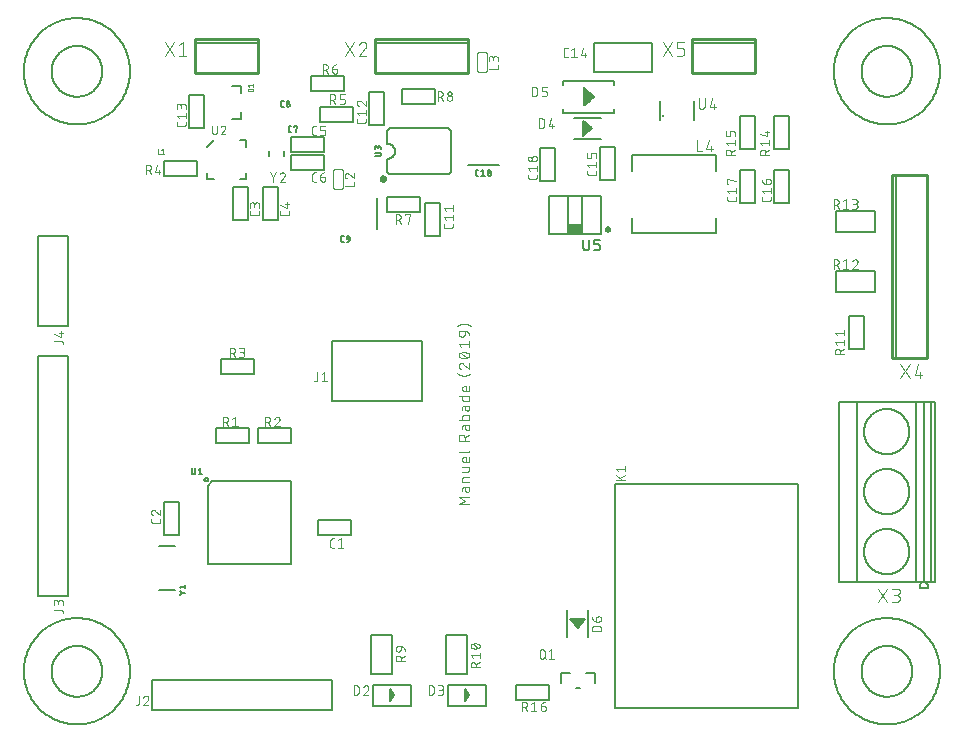
<source format=gto>
G04 EAGLE Gerber RS-274X export*
G75*
%MOMM*%
%FSLAX34Y34*%
%LPD*%
%INTop Silkscreen*%
%IPPOS*%
%AMOC8*
5,1,8,0,0,1.08239X$1,22.5*%
G01*
%ADD10C,0.101600*%
%ADD11C,0.127000*%
%ADD12C,0.203200*%
%ADD13C,0.025400*%
%ADD14C,0.076200*%
%ADD15C,0.050800*%
%ADD16C,0.152400*%
%ADD17C,0.200000*%
%ADD18C,0.254000*%

G36*
X478505Y420257D02*
X478505Y420257D01*
X478571Y420259D01*
X478614Y420277D01*
X478661Y420285D01*
X478718Y420319D01*
X478778Y420344D01*
X478813Y420375D01*
X478854Y420400D01*
X478896Y420451D01*
X478944Y420495D01*
X478966Y420537D01*
X478995Y420574D01*
X479016Y420636D01*
X479047Y420695D01*
X479055Y420749D01*
X479067Y420786D01*
X479066Y420826D01*
X479074Y420880D01*
X479074Y428880D01*
X479063Y428945D01*
X479061Y429011D01*
X479043Y429054D01*
X479035Y429101D01*
X479001Y429158D01*
X478976Y429218D01*
X478945Y429253D01*
X478920Y429294D01*
X478869Y429336D01*
X478825Y429384D01*
X478783Y429406D01*
X478746Y429435D01*
X478684Y429456D01*
X478625Y429487D01*
X478571Y429495D01*
X478534Y429507D01*
X478494Y429506D01*
X478440Y429514D01*
X466440Y429514D01*
X466375Y429503D01*
X466309Y429501D01*
X466266Y429483D01*
X466219Y429475D01*
X466162Y429441D01*
X466102Y429416D01*
X466067Y429385D01*
X466026Y429360D01*
X465985Y429309D01*
X465936Y429265D01*
X465914Y429223D01*
X465885Y429186D01*
X465864Y429124D01*
X465833Y429065D01*
X465825Y429011D01*
X465813Y428974D01*
X465814Y428934D01*
X465806Y428880D01*
X465806Y420880D01*
X465817Y420815D01*
X465819Y420749D01*
X465837Y420706D01*
X465845Y420659D01*
X465879Y420602D01*
X465904Y420542D01*
X465935Y420507D01*
X465960Y420466D01*
X466011Y420425D01*
X466055Y420376D01*
X466097Y420354D01*
X466134Y420325D01*
X466196Y420304D01*
X466255Y420273D01*
X466309Y420265D01*
X466346Y420253D01*
X466386Y420254D01*
X466440Y420246D01*
X478440Y420246D01*
X478505Y420257D01*
G37*
G36*
X480143Y528968D02*
X480143Y528968D01*
X480191Y528969D01*
X480251Y528994D01*
X480314Y529009D01*
X480362Y529039D01*
X480398Y529054D01*
X480427Y529080D01*
X480473Y529108D01*
X481214Y529744D01*
X481954Y530378D01*
X483434Y531647D01*
X484174Y532281D01*
X485654Y533549D01*
X486394Y534183D01*
X486394Y534184D01*
X487874Y535452D01*
X488614Y536086D01*
X489363Y536728D01*
X489364Y536730D01*
X489365Y536731D01*
X489437Y536819D01*
X489505Y536902D01*
X489505Y536904D01*
X489506Y536905D01*
X489542Y537013D01*
X489577Y537115D01*
X489577Y537116D01*
X489578Y537118D01*
X489574Y537229D01*
X489571Y537339D01*
X489570Y537340D01*
X489570Y537342D01*
X489529Y537444D01*
X489487Y537547D01*
X489486Y537548D01*
X489486Y537550D01*
X489363Y537692D01*
X480473Y545312D01*
X480467Y545315D01*
X480466Y545316D01*
X480459Y545320D01*
X480417Y545344D01*
X480366Y545385D01*
X480321Y545401D01*
X480279Y545425D01*
X480215Y545437D01*
X480154Y545457D01*
X480106Y545456D01*
X480058Y545464D01*
X479994Y545453D01*
X479929Y545451D01*
X479885Y545433D01*
X479838Y545424D01*
X479782Y545391D01*
X479722Y545366D01*
X479686Y545334D01*
X479645Y545309D01*
X479604Y545259D01*
X479556Y545215D01*
X479534Y545172D01*
X479504Y545135D01*
X479483Y545073D01*
X479453Y545015D01*
X479445Y544960D01*
X479432Y544922D01*
X479433Y544906D01*
X479433Y544881D01*
X479426Y544830D01*
X479426Y529590D01*
X479437Y529526D01*
X479439Y529461D01*
X479457Y529417D01*
X479465Y529369D01*
X479498Y529313D01*
X479523Y529253D01*
X479555Y529217D01*
X479580Y529176D01*
X479630Y529135D01*
X479674Y529087D01*
X479716Y529065D01*
X479754Y529035D01*
X479815Y529014D01*
X479873Y528984D01*
X479921Y528978D01*
X479966Y528963D01*
X480031Y528965D01*
X480096Y528957D01*
X480143Y528968D01*
G37*
G36*
X310905Y464570D02*
X310905Y464570D01*
X310907Y464572D01*
X310908Y464571D01*
X311579Y464806D01*
X311580Y464807D01*
X311581Y464807D01*
X312183Y465185D01*
X312184Y465187D01*
X312186Y465187D01*
X312688Y465689D01*
X312688Y465691D01*
X312690Y465692D01*
X313068Y466294D01*
X313068Y466295D01*
X313069Y466296D01*
X313304Y466967D01*
X313304Y466969D01*
X313305Y466970D01*
X313384Y467676D01*
X313384Y467677D01*
X313383Y467678D01*
X313384Y467679D01*
X313305Y468385D01*
X313303Y468387D01*
X313304Y468388D01*
X313069Y469059D01*
X313068Y469060D01*
X313068Y469061D01*
X312690Y469663D01*
X312688Y469664D01*
X312688Y469666D01*
X312186Y470168D01*
X312184Y470168D01*
X312183Y470170D01*
X311581Y470548D01*
X311580Y470548D01*
X311579Y470549D01*
X310908Y470784D01*
X310906Y470784D01*
X310905Y470785D01*
X310199Y470864D01*
X310197Y470863D01*
X310196Y470864D01*
X309490Y470785D01*
X309488Y470783D01*
X309487Y470784D01*
X308816Y470549D01*
X308815Y470548D01*
X308814Y470548D01*
X308212Y470170D01*
X308211Y470168D01*
X308209Y470168D01*
X307707Y469666D01*
X307707Y469664D01*
X307705Y469663D01*
X307327Y469061D01*
X307327Y469060D01*
X307326Y469059D01*
X307091Y468388D01*
X307092Y468386D01*
X307090Y468385D01*
X307011Y467679D01*
X307012Y467677D01*
X307011Y467676D01*
X307090Y466970D01*
X307092Y466968D01*
X307091Y466967D01*
X307326Y466296D01*
X307327Y466295D01*
X307327Y466294D01*
X307705Y465692D01*
X307707Y465691D01*
X307707Y465689D01*
X308209Y465187D01*
X308211Y465187D01*
X308212Y465185D01*
X308814Y464807D01*
X308815Y464807D01*
X308816Y464806D01*
X309487Y464571D01*
X309489Y464572D01*
X309490Y464570D01*
X310196Y464491D01*
X310198Y464492D01*
X310199Y464491D01*
X310905Y464570D01*
G37*
G36*
X501040Y422319D02*
X501040Y422319D01*
X501083Y422333D01*
X501200Y422362D01*
X501683Y422562D01*
X501720Y422586D01*
X501826Y422645D01*
X502240Y422963D01*
X502271Y422996D01*
X502357Y423080D01*
X502675Y423494D01*
X502696Y423534D01*
X502758Y423637D01*
X502958Y424120D01*
X502967Y424163D01*
X503001Y424280D01*
X503069Y424797D01*
X503067Y424842D01*
X503069Y424963D01*
X503001Y425480D01*
X502987Y425523D01*
X502985Y425532D01*
X502984Y425548D01*
X502975Y425570D01*
X502958Y425640D01*
X502758Y426123D01*
X502734Y426160D01*
X502675Y426266D01*
X502357Y426680D01*
X502324Y426711D01*
X502240Y426797D01*
X501826Y427115D01*
X501786Y427136D01*
X501683Y427198D01*
X501200Y427398D01*
X501157Y427407D01*
X501040Y427441D01*
X500523Y427509D01*
X500478Y427507D01*
X500357Y427509D01*
X499840Y427441D01*
X499797Y427427D01*
X499680Y427398D01*
X499197Y427198D01*
X499160Y427174D01*
X499054Y427115D01*
X498640Y426797D01*
X498609Y426764D01*
X498523Y426680D01*
X498205Y426266D01*
X498184Y426226D01*
X498122Y426123D01*
X497922Y425640D01*
X497913Y425597D01*
X497879Y425480D01*
X497811Y424963D01*
X497813Y424918D01*
X497811Y424797D01*
X497879Y424280D01*
X497893Y424237D01*
X497922Y424120D01*
X498122Y423637D01*
X498146Y423600D01*
X498205Y423494D01*
X498523Y423080D01*
X498556Y423049D01*
X498640Y422963D01*
X499054Y422645D01*
X499094Y422624D01*
X499197Y422562D01*
X499680Y422362D01*
X499723Y422353D01*
X499840Y422319D01*
X500357Y422251D01*
X500402Y422253D01*
X500523Y422251D01*
X501040Y422319D01*
G37*
D10*
X383032Y192278D02*
X373888Y192278D01*
X378968Y195326D01*
X373888Y198374D01*
X383032Y198374D01*
X379476Y204468D02*
X379476Y206754D01*
X379476Y204468D02*
X379478Y204385D01*
X379484Y204302D01*
X379494Y204219D01*
X379507Y204136D01*
X379525Y204055D01*
X379546Y203974D01*
X379571Y203895D01*
X379600Y203817D01*
X379632Y203740D01*
X379668Y203665D01*
X379707Y203591D01*
X379750Y203520D01*
X379796Y203450D01*
X379846Y203383D01*
X379898Y203318D01*
X379953Y203256D01*
X380012Y203196D01*
X380073Y203139D01*
X380136Y203085D01*
X380202Y203034D01*
X380271Y202987D01*
X380341Y202942D01*
X380414Y202901D01*
X380488Y202864D01*
X380564Y202829D01*
X380642Y202799D01*
X380720Y202772D01*
X380801Y202749D01*
X380882Y202729D01*
X380964Y202714D01*
X381046Y202702D01*
X381129Y202694D01*
X381212Y202690D01*
X381296Y202690D01*
X381379Y202694D01*
X381462Y202702D01*
X381544Y202714D01*
X381626Y202729D01*
X381707Y202749D01*
X381788Y202772D01*
X381866Y202799D01*
X381944Y202829D01*
X382020Y202864D01*
X382094Y202901D01*
X382167Y202942D01*
X382237Y202987D01*
X382306Y203034D01*
X382372Y203085D01*
X382435Y203139D01*
X382496Y203196D01*
X382555Y203256D01*
X382610Y203318D01*
X382662Y203383D01*
X382712Y203450D01*
X382758Y203520D01*
X382801Y203591D01*
X382840Y203665D01*
X382876Y203740D01*
X382908Y203817D01*
X382937Y203895D01*
X382962Y203974D01*
X382983Y204055D01*
X383001Y204136D01*
X383014Y204219D01*
X383024Y204302D01*
X383030Y204385D01*
X383032Y204468D01*
X383032Y206754D01*
X378460Y206754D01*
X378383Y206752D01*
X378306Y206746D01*
X378229Y206736D01*
X378153Y206723D01*
X378078Y206705D01*
X378004Y206684D01*
X377931Y206659D01*
X377859Y206630D01*
X377789Y206598D01*
X377720Y206563D01*
X377654Y206523D01*
X377589Y206481D01*
X377527Y206435D01*
X377467Y206386D01*
X377410Y206335D01*
X377355Y206280D01*
X377304Y206223D01*
X377255Y206163D01*
X377209Y206101D01*
X377167Y206036D01*
X377127Y205970D01*
X377092Y205901D01*
X377060Y205831D01*
X377031Y205759D01*
X377006Y205686D01*
X376985Y205612D01*
X376967Y205537D01*
X376954Y205461D01*
X376944Y205384D01*
X376938Y205307D01*
X376936Y205230D01*
X376936Y203198D01*
X376936Y211277D02*
X383032Y211277D01*
X376936Y211277D02*
X376936Y213817D01*
X376938Y213894D01*
X376944Y213971D01*
X376954Y214048D01*
X376967Y214124D01*
X376985Y214199D01*
X377006Y214273D01*
X377031Y214346D01*
X377060Y214418D01*
X377092Y214488D01*
X377127Y214557D01*
X377167Y214623D01*
X377209Y214688D01*
X377255Y214750D01*
X377304Y214810D01*
X377355Y214867D01*
X377410Y214922D01*
X377467Y214973D01*
X377527Y215022D01*
X377589Y215068D01*
X377654Y215110D01*
X377720Y215150D01*
X377789Y215185D01*
X377859Y215217D01*
X377931Y215246D01*
X378004Y215271D01*
X378078Y215292D01*
X378153Y215310D01*
X378229Y215323D01*
X378306Y215333D01*
X378383Y215339D01*
X378460Y215341D01*
X383032Y215341D01*
X381508Y219812D02*
X376936Y219812D01*
X381508Y219812D02*
X381585Y219814D01*
X381662Y219820D01*
X381739Y219830D01*
X381815Y219843D01*
X381890Y219861D01*
X381964Y219882D01*
X382037Y219907D01*
X382109Y219936D01*
X382179Y219968D01*
X382248Y220003D01*
X382314Y220043D01*
X382379Y220085D01*
X382441Y220131D01*
X382501Y220180D01*
X382558Y220231D01*
X382613Y220286D01*
X382664Y220343D01*
X382713Y220403D01*
X382759Y220465D01*
X382801Y220530D01*
X382841Y220596D01*
X382876Y220665D01*
X382908Y220735D01*
X382937Y220807D01*
X382962Y220880D01*
X382983Y220954D01*
X383001Y221029D01*
X383014Y221105D01*
X383024Y221182D01*
X383030Y221259D01*
X383032Y221336D01*
X383032Y223876D01*
X376936Y223876D01*
X383032Y229565D02*
X383032Y232105D01*
X383032Y229565D02*
X383030Y229488D01*
X383024Y229411D01*
X383014Y229334D01*
X383001Y229258D01*
X382983Y229183D01*
X382962Y229109D01*
X382937Y229036D01*
X382908Y228964D01*
X382876Y228894D01*
X382841Y228825D01*
X382801Y228759D01*
X382759Y228694D01*
X382713Y228632D01*
X382664Y228572D01*
X382613Y228515D01*
X382558Y228460D01*
X382501Y228409D01*
X382441Y228360D01*
X382379Y228314D01*
X382314Y228272D01*
X382248Y228232D01*
X382179Y228197D01*
X382109Y228165D01*
X382037Y228136D01*
X381964Y228111D01*
X381890Y228090D01*
X381815Y228072D01*
X381739Y228059D01*
X381662Y228049D01*
X381585Y228043D01*
X381508Y228041D01*
X378968Y228041D01*
X378879Y228043D01*
X378791Y228049D01*
X378703Y228058D01*
X378615Y228072D01*
X378528Y228089D01*
X378442Y228110D01*
X378357Y228135D01*
X378273Y228164D01*
X378190Y228196D01*
X378109Y228231D01*
X378030Y228271D01*
X377952Y228313D01*
X377876Y228359D01*
X377802Y228408D01*
X377731Y228461D01*
X377662Y228516D01*
X377595Y228575D01*
X377531Y228636D01*
X377470Y228700D01*
X377411Y228767D01*
X377356Y228836D01*
X377303Y228907D01*
X377254Y228981D01*
X377208Y229057D01*
X377166Y229135D01*
X377126Y229214D01*
X377091Y229295D01*
X377059Y229378D01*
X377030Y229462D01*
X377005Y229547D01*
X376984Y229633D01*
X376967Y229720D01*
X376953Y229808D01*
X376944Y229896D01*
X376938Y229984D01*
X376936Y230073D01*
X376938Y230162D01*
X376944Y230250D01*
X376953Y230338D01*
X376967Y230426D01*
X376984Y230513D01*
X377005Y230599D01*
X377030Y230684D01*
X377059Y230768D01*
X377091Y230851D01*
X377126Y230932D01*
X377166Y231011D01*
X377208Y231089D01*
X377254Y231165D01*
X377303Y231239D01*
X377356Y231310D01*
X377411Y231379D01*
X377470Y231446D01*
X377531Y231510D01*
X377595Y231571D01*
X377662Y231630D01*
X377731Y231685D01*
X377802Y231738D01*
X377876Y231787D01*
X377952Y231833D01*
X378030Y231875D01*
X378109Y231915D01*
X378190Y231950D01*
X378273Y231982D01*
X378357Y232011D01*
X378442Y232036D01*
X378528Y232057D01*
X378615Y232074D01*
X378703Y232088D01*
X378791Y232097D01*
X378879Y232103D01*
X378968Y232105D01*
X379984Y232105D01*
X379984Y228041D01*
X381508Y236062D02*
X373888Y236062D01*
X381508Y236062D02*
X381585Y236064D01*
X381662Y236070D01*
X381739Y236080D01*
X381815Y236093D01*
X381890Y236111D01*
X381964Y236132D01*
X382037Y236157D01*
X382109Y236186D01*
X382179Y236218D01*
X382248Y236253D01*
X382314Y236293D01*
X382379Y236335D01*
X382441Y236381D01*
X382501Y236430D01*
X382558Y236481D01*
X382613Y236536D01*
X382664Y236593D01*
X382713Y236653D01*
X382759Y236715D01*
X382801Y236780D01*
X382841Y236846D01*
X382876Y236915D01*
X382908Y236985D01*
X382937Y237057D01*
X382962Y237130D01*
X382983Y237204D01*
X383001Y237279D01*
X383014Y237355D01*
X383024Y237432D01*
X383030Y237509D01*
X383032Y237586D01*
X383032Y246192D02*
X373888Y246192D01*
X373888Y248732D01*
X373890Y248832D01*
X373896Y248931D01*
X373906Y249031D01*
X373919Y249129D01*
X373937Y249228D01*
X373958Y249325D01*
X373983Y249421D01*
X374012Y249517D01*
X374045Y249611D01*
X374081Y249704D01*
X374121Y249795D01*
X374165Y249885D01*
X374212Y249973D01*
X374262Y250059D01*
X374316Y250143D01*
X374373Y250225D01*
X374433Y250304D01*
X374497Y250382D01*
X374563Y250456D01*
X374632Y250528D01*
X374704Y250597D01*
X374778Y250663D01*
X374856Y250727D01*
X374935Y250787D01*
X375017Y250844D01*
X375101Y250898D01*
X375187Y250948D01*
X375275Y250995D01*
X375365Y251039D01*
X375456Y251079D01*
X375549Y251115D01*
X375643Y251148D01*
X375739Y251177D01*
X375835Y251202D01*
X375932Y251223D01*
X376031Y251241D01*
X376129Y251254D01*
X376229Y251264D01*
X376328Y251270D01*
X376428Y251272D01*
X376528Y251270D01*
X376627Y251264D01*
X376727Y251254D01*
X376825Y251241D01*
X376924Y251223D01*
X377021Y251202D01*
X377117Y251177D01*
X377213Y251148D01*
X377307Y251115D01*
X377400Y251079D01*
X377491Y251039D01*
X377581Y250995D01*
X377669Y250948D01*
X377755Y250898D01*
X377839Y250844D01*
X377921Y250787D01*
X378000Y250727D01*
X378078Y250663D01*
X378152Y250597D01*
X378224Y250528D01*
X378293Y250456D01*
X378359Y250382D01*
X378423Y250304D01*
X378483Y250225D01*
X378540Y250143D01*
X378594Y250059D01*
X378644Y249973D01*
X378691Y249885D01*
X378735Y249795D01*
X378775Y249704D01*
X378811Y249611D01*
X378844Y249517D01*
X378873Y249421D01*
X378898Y249325D01*
X378919Y249228D01*
X378937Y249129D01*
X378950Y249031D01*
X378960Y248931D01*
X378966Y248832D01*
X378968Y248732D01*
X378968Y246192D01*
X378968Y249240D02*
X383032Y251272D01*
X379476Y256893D02*
X379476Y259179D01*
X379476Y256893D02*
X379478Y256810D01*
X379484Y256727D01*
X379494Y256644D01*
X379507Y256561D01*
X379525Y256480D01*
X379546Y256399D01*
X379571Y256320D01*
X379600Y256242D01*
X379632Y256165D01*
X379668Y256090D01*
X379707Y256016D01*
X379750Y255945D01*
X379796Y255875D01*
X379846Y255808D01*
X379898Y255743D01*
X379953Y255681D01*
X380012Y255621D01*
X380073Y255564D01*
X380136Y255510D01*
X380202Y255459D01*
X380271Y255412D01*
X380341Y255367D01*
X380414Y255326D01*
X380488Y255289D01*
X380564Y255254D01*
X380642Y255224D01*
X380720Y255197D01*
X380801Y255174D01*
X380882Y255154D01*
X380964Y255139D01*
X381046Y255127D01*
X381129Y255119D01*
X381212Y255115D01*
X381296Y255115D01*
X381379Y255119D01*
X381462Y255127D01*
X381544Y255139D01*
X381626Y255154D01*
X381707Y255174D01*
X381788Y255197D01*
X381866Y255224D01*
X381944Y255254D01*
X382020Y255289D01*
X382094Y255326D01*
X382167Y255367D01*
X382237Y255412D01*
X382306Y255459D01*
X382372Y255510D01*
X382435Y255564D01*
X382496Y255621D01*
X382555Y255681D01*
X382610Y255743D01*
X382662Y255808D01*
X382712Y255875D01*
X382758Y255945D01*
X382801Y256016D01*
X382840Y256090D01*
X382876Y256165D01*
X382908Y256242D01*
X382937Y256320D01*
X382962Y256399D01*
X382983Y256480D01*
X383001Y256561D01*
X383014Y256644D01*
X383024Y256727D01*
X383030Y256810D01*
X383032Y256893D01*
X383032Y259179D01*
X378460Y259179D01*
X378383Y259177D01*
X378306Y259171D01*
X378229Y259161D01*
X378153Y259148D01*
X378078Y259130D01*
X378004Y259109D01*
X377931Y259084D01*
X377859Y259055D01*
X377789Y259023D01*
X377720Y258988D01*
X377654Y258948D01*
X377589Y258906D01*
X377527Y258860D01*
X377467Y258811D01*
X377410Y258760D01*
X377355Y258705D01*
X377304Y258648D01*
X377255Y258588D01*
X377209Y258526D01*
X377167Y258461D01*
X377127Y258395D01*
X377092Y258326D01*
X377060Y258256D01*
X377031Y258184D01*
X377006Y258111D01*
X376985Y258037D01*
X376967Y257962D01*
X376954Y257886D01*
X376944Y257809D01*
X376938Y257732D01*
X376936Y257655D01*
X376936Y255623D01*
X373888Y263755D02*
X383032Y263755D01*
X383032Y266295D01*
X383030Y266372D01*
X383024Y266449D01*
X383014Y266526D01*
X383001Y266602D01*
X382983Y266677D01*
X382962Y266751D01*
X382937Y266824D01*
X382908Y266896D01*
X382876Y266966D01*
X382841Y267035D01*
X382801Y267101D01*
X382759Y267166D01*
X382713Y267228D01*
X382664Y267288D01*
X382613Y267345D01*
X382558Y267400D01*
X382501Y267451D01*
X382441Y267500D01*
X382379Y267546D01*
X382314Y267588D01*
X382248Y267628D01*
X382179Y267663D01*
X382109Y267695D01*
X382037Y267724D01*
X381964Y267749D01*
X381890Y267770D01*
X381815Y267788D01*
X381739Y267801D01*
X381662Y267811D01*
X381585Y267817D01*
X381508Y267819D01*
X378460Y267819D01*
X378383Y267817D01*
X378306Y267811D01*
X378229Y267801D01*
X378153Y267788D01*
X378078Y267770D01*
X378004Y267749D01*
X377931Y267724D01*
X377859Y267695D01*
X377789Y267663D01*
X377720Y267628D01*
X377654Y267588D01*
X377589Y267546D01*
X377527Y267500D01*
X377467Y267451D01*
X377410Y267400D01*
X377355Y267345D01*
X377304Y267288D01*
X377255Y267228D01*
X377209Y267166D01*
X377167Y267101D01*
X377127Y267035D01*
X377092Y266966D01*
X377060Y266896D01*
X377031Y266824D01*
X377006Y266751D01*
X376985Y266677D01*
X376967Y266602D01*
X376954Y266526D01*
X376944Y266449D01*
X376938Y266372D01*
X376936Y266295D01*
X376936Y263755D01*
X379476Y273352D02*
X379476Y275638D01*
X379476Y273352D02*
X379478Y273269D01*
X379484Y273186D01*
X379494Y273103D01*
X379507Y273020D01*
X379525Y272939D01*
X379546Y272858D01*
X379571Y272779D01*
X379600Y272701D01*
X379632Y272624D01*
X379668Y272549D01*
X379707Y272475D01*
X379750Y272404D01*
X379796Y272334D01*
X379846Y272267D01*
X379898Y272202D01*
X379953Y272140D01*
X380012Y272080D01*
X380073Y272023D01*
X380136Y271969D01*
X380202Y271918D01*
X380271Y271871D01*
X380341Y271826D01*
X380414Y271785D01*
X380488Y271748D01*
X380564Y271713D01*
X380642Y271683D01*
X380720Y271656D01*
X380801Y271633D01*
X380882Y271613D01*
X380964Y271598D01*
X381046Y271586D01*
X381129Y271578D01*
X381212Y271574D01*
X381296Y271574D01*
X381379Y271578D01*
X381462Y271586D01*
X381544Y271598D01*
X381626Y271613D01*
X381707Y271633D01*
X381788Y271656D01*
X381866Y271683D01*
X381944Y271713D01*
X382020Y271748D01*
X382094Y271785D01*
X382167Y271826D01*
X382237Y271871D01*
X382306Y271918D01*
X382372Y271969D01*
X382435Y272023D01*
X382496Y272080D01*
X382555Y272140D01*
X382610Y272202D01*
X382662Y272267D01*
X382712Y272334D01*
X382758Y272404D01*
X382801Y272475D01*
X382840Y272549D01*
X382876Y272624D01*
X382908Y272701D01*
X382937Y272779D01*
X382962Y272858D01*
X382983Y272939D01*
X383001Y273020D01*
X383014Y273103D01*
X383024Y273186D01*
X383030Y273269D01*
X383032Y273352D01*
X383032Y275638D01*
X378460Y275638D01*
X378383Y275636D01*
X378306Y275630D01*
X378229Y275620D01*
X378153Y275607D01*
X378078Y275589D01*
X378004Y275568D01*
X377931Y275543D01*
X377859Y275514D01*
X377789Y275482D01*
X377720Y275447D01*
X377654Y275407D01*
X377589Y275365D01*
X377527Y275319D01*
X377467Y275270D01*
X377410Y275219D01*
X377355Y275164D01*
X377304Y275107D01*
X377255Y275047D01*
X377209Y274985D01*
X377167Y274920D01*
X377127Y274854D01*
X377092Y274785D01*
X377060Y274715D01*
X377031Y274643D01*
X377006Y274570D01*
X376985Y274496D01*
X376967Y274421D01*
X376954Y274345D01*
X376944Y274268D01*
X376938Y274191D01*
X376936Y274114D01*
X376936Y272082D01*
X373888Y283868D02*
X383032Y283868D01*
X383032Y281328D01*
X383030Y281251D01*
X383024Y281174D01*
X383014Y281097D01*
X383001Y281021D01*
X382983Y280946D01*
X382962Y280872D01*
X382937Y280799D01*
X382908Y280727D01*
X382876Y280657D01*
X382841Y280588D01*
X382801Y280522D01*
X382759Y280457D01*
X382713Y280395D01*
X382664Y280335D01*
X382613Y280278D01*
X382558Y280223D01*
X382501Y280172D01*
X382441Y280123D01*
X382379Y280077D01*
X382314Y280035D01*
X382248Y279995D01*
X382179Y279960D01*
X382109Y279928D01*
X382037Y279899D01*
X381964Y279874D01*
X381890Y279853D01*
X381815Y279835D01*
X381739Y279822D01*
X381662Y279812D01*
X381585Y279806D01*
X381508Y279804D01*
X378460Y279804D01*
X378383Y279806D01*
X378306Y279812D01*
X378229Y279822D01*
X378153Y279835D01*
X378078Y279853D01*
X378004Y279874D01*
X377931Y279899D01*
X377859Y279928D01*
X377789Y279960D01*
X377720Y279995D01*
X377654Y280035D01*
X377589Y280077D01*
X377527Y280123D01*
X377467Y280172D01*
X377410Y280223D01*
X377355Y280278D01*
X377304Y280335D01*
X377255Y280395D01*
X377209Y280457D01*
X377167Y280522D01*
X377127Y280588D01*
X377092Y280657D01*
X377060Y280727D01*
X377031Y280799D01*
X377006Y280872D01*
X376985Y280946D01*
X376967Y281021D01*
X376954Y281097D01*
X376944Y281174D01*
X376938Y281251D01*
X376936Y281328D01*
X376936Y283868D01*
X383032Y289610D02*
X383032Y292150D01*
X383032Y289610D02*
X383030Y289533D01*
X383024Y289456D01*
X383014Y289379D01*
X383001Y289303D01*
X382983Y289228D01*
X382962Y289154D01*
X382937Y289081D01*
X382908Y289009D01*
X382876Y288939D01*
X382841Y288870D01*
X382801Y288804D01*
X382759Y288739D01*
X382713Y288677D01*
X382664Y288617D01*
X382613Y288560D01*
X382558Y288505D01*
X382501Y288454D01*
X382441Y288405D01*
X382379Y288359D01*
X382314Y288317D01*
X382248Y288277D01*
X382179Y288242D01*
X382109Y288210D01*
X382037Y288181D01*
X381964Y288156D01*
X381890Y288135D01*
X381815Y288117D01*
X381739Y288104D01*
X381662Y288094D01*
X381585Y288088D01*
X381508Y288086D01*
X378968Y288086D01*
X378879Y288088D01*
X378791Y288094D01*
X378703Y288103D01*
X378615Y288117D01*
X378528Y288134D01*
X378442Y288155D01*
X378357Y288180D01*
X378273Y288209D01*
X378190Y288241D01*
X378109Y288276D01*
X378030Y288316D01*
X377952Y288358D01*
X377876Y288404D01*
X377802Y288453D01*
X377731Y288506D01*
X377662Y288561D01*
X377595Y288620D01*
X377531Y288681D01*
X377470Y288745D01*
X377411Y288812D01*
X377356Y288881D01*
X377303Y288952D01*
X377254Y289026D01*
X377208Y289102D01*
X377166Y289180D01*
X377126Y289259D01*
X377091Y289340D01*
X377059Y289423D01*
X377030Y289507D01*
X377005Y289592D01*
X376984Y289678D01*
X376967Y289765D01*
X376953Y289853D01*
X376944Y289941D01*
X376938Y290029D01*
X376936Y290118D01*
X376938Y290207D01*
X376944Y290295D01*
X376953Y290383D01*
X376967Y290471D01*
X376984Y290558D01*
X377005Y290644D01*
X377030Y290729D01*
X377059Y290813D01*
X377091Y290896D01*
X377126Y290977D01*
X377166Y291056D01*
X377208Y291134D01*
X377254Y291210D01*
X377303Y291284D01*
X377356Y291355D01*
X377411Y291424D01*
X377470Y291491D01*
X377531Y291555D01*
X377595Y291616D01*
X377662Y291675D01*
X377731Y291730D01*
X377802Y291783D01*
X377876Y291832D01*
X377952Y291878D01*
X378030Y291920D01*
X378109Y291960D01*
X378190Y291995D01*
X378273Y292027D01*
X378357Y292056D01*
X378442Y292081D01*
X378528Y292102D01*
X378615Y292119D01*
X378703Y292133D01*
X378791Y292142D01*
X378879Y292148D01*
X378968Y292150D01*
X379984Y292150D01*
X379984Y288086D01*
X378460Y301015D02*
X378251Y301018D01*
X378042Y301025D01*
X377833Y301038D01*
X377624Y301055D01*
X377416Y301078D01*
X377209Y301105D01*
X377002Y301138D01*
X376796Y301176D01*
X376591Y301218D01*
X376387Y301265D01*
X376185Y301318D01*
X375984Y301375D01*
X375784Y301437D01*
X375585Y301504D01*
X375389Y301575D01*
X375194Y301651D01*
X375001Y301732D01*
X374810Y301818D01*
X374621Y301908D01*
X374434Y302002D01*
X374250Y302101D01*
X374068Y302205D01*
X373889Y302313D01*
X373712Y302425D01*
X373538Y302541D01*
X373367Y302662D01*
X373199Y302786D01*
X373034Y302915D01*
X372872Y303047D01*
X378460Y301015D02*
X378669Y301018D01*
X378878Y301025D01*
X379087Y301038D01*
X379296Y301055D01*
X379504Y301078D01*
X379711Y301105D01*
X379918Y301138D01*
X380124Y301176D01*
X380329Y301218D01*
X380533Y301265D01*
X380735Y301318D01*
X380936Y301375D01*
X381136Y301437D01*
X381335Y301504D01*
X381531Y301575D01*
X381726Y301651D01*
X381919Y301732D01*
X382110Y301818D01*
X382299Y301908D01*
X382486Y302002D01*
X382670Y302101D01*
X382852Y302205D01*
X383031Y302313D01*
X383208Y302425D01*
X383382Y302541D01*
X383553Y302662D01*
X383721Y302786D01*
X383886Y302915D01*
X384048Y303047D01*
X376174Y311861D02*
X376080Y311859D01*
X375985Y311853D01*
X375891Y311843D01*
X375798Y311830D01*
X375705Y311812D01*
X375613Y311791D01*
X375522Y311766D01*
X375432Y311737D01*
X375343Y311705D01*
X375256Y311668D01*
X375170Y311629D01*
X375086Y311585D01*
X375004Y311539D01*
X374924Y311489D01*
X374846Y311435D01*
X374770Y311379D01*
X374697Y311319D01*
X374626Y311257D01*
X374558Y311191D01*
X374492Y311123D01*
X374430Y311052D01*
X374370Y310979D01*
X374314Y310903D01*
X374260Y310825D01*
X374210Y310745D01*
X374164Y310663D01*
X374120Y310579D01*
X374081Y310493D01*
X374044Y310406D01*
X374012Y310317D01*
X373983Y310227D01*
X373958Y310136D01*
X373937Y310044D01*
X373919Y309951D01*
X373906Y309858D01*
X373896Y309764D01*
X373890Y309669D01*
X373888Y309575D01*
X373890Y309469D01*
X373896Y309364D01*
X373905Y309259D01*
X373918Y309154D01*
X373935Y309050D01*
X373956Y308947D01*
X373980Y308844D01*
X374009Y308742D01*
X374040Y308642D01*
X374076Y308542D01*
X374114Y308444D01*
X374157Y308348D01*
X374203Y308252D01*
X374252Y308159D01*
X374304Y308068D01*
X374360Y307978D01*
X374419Y307890D01*
X374481Y307805D01*
X374546Y307722D01*
X374614Y307641D01*
X374685Y307563D01*
X374759Y307488D01*
X374835Y307415D01*
X374914Y307345D01*
X374995Y307278D01*
X375079Y307213D01*
X375165Y307152D01*
X375253Y307094D01*
X375343Y307039D01*
X375435Y306988D01*
X375529Y306939D01*
X375625Y306894D01*
X375722Y306853D01*
X375820Y306815D01*
X375920Y306781D01*
X377952Y311098D02*
X377885Y311165D01*
X377816Y311230D01*
X377744Y311292D01*
X377671Y311351D01*
X377594Y311407D01*
X377516Y311461D01*
X377436Y311511D01*
X377354Y311558D01*
X377270Y311602D01*
X377184Y311642D01*
X377097Y311680D01*
X377009Y311714D01*
X376919Y311744D01*
X376829Y311771D01*
X376737Y311795D01*
X376644Y311815D01*
X376551Y311831D01*
X376457Y311844D01*
X376363Y311853D01*
X376269Y311858D01*
X376174Y311860D01*
X377952Y311099D02*
X383032Y306781D01*
X383032Y311861D01*
X378460Y315925D02*
X378280Y315927D01*
X378100Y315934D01*
X377921Y315944D01*
X377742Y315959D01*
X377563Y315979D01*
X377384Y316002D01*
X377207Y316030D01*
X377030Y316062D01*
X376853Y316098D01*
X376678Y316139D01*
X376504Y316183D01*
X376331Y316232D01*
X376159Y316285D01*
X375988Y316342D01*
X375819Y316403D01*
X375651Y316468D01*
X375485Y316537D01*
X375321Y316610D01*
X375158Y316687D01*
X375080Y316715D01*
X375003Y316748D01*
X374928Y316783D01*
X374854Y316822D01*
X374782Y316864D01*
X374713Y316909D01*
X374645Y316958D01*
X374579Y317009D01*
X374516Y317063D01*
X374455Y317120D01*
X374396Y317179D01*
X374341Y317241D01*
X374288Y317306D01*
X374238Y317372D01*
X374191Y317441D01*
X374147Y317512D01*
X374107Y317585D01*
X374070Y317659D01*
X374035Y317735D01*
X374005Y317813D01*
X373978Y317891D01*
X373954Y317971D01*
X373934Y318052D01*
X373917Y318134D01*
X373905Y318216D01*
X373895Y318299D01*
X373890Y318382D01*
X373888Y318465D01*
X373890Y318548D01*
X373895Y318631D01*
X373905Y318714D01*
X373917Y318796D01*
X373934Y318878D01*
X373954Y318959D01*
X373978Y319039D01*
X374005Y319117D01*
X374035Y319195D01*
X374070Y319271D01*
X374107Y319345D01*
X374147Y319418D01*
X374191Y319489D01*
X374238Y319558D01*
X374288Y319624D01*
X374341Y319689D01*
X374396Y319751D01*
X374455Y319810D01*
X374516Y319867D01*
X374579Y319921D01*
X374645Y319972D01*
X374713Y320021D01*
X374782Y320066D01*
X374854Y320108D01*
X374928Y320147D01*
X375003Y320182D01*
X375080Y320215D01*
X375158Y320243D01*
X375158Y320242D02*
X375321Y320319D01*
X375485Y320392D01*
X375651Y320461D01*
X375819Y320526D01*
X375988Y320587D01*
X376159Y320644D01*
X376331Y320697D01*
X376504Y320746D01*
X376678Y320790D01*
X376853Y320831D01*
X377030Y320867D01*
X377207Y320899D01*
X377384Y320927D01*
X377563Y320950D01*
X377742Y320970D01*
X377921Y320985D01*
X378100Y320995D01*
X378280Y321002D01*
X378460Y321004D01*
X378460Y315925D02*
X378640Y315927D01*
X378820Y315934D01*
X378999Y315944D01*
X379178Y315959D01*
X379357Y315979D01*
X379536Y316002D01*
X379713Y316030D01*
X379890Y316062D01*
X380067Y316098D01*
X380242Y316139D01*
X380416Y316183D01*
X380589Y316232D01*
X380761Y316285D01*
X380932Y316342D01*
X381101Y316403D01*
X381269Y316468D01*
X381435Y316537D01*
X381599Y316610D01*
X381762Y316687D01*
X381840Y316715D01*
X381917Y316748D01*
X381992Y316783D01*
X382066Y316822D01*
X382138Y316864D01*
X382207Y316909D01*
X382275Y316958D01*
X382341Y317009D01*
X382404Y317063D01*
X382465Y317120D01*
X382524Y317179D01*
X382579Y317241D01*
X382632Y317306D01*
X382682Y317372D01*
X382729Y317441D01*
X382773Y317512D01*
X382813Y317585D01*
X382850Y317659D01*
X382885Y317735D01*
X382915Y317813D01*
X382942Y317891D01*
X382966Y317971D01*
X382986Y318052D01*
X383003Y318134D01*
X383015Y318216D01*
X383025Y318299D01*
X383030Y318382D01*
X383032Y318465D01*
X381762Y320242D02*
X381599Y320319D01*
X381435Y320392D01*
X381269Y320461D01*
X381101Y320526D01*
X380932Y320587D01*
X380761Y320644D01*
X380589Y320697D01*
X380416Y320746D01*
X380242Y320790D01*
X380067Y320831D01*
X379890Y320867D01*
X379713Y320899D01*
X379536Y320927D01*
X379357Y320950D01*
X379178Y320970D01*
X378999Y320985D01*
X378820Y320995D01*
X378640Y321002D01*
X378460Y321004D01*
X381762Y320243D02*
X381840Y320215D01*
X381917Y320182D01*
X381992Y320147D01*
X382066Y320108D01*
X382138Y320066D01*
X382207Y320021D01*
X382275Y319972D01*
X382341Y319921D01*
X382404Y319867D01*
X382465Y319810D01*
X382524Y319751D01*
X382579Y319689D01*
X382632Y319624D01*
X382682Y319558D01*
X382729Y319489D01*
X382773Y319418D01*
X382813Y319345D01*
X382850Y319271D01*
X382885Y319195D01*
X382915Y319117D01*
X382942Y319039D01*
X382966Y318959D01*
X382986Y318878D01*
X383003Y318796D01*
X383015Y318714D01*
X383025Y318631D01*
X383030Y318548D01*
X383032Y318465D01*
X381000Y316433D02*
X375920Y320497D01*
X375920Y325069D02*
X373888Y327609D01*
X383032Y327609D01*
X383032Y325069D02*
X383032Y330149D01*
X378968Y336245D02*
X378968Y339293D01*
X378968Y336245D02*
X378966Y336156D01*
X378960Y336068D01*
X378951Y335980D01*
X378937Y335892D01*
X378920Y335805D01*
X378899Y335719D01*
X378874Y335634D01*
X378845Y335550D01*
X378813Y335467D01*
X378778Y335386D01*
X378738Y335307D01*
X378696Y335229D01*
X378650Y335153D01*
X378601Y335079D01*
X378548Y335008D01*
X378493Y334939D01*
X378434Y334872D01*
X378373Y334808D01*
X378309Y334747D01*
X378242Y334688D01*
X378173Y334633D01*
X378102Y334580D01*
X378028Y334531D01*
X377952Y334485D01*
X377874Y334443D01*
X377795Y334403D01*
X377714Y334368D01*
X377631Y334336D01*
X377547Y334307D01*
X377462Y334282D01*
X377376Y334261D01*
X377289Y334244D01*
X377201Y334230D01*
X377113Y334221D01*
X377025Y334215D01*
X376936Y334213D01*
X376428Y334213D01*
X376328Y334215D01*
X376229Y334221D01*
X376129Y334231D01*
X376031Y334244D01*
X375932Y334262D01*
X375835Y334283D01*
X375739Y334308D01*
X375643Y334337D01*
X375549Y334370D01*
X375456Y334406D01*
X375365Y334446D01*
X375275Y334490D01*
X375187Y334537D01*
X375101Y334587D01*
X375017Y334641D01*
X374935Y334698D01*
X374856Y334758D01*
X374778Y334822D01*
X374704Y334888D01*
X374632Y334957D01*
X374563Y335029D01*
X374497Y335103D01*
X374433Y335181D01*
X374373Y335260D01*
X374316Y335342D01*
X374262Y335426D01*
X374212Y335512D01*
X374165Y335600D01*
X374121Y335690D01*
X374081Y335781D01*
X374045Y335874D01*
X374012Y335968D01*
X373983Y336064D01*
X373958Y336160D01*
X373937Y336257D01*
X373919Y336356D01*
X373906Y336454D01*
X373896Y336554D01*
X373890Y336653D01*
X373888Y336753D01*
X373890Y336853D01*
X373896Y336952D01*
X373906Y337052D01*
X373919Y337150D01*
X373937Y337249D01*
X373958Y337346D01*
X373983Y337442D01*
X374012Y337538D01*
X374045Y337632D01*
X374081Y337725D01*
X374121Y337816D01*
X374165Y337906D01*
X374212Y337994D01*
X374262Y338080D01*
X374316Y338164D01*
X374373Y338246D01*
X374433Y338325D01*
X374497Y338403D01*
X374563Y338477D01*
X374632Y338549D01*
X374704Y338618D01*
X374778Y338684D01*
X374856Y338748D01*
X374935Y338808D01*
X375017Y338865D01*
X375101Y338919D01*
X375187Y338969D01*
X375275Y339016D01*
X375365Y339060D01*
X375456Y339100D01*
X375549Y339136D01*
X375643Y339169D01*
X375739Y339198D01*
X375835Y339223D01*
X375932Y339244D01*
X376031Y339262D01*
X376129Y339275D01*
X376229Y339285D01*
X376328Y339291D01*
X376428Y339293D01*
X378968Y339293D01*
X379093Y339291D01*
X379218Y339285D01*
X379343Y339276D01*
X379467Y339262D01*
X379591Y339245D01*
X379715Y339224D01*
X379837Y339199D01*
X379959Y339170D01*
X380080Y339138D01*
X380200Y339102D01*
X380319Y339062D01*
X380436Y339019D01*
X380552Y338972D01*
X380667Y338921D01*
X380779Y338867D01*
X380891Y338809D01*
X381000Y338749D01*
X381107Y338684D01*
X381213Y338617D01*
X381316Y338546D01*
X381417Y338472D01*
X381516Y338395D01*
X381612Y338315D01*
X381706Y338232D01*
X381797Y338147D01*
X381886Y338058D01*
X381971Y337967D01*
X382054Y337873D01*
X382134Y337777D01*
X382211Y337678D01*
X382285Y337577D01*
X382356Y337474D01*
X382423Y337368D01*
X382488Y337261D01*
X382548Y337152D01*
X382606Y337040D01*
X382660Y336928D01*
X382711Y336813D01*
X382758Y336697D01*
X382801Y336580D01*
X382841Y336461D01*
X382877Y336341D01*
X382909Y336220D01*
X382938Y336098D01*
X382963Y335976D01*
X382984Y335852D01*
X383001Y335728D01*
X383015Y335604D01*
X383024Y335479D01*
X383030Y335354D01*
X383032Y335229D01*
X384048Y343026D02*
X383886Y343158D01*
X383721Y343287D01*
X383553Y343411D01*
X383382Y343532D01*
X383208Y343648D01*
X383031Y343760D01*
X382852Y343868D01*
X382670Y343972D01*
X382486Y344071D01*
X382299Y344165D01*
X382110Y344255D01*
X381919Y344341D01*
X381726Y344422D01*
X381531Y344498D01*
X381335Y344569D01*
X381136Y344636D01*
X380936Y344698D01*
X380735Y344755D01*
X380533Y344808D01*
X380329Y344855D01*
X380124Y344897D01*
X379918Y344935D01*
X379711Y344968D01*
X379504Y344995D01*
X379296Y345018D01*
X379087Y345035D01*
X378878Y345048D01*
X378669Y345055D01*
X378460Y345058D01*
X378251Y345055D01*
X378042Y345048D01*
X377833Y345035D01*
X377624Y345018D01*
X377416Y344995D01*
X377209Y344968D01*
X377002Y344935D01*
X376796Y344897D01*
X376591Y344855D01*
X376387Y344808D01*
X376185Y344755D01*
X375984Y344698D01*
X375784Y344636D01*
X375585Y344569D01*
X375389Y344498D01*
X375194Y344422D01*
X375001Y344341D01*
X374810Y344255D01*
X374621Y344165D01*
X374434Y344071D01*
X374250Y343972D01*
X374068Y343868D01*
X373889Y343760D01*
X373712Y343648D01*
X373538Y343532D01*
X373367Y343411D01*
X373199Y343287D01*
X373034Y343158D01*
X372872Y343026D01*
D11*
X283210Y166370D02*
X255270Y166370D01*
X255270Y179070D01*
X283210Y179070D01*
X283210Y166370D01*
D10*
X268781Y155448D02*
X267032Y155448D01*
X266951Y155450D01*
X266871Y155455D01*
X266790Y155465D01*
X266710Y155478D01*
X266631Y155494D01*
X266553Y155515D01*
X266476Y155539D01*
X266400Y155566D01*
X266325Y155597D01*
X266252Y155631D01*
X266180Y155669D01*
X266111Y155710D01*
X266043Y155754D01*
X265977Y155801D01*
X265914Y155852D01*
X265853Y155905D01*
X265795Y155961D01*
X265739Y156019D01*
X265686Y156080D01*
X265635Y156143D01*
X265588Y156209D01*
X265544Y156277D01*
X265503Y156346D01*
X265465Y156418D01*
X265431Y156491D01*
X265400Y156566D01*
X265373Y156642D01*
X265349Y156719D01*
X265328Y156797D01*
X265312Y156876D01*
X265299Y156956D01*
X265289Y157037D01*
X265284Y157117D01*
X265282Y157198D01*
X265282Y161572D01*
X265284Y161655D01*
X265290Y161738D01*
X265300Y161821D01*
X265314Y161903D01*
X265331Y161985D01*
X265353Y162065D01*
X265378Y162144D01*
X265407Y162222D01*
X265440Y162299D01*
X265477Y162374D01*
X265516Y162447D01*
X265560Y162518D01*
X265606Y162587D01*
X265656Y162654D01*
X265709Y162718D01*
X265765Y162780D01*
X265824Y162839D01*
X265886Y162895D01*
X265950Y162948D01*
X266017Y162997D01*
X266086Y163044D01*
X266157Y163088D01*
X266230Y163127D01*
X266305Y163164D01*
X266382Y163197D01*
X266460Y163226D01*
X266539Y163251D01*
X266619Y163273D01*
X266701Y163290D01*
X266783Y163304D01*
X266866Y163314D01*
X266949Y163320D01*
X267032Y163322D01*
X268781Y163322D01*
X271978Y161572D02*
X274165Y163322D01*
X274165Y155448D01*
X271978Y155448D02*
X276352Y155448D01*
D12*
X382110Y479050D02*
X408080Y479050D01*
D11*
X390731Y470535D02*
X389658Y470535D01*
X389593Y470537D01*
X389529Y470543D01*
X389465Y470553D01*
X389401Y470566D01*
X389339Y470584D01*
X389278Y470605D01*
X389218Y470629D01*
X389160Y470658D01*
X389103Y470690D01*
X389049Y470725D01*
X388997Y470763D01*
X388947Y470805D01*
X388900Y470849D01*
X388856Y470896D01*
X388814Y470946D01*
X388776Y470998D01*
X388741Y471052D01*
X388709Y471109D01*
X388680Y471167D01*
X388656Y471227D01*
X388635Y471288D01*
X388617Y471350D01*
X388604Y471414D01*
X388594Y471478D01*
X388588Y471542D01*
X388586Y471607D01*
X388586Y474289D01*
X388588Y474354D01*
X388594Y474418D01*
X388604Y474482D01*
X388617Y474546D01*
X388635Y474608D01*
X388656Y474669D01*
X388680Y474729D01*
X388709Y474787D01*
X388741Y474844D01*
X388776Y474898D01*
X388814Y474950D01*
X388856Y475000D01*
X388900Y475047D01*
X388947Y475091D01*
X388997Y475133D01*
X389049Y475171D01*
X389103Y475206D01*
X389160Y475238D01*
X389218Y475267D01*
X389278Y475291D01*
X389339Y475312D01*
X389401Y475330D01*
X389465Y475343D01*
X389529Y475353D01*
X389593Y475359D01*
X389658Y475361D01*
X390731Y475361D01*
X393187Y474289D02*
X394527Y475361D01*
X394527Y470535D01*
X393187Y470535D02*
X395868Y470535D01*
X398673Y472948D02*
X398675Y473068D01*
X398680Y473188D01*
X398689Y473308D01*
X398702Y473428D01*
X398718Y473547D01*
X398738Y473666D01*
X398762Y473784D01*
X398789Y473901D01*
X398819Y474017D01*
X398853Y474132D01*
X398891Y474247D01*
X398932Y474360D01*
X398976Y474471D01*
X399024Y474582D01*
X399075Y474691D01*
X399076Y474691D02*
X399097Y474748D01*
X399123Y474804D01*
X399151Y474859D01*
X399183Y474911D01*
X399219Y474962D01*
X399257Y475010D01*
X399298Y475056D01*
X399342Y475099D01*
X399388Y475139D01*
X399437Y475176D01*
X399489Y475210D01*
X399542Y475241D01*
X399597Y475269D01*
X399653Y475293D01*
X399711Y475314D01*
X399770Y475331D01*
X399830Y475344D01*
X399891Y475353D01*
X399953Y475359D01*
X400014Y475361D01*
X400075Y475359D01*
X400137Y475353D01*
X400198Y475344D01*
X400258Y475331D01*
X400317Y475314D01*
X400375Y475293D01*
X400431Y475269D01*
X400486Y475241D01*
X400539Y475210D01*
X400591Y475176D01*
X400640Y475139D01*
X400686Y475099D01*
X400730Y475056D01*
X400771Y475010D01*
X400809Y474962D01*
X400845Y474911D01*
X400877Y474859D01*
X400905Y474804D01*
X400931Y474748D01*
X400952Y474691D01*
X401003Y474582D01*
X401051Y474471D01*
X401095Y474360D01*
X401136Y474247D01*
X401174Y474132D01*
X401208Y474017D01*
X401238Y473901D01*
X401265Y473784D01*
X401289Y473666D01*
X401309Y473547D01*
X401325Y473428D01*
X401338Y473308D01*
X401347Y473188D01*
X401352Y473068D01*
X401354Y472948D01*
X398673Y472948D02*
X398675Y472828D01*
X398680Y472708D01*
X398689Y472588D01*
X398702Y472468D01*
X398718Y472349D01*
X398738Y472230D01*
X398762Y472112D01*
X398789Y471995D01*
X398819Y471879D01*
X398853Y471764D01*
X398891Y471649D01*
X398932Y471536D01*
X398976Y471425D01*
X399024Y471314D01*
X399075Y471205D01*
X399076Y471205D02*
X399097Y471148D01*
X399123Y471092D01*
X399151Y471037D01*
X399183Y470985D01*
X399219Y470934D01*
X399257Y470886D01*
X399298Y470840D01*
X399342Y470797D01*
X399388Y470757D01*
X399437Y470720D01*
X399489Y470686D01*
X399542Y470655D01*
X399597Y470627D01*
X399653Y470603D01*
X399711Y470582D01*
X399770Y470565D01*
X399830Y470552D01*
X399891Y470543D01*
X399953Y470537D01*
X400014Y470535D01*
X400952Y471205D02*
X401003Y471314D01*
X401051Y471425D01*
X401095Y471536D01*
X401136Y471649D01*
X401174Y471764D01*
X401208Y471879D01*
X401238Y471995D01*
X401265Y472112D01*
X401289Y472230D01*
X401309Y472349D01*
X401325Y472468D01*
X401338Y472588D01*
X401347Y472708D01*
X401352Y472828D01*
X401354Y472948D01*
X400952Y471205D02*
X400931Y471148D01*
X400905Y471092D01*
X400877Y471037D01*
X400845Y470985D01*
X400809Y470934D01*
X400771Y470886D01*
X400730Y470840D01*
X400686Y470797D01*
X400639Y470757D01*
X400591Y470720D01*
X400539Y470686D01*
X400486Y470655D01*
X400431Y470627D01*
X400375Y470603D01*
X400317Y470582D01*
X400258Y470565D01*
X400198Y470552D01*
X400137Y470543D01*
X400075Y470537D01*
X400014Y470535D01*
X398941Y471607D02*
X401086Y474289D01*
X358140Y447040D02*
X358140Y419100D01*
X345440Y419100D01*
X345440Y447040D01*
X358140Y447040D01*
D10*
X369062Y429690D02*
X369062Y427941D01*
X369060Y427860D01*
X369055Y427780D01*
X369045Y427699D01*
X369032Y427619D01*
X369016Y427540D01*
X368995Y427462D01*
X368971Y427385D01*
X368944Y427309D01*
X368913Y427234D01*
X368879Y427161D01*
X368841Y427089D01*
X368800Y427020D01*
X368756Y426952D01*
X368709Y426886D01*
X368658Y426823D01*
X368605Y426762D01*
X368549Y426704D01*
X368491Y426648D01*
X368430Y426595D01*
X368367Y426544D01*
X368301Y426497D01*
X368233Y426453D01*
X368164Y426412D01*
X368092Y426374D01*
X368019Y426340D01*
X367944Y426309D01*
X367868Y426282D01*
X367791Y426258D01*
X367713Y426237D01*
X367634Y426221D01*
X367554Y426208D01*
X367473Y426198D01*
X367393Y426193D01*
X367312Y426191D01*
X362938Y426191D01*
X362855Y426193D01*
X362772Y426199D01*
X362689Y426209D01*
X362607Y426223D01*
X362525Y426240D01*
X362445Y426262D01*
X362366Y426287D01*
X362288Y426316D01*
X362211Y426349D01*
X362136Y426386D01*
X362063Y426425D01*
X361992Y426469D01*
X361923Y426515D01*
X361856Y426565D01*
X361792Y426618D01*
X361730Y426674D01*
X361671Y426733D01*
X361615Y426795D01*
X361562Y426859D01*
X361513Y426926D01*
X361466Y426995D01*
X361422Y427066D01*
X361383Y427139D01*
X361346Y427214D01*
X361313Y427291D01*
X361284Y427369D01*
X361259Y427448D01*
X361237Y427528D01*
X361220Y427610D01*
X361206Y427692D01*
X361196Y427775D01*
X361190Y427858D01*
X361188Y427941D01*
X361188Y429690D01*
X362938Y432887D02*
X361188Y435074D01*
X369062Y435074D01*
X369062Y432887D02*
X369062Y437261D01*
X362938Y440888D02*
X361188Y443075D01*
X369062Y443075D01*
X369062Y440888D02*
X369062Y445262D01*
D11*
X298450Y513080D02*
X298450Y541020D01*
X311150Y541020D01*
X311150Y513080D01*
X298450Y513080D01*
D10*
X295402Y516608D02*
X295402Y518358D01*
X295402Y516608D02*
X295400Y516527D01*
X295395Y516447D01*
X295385Y516366D01*
X295372Y516286D01*
X295356Y516207D01*
X295335Y516129D01*
X295311Y516052D01*
X295284Y515976D01*
X295253Y515901D01*
X295219Y515828D01*
X295181Y515756D01*
X295140Y515687D01*
X295096Y515619D01*
X295049Y515553D01*
X294998Y515490D01*
X294945Y515429D01*
X294889Y515371D01*
X294831Y515315D01*
X294770Y515262D01*
X294707Y515211D01*
X294641Y515164D01*
X294573Y515120D01*
X294504Y515079D01*
X294432Y515041D01*
X294359Y515007D01*
X294284Y514976D01*
X294208Y514949D01*
X294131Y514925D01*
X294053Y514904D01*
X293974Y514888D01*
X293894Y514875D01*
X293813Y514865D01*
X293733Y514860D01*
X293652Y514858D01*
X289278Y514858D01*
X289195Y514860D01*
X289112Y514866D01*
X289029Y514876D01*
X288947Y514890D01*
X288865Y514907D01*
X288785Y514929D01*
X288706Y514954D01*
X288628Y514983D01*
X288551Y515016D01*
X288476Y515053D01*
X288403Y515092D01*
X288332Y515136D01*
X288263Y515182D01*
X288196Y515232D01*
X288132Y515285D01*
X288070Y515341D01*
X288011Y515400D01*
X287955Y515462D01*
X287902Y515526D01*
X287853Y515593D01*
X287806Y515662D01*
X287762Y515733D01*
X287723Y515806D01*
X287686Y515881D01*
X287653Y515958D01*
X287624Y516036D01*
X287599Y516115D01*
X287577Y516195D01*
X287560Y516277D01*
X287546Y516359D01*
X287536Y516442D01*
X287530Y516525D01*
X287528Y516608D01*
X287528Y518358D01*
X289278Y521554D02*
X287528Y523741D01*
X295402Y523741D01*
X295402Y521554D02*
X295402Y525928D01*
X287528Y531961D02*
X287530Y532047D01*
X287535Y532133D01*
X287545Y532218D01*
X287558Y532303D01*
X287575Y532387D01*
X287595Y532471D01*
X287619Y532553D01*
X287647Y532634D01*
X287678Y532715D01*
X287712Y532793D01*
X287750Y532870D01*
X287792Y532946D01*
X287836Y533019D01*
X287884Y533090D01*
X287935Y533160D01*
X287989Y533227D01*
X288045Y533291D01*
X288105Y533353D01*
X288167Y533413D01*
X288231Y533469D01*
X288298Y533523D01*
X288368Y533574D01*
X288439Y533622D01*
X288513Y533666D01*
X288588Y533708D01*
X288665Y533746D01*
X288743Y533780D01*
X288824Y533811D01*
X288905Y533839D01*
X288987Y533863D01*
X289071Y533883D01*
X289155Y533900D01*
X289240Y533913D01*
X289325Y533923D01*
X289411Y533928D01*
X289497Y533930D01*
X287528Y531961D02*
X287530Y531862D01*
X287536Y531762D01*
X287546Y531664D01*
X287559Y531565D01*
X287577Y531467D01*
X287598Y531370D01*
X287623Y531274D01*
X287652Y531179D01*
X287685Y531085D01*
X287721Y530992D01*
X287761Y530901D01*
X287804Y530812D01*
X287851Y530724D01*
X287901Y530639D01*
X287955Y530555D01*
X288012Y530473D01*
X288072Y530394D01*
X288135Y530317D01*
X288201Y530243D01*
X288270Y530172D01*
X288341Y530103D01*
X288416Y530037D01*
X288493Y529974D01*
X288572Y529914D01*
X288654Y529857D01*
X288737Y529804D01*
X288823Y529753D01*
X288911Y529707D01*
X289000Y529663D01*
X289091Y529624D01*
X289184Y529587D01*
X289278Y529555D01*
X291028Y533273D02*
X290964Y533337D01*
X290898Y533398D01*
X290829Y533456D01*
X290758Y533511D01*
X290685Y533564D01*
X290609Y533613D01*
X290532Y533658D01*
X290452Y533701D01*
X290371Y533740D01*
X290288Y533775D01*
X290204Y533807D01*
X290118Y533836D01*
X290032Y533860D01*
X289944Y533881D01*
X289856Y533898D01*
X289767Y533912D01*
X289677Y533921D01*
X289587Y533927D01*
X289497Y533929D01*
X291028Y533273D02*
X295402Y529555D01*
X295402Y533929D01*
D11*
X146050Y538480D02*
X146050Y510540D01*
X146050Y538480D02*
X158750Y538480D01*
X158750Y510540D01*
X146050Y510540D01*
D10*
X143002Y514068D02*
X143002Y515818D01*
X143002Y514068D02*
X143000Y513987D01*
X142995Y513907D01*
X142985Y513826D01*
X142972Y513746D01*
X142956Y513667D01*
X142935Y513589D01*
X142911Y513512D01*
X142884Y513436D01*
X142853Y513361D01*
X142819Y513288D01*
X142781Y513216D01*
X142740Y513147D01*
X142696Y513079D01*
X142649Y513013D01*
X142598Y512950D01*
X142545Y512889D01*
X142489Y512831D01*
X142431Y512775D01*
X142370Y512722D01*
X142307Y512671D01*
X142241Y512624D01*
X142173Y512580D01*
X142104Y512539D01*
X142032Y512501D01*
X141959Y512467D01*
X141884Y512436D01*
X141808Y512409D01*
X141731Y512385D01*
X141653Y512364D01*
X141574Y512348D01*
X141494Y512335D01*
X141413Y512325D01*
X141333Y512320D01*
X141252Y512318D01*
X136878Y512318D01*
X136795Y512320D01*
X136712Y512326D01*
X136629Y512336D01*
X136547Y512350D01*
X136465Y512367D01*
X136385Y512389D01*
X136306Y512414D01*
X136228Y512443D01*
X136151Y512476D01*
X136076Y512513D01*
X136003Y512552D01*
X135932Y512596D01*
X135863Y512642D01*
X135796Y512692D01*
X135732Y512745D01*
X135670Y512801D01*
X135611Y512860D01*
X135555Y512922D01*
X135502Y512986D01*
X135453Y513053D01*
X135406Y513122D01*
X135362Y513193D01*
X135323Y513266D01*
X135286Y513341D01*
X135253Y513418D01*
X135224Y513496D01*
X135199Y513575D01*
X135177Y513655D01*
X135160Y513737D01*
X135146Y513819D01*
X135136Y513902D01*
X135130Y513985D01*
X135128Y514068D01*
X135128Y515818D01*
X136878Y519014D02*
X135128Y521201D01*
X143002Y521201D01*
X143002Y519014D02*
X143002Y523388D01*
X143002Y527015D02*
X143002Y529202D01*
X143000Y529295D01*
X142994Y529387D01*
X142984Y529480D01*
X142971Y529572D01*
X142953Y529663D01*
X142931Y529753D01*
X142906Y529842D01*
X142877Y529931D01*
X142844Y530017D01*
X142808Y530103D01*
X142768Y530187D01*
X142724Y530269D01*
X142677Y530349D01*
X142627Y530427D01*
X142573Y530502D01*
X142517Y530576D01*
X142457Y530647D01*
X142394Y530715D01*
X142328Y530781D01*
X142260Y530844D01*
X142189Y530904D01*
X142115Y530960D01*
X142040Y531014D01*
X141962Y531064D01*
X141882Y531111D01*
X141800Y531155D01*
X141716Y531195D01*
X141630Y531231D01*
X141544Y531264D01*
X141455Y531293D01*
X141366Y531318D01*
X141276Y531340D01*
X141185Y531358D01*
X141093Y531371D01*
X141000Y531381D01*
X140908Y531387D01*
X140815Y531389D01*
X140722Y531387D01*
X140630Y531381D01*
X140537Y531371D01*
X140445Y531358D01*
X140354Y531340D01*
X140264Y531318D01*
X140175Y531293D01*
X140086Y531264D01*
X140000Y531231D01*
X139914Y531195D01*
X139830Y531155D01*
X139748Y531111D01*
X139668Y531064D01*
X139590Y531014D01*
X139515Y530960D01*
X139441Y530904D01*
X139370Y530844D01*
X139302Y530781D01*
X139236Y530715D01*
X139173Y530647D01*
X139113Y530576D01*
X139057Y530502D01*
X139003Y530427D01*
X138953Y530349D01*
X138906Y530269D01*
X138862Y530187D01*
X138822Y530103D01*
X138786Y530017D01*
X138753Y529931D01*
X138724Y529842D01*
X138699Y529753D01*
X138677Y529663D01*
X138659Y529572D01*
X138646Y529480D01*
X138636Y529387D01*
X138630Y529295D01*
X138628Y529202D01*
X135128Y529639D02*
X135128Y527015D01*
X135128Y529639D02*
X135130Y529721D01*
X135136Y529803D01*
X135145Y529884D01*
X135159Y529965D01*
X135176Y530046D01*
X135197Y530125D01*
X135221Y530203D01*
X135250Y530280D01*
X135282Y530356D01*
X135317Y530430D01*
X135356Y530502D01*
X135398Y530573D01*
X135443Y530641D01*
X135492Y530707D01*
X135543Y530771D01*
X135598Y530832D01*
X135655Y530891D01*
X135715Y530947D01*
X135778Y531000D01*
X135843Y531050D01*
X135910Y531097D01*
X135979Y531141D01*
X136051Y531181D01*
X136124Y531218D01*
X136199Y531252D01*
X136275Y531282D01*
X136353Y531308D01*
X136432Y531331D01*
X136511Y531350D01*
X136592Y531365D01*
X136673Y531377D01*
X136755Y531385D01*
X136837Y531389D01*
X136919Y531389D01*
X137001Y531385D01*
X137083Y531377D01*
X137164Y531365D01*
X137245Y531350D01*
X137324Y531331D01*
X137403Y531308D01*
X137481Y531282D01*
X137557Y531252D01*
X137632Y531218D01*
X137705Y531181D01*
X137777Y531141D01*
X137846Y531097D01*
X137913Y531050D01*
X137978Y531000D01*
X138041Y530947D01*
X138101Y530891D01*
X138158Y530832D01*
X138213Y530771D01*
X138264Y530707D01*
X138313Y530641D01*
X138358Y530573D01*
X138400Y530502D01*
X138439Y530430D01*
X138474Y530356D01*
X138506Y530280D01*
X138535Y530203D01*
X138559Y530125D01*
X138580Y530046D01*
X138597Y529965D01*
X138611Y529884D01*
X138620Y529803D01*
X138626Y529721D01*
X138628Y529639D01*
X138628Y527890D01*
D11*
X488442Y582422D02*
X537718Y582422D01*
X537718Y558038D01*
X488442Y558038D01*
X488442Y582422D01*
D10*
X466288Y570738D02*
X464538Y570738D01*
X464457Y570740D01*
X464377Y570745D01*
X464296Y570755D01*
X464216Y570768D01*
X464137Y570784D01*
X464059Y570805D01*
X463982Y570829D01*
X463906Y570856D01*
X463831Y570887D01*
X463758Y570921D01*
X463686Y570959D01*
X463617Y571000D01*
X463549Y571044D01*
X463483Y571091D01*
X463420Y571142D01*
X463359Y571195D01*
X463301Y571251D01*
X463245Y571309D01*
X463192Y571370D01*
X463141Y571433D01*
X463094Y571499D01*
X463050Y571567D01*
X463009Y571636D01*
X462971Y571708D01*
X462937Y571781D01*
X462906Y571856D01*
X462879Y571932D01*
X462855Y572009D01*
X462834Y572087D01*
X462818Y572166D01*
X462805Y572246D01*
X462795Y572327D01*
X462790Y572407D01*
X462788Y572488D01*
X462788Y576862D01*
X462790Y576945D01*
X462796Y577028D01*
X462806Y577111D01*
X462820Y577193D01*
X462837Y577275D01*
X462859Y577355D01*
X462884Y577434D01*
X462913Y577512D01*
X462946Y577589D01*
X462983Y577664D01*
X463022Y577737D01*
X463066Y577808D01*
X463112Y577877D01*
X463162Y577944D01*
X463215Y578008D01*
X463271Y578070D01*
X463330Y578129D01*
X463392Y578185D01*
X463456Y578238D01*
X463523Y578287D01*
X463592Y578334D01*
X463663Y578378D01*
X463736Y578417D01*
X463811Y578454D01*
X463888Y578487D01*
X463966Y578516D01*
X464045Y578541D01*
X464125Y578563D01*
X464207Y578580D01*
X464289Y578594D01*
X464372Y578604D01*
X464455Y578610D01*
X464538Y578612D01*
X466288Y578612D01*
X469484Y576862D02*
X471671Y578612D01*
X471671Y570738D01*
X469484Y570738D02*
X473858Y570738D01*
X477485Y572488D02*
X479234Y578612D01*
X477485Y572488D02*
X481859Y572488D01*
X480547Y574238D02*
X480547Y570738D01*
D11*
X493522Y494538D02*
X493522Y466598D01*
X493522Y494538D02*
X506222Y494538D01*
X506222Y466598D01*
X493522Y466598D01*
D10*
X490474Y472666D02*
X490474Y474416D01*
X490474Y472666D02*
X490472Y472585D01*
X490467Y472505D01*
X490457Y472424D01*
X490444Y472344D01*
X490428Y472265D01*
X490407Y472187D01*
X490383Y472110D01*
X490356Y472034D01*
X490325Y471959D01*
X490291Y471886D01*
X490253Y471814D01*
X490212Y471745D01*
X490168Y471677D01*
X490121Y471611D01*
X490070Y471548D01*
X490017Y471487D01*
X489961Y471429D01*
X489903Y471373D01*
X489842Y471320D01*
X489779Y471269D01*
X489713Y471222D01*
X489645Y471178D01*
X489576Y471137D01*
X489504Y471099D01*
X489431Y471065D01*
X489356Y471034D01*
X489280Y471007D01*
X489203Y470983D01*
X489125Y470962D01*
X489046Y470946D01*
X488966Y470933D01*
X488885Y470923D01*
X488805Y470918D01*
X488724Y470916D01*
X484350Y470916D01*
X484267Y470918D01*
X484184Y470924D01*
X484101Y470934D01*
X484019Y470948D01*
X483937Y470965D01*
X483857Y470987D01*
X483778Y471012D01*
X483700Y471041D01*
X483623Y471074D01*
X483548Y471111D01*
X483475Y471150D01*
X483404Y471194D01*
X483335Y471240D01*
X483268Y471290D01*
X483204Y471343D01*
X483142Y471399D01*
X483083Y471458D01*
X483027Y471520D01*
X482974Y471584D01*
X482925Y471651D01*
X482878Y471720D01*
X482834Y471791D01*
X482795Y471864D01*
X482758Y471939D01*
X482725Y472016D01*
X482696Y472094D01*
X482671Y472173D01*
X482649Y472253D01*
X482632Y472335D01*
X482618Y472417D01*
X482608Y472500D01*
X482602Y472583D01*
X482600Y472666D01*
X482600Y474416D01*
X484350Y477612D02*
X482600Y479799D01*
X490474Y479799D01*
X490474Y477612D02*
X490474Y481986D01*
X490474Y485613D02*
X490474Y488237D01*
X490472Y488318D01*
X490467Y488398D01*
X490457Y488479D01*
X490444Y488559D01*
X490428Y488638D01*
X490407Y488716D01*
X490383Y488793D01*
X490356Y488869D01*
X490325Y488944D01*
X490291Y489017D01*
X490253Y489089D01*
X490212Y489158D01*
X490168Y489226D01*
X490121Y489292D01*
X490070Y489355D01*
X490017Y489416D01*
X489961Y489474D01*
X489903Y489530D01*
X489842Y489583D01*
X489779Y489634D01*
X489713Y489681D01*
X489645Y489725D01*
X489576Y489766D01*
X489504Y489804D01*
X489431Y489838D01*
X489356Y489869D01*
X489280Y489896D01*
X489203Y489920D01*
X489125Y489941D01*
X489046Y489957D01*
X488966Y489970D01*
X488885Y489980D01*
X488805Y489985D01*
X488724Y489987D01*
X487849Y489987D01*
X487766Y489985D01*
X487683Y489979D01*
X487600Y489969D01*
X487518Y489955D01*
X487436Y489938D01*
X487356Y489916D01*
X487277Y489891D01*
X487199Y489862D01*
X487122Y489829D01*
X487047Y489792D01*
X486974Y489753D01*
X486903Y489709D01*
X486834Y489663D01*
X486767Y489613D01*
X486703Y489560D01*
X486641Y489504D01*
X486582Y489445D01*
X486526Y489383D01*
X486473Y489319D01*
X486424Y489252D01*
X486377Y489183D01*
X486333Y489112D01*
X486294Y489039D01*
X486257Y488964D01*
X486224Y488887D01*
X486195Y488809D01*
X486170Y488730D01*
X486148Y488650D01*
X486131Y488568D01*
X486117Y488486D01*
X486107Y488403D01*
X486101Y488320D01*
X486099Y488237D01*
X486100Y488237D02*
X486100Y485613D01*
X482600Y485613D01*
X482600Y489987D01*
D11*
X641350Y474980D02*
X641350Y447040D01*
X641350Y474980D02*
X654050Y474980D01*
X654050Y447040D01*
X641350Y447040D01*
D10*
X638302Y450568D02*
X638302Y452318D01*
X638302Y450568D02*
X638300Y450487D01*
X638295Y450407D01*
X638285Y450326D01*
X638272Y450246D01*
X638256Y450167D01*
X638235Y450089D01*
X638211Y450012D01*
X638184Y449936D01*
X638153Y449861D01*
X638119Y449788D01*
X638081Y449716D01*
X638040Y449647D01*
X637996Y449579D01*
X637949Y449513D01*
X637898Y449450D01*
X637845Y449389D01*
X637789Y449331D01*
X637731Y449275D01*
X637670Y449222D01*
X637607Y449171D01*
X637541Y449124D01*
X637473Y449080D01*
X637404Y449039D01*
X637332Y449001D01*
X637259Y448967D01*
X637184Y448936D01*
X637108Y448909D01*
X637031Y448885D01*
X636953Y448864D01*
X636874Y448848D01*
X636794Y448835D01*
X636713Y448825D01*
X636633Y448820D01*
X636552Y448818D01*
X632178Y448818D01*
X632095Y448820D01*
X632012Y448826D01*
X631929Y448836D01*
X631847Y448850D01*
X631765Y448867D01*
X631685Y448889D01*
X631606Y448914D01*
X631528Y448943D01*
X631451Y448976D01*
X631376Y449013D01*
X631303Y449052D01*
X631232Y449096D01*
X631163Y449142D01*
X631096Y449192D01*
X631032Y449245D01*
X630970Y449301D01*
X630911Y449360D01*
X630855Y449422D01*
X630802Y449486D01*
X630753Y449553D01*
X630706Y449622D01*
X630662Y449693D01*
X630623Y449766D01*
X630586Y449841D01*
X630553Y449918D01*
X630524Y449996D01*
X630499Y450075D01*
X630477Y450155D01*
X630460Y450237D01*
X630446Y450319D01*
X630436Y450402D01*
X630430Y450485D01*
X630428Y450568D01*
X630428Y452318D01*
X632178Y455514D02*
X630428Y457701D01*
X638302Y457701D01*
X638302Y455514D02*
X638302Y459888D01*
X633928Y463515D02*
X633928Y466139D01*
X633927Y466139D02*
X633929Y466220D01*
X633934Y466300D01*
X633944Y466381D01*
X633957Y466461D01*
X633973Y466540D01*
X633994Y466618D01*
X634018Y466695D01*
X634045Y466771D01*
X634076Y466846D01*
X634110Y466919D01*
X634148Y466991D01*
X634189Y467060D01*
X634233Y467128D01*
X634280Y467194D01*
X634331Y467257D01*
X634384Y467318D01*
X634440Y467376D01*
X634498Y467432D01*
X634559Y467485D01*
X634622Y467536D01*
X634688Y467583D01*
X634756Y467627D01*
X634825Y467668D01*
X634897Y467706D01*
X634970Y467740D01*
X635045Y467771D01*
X635121Y467798D01*
X635198Y467822D01*
X635276Y467843D01*
X635355Y467859D01*
X635435Y467872D01*
X635516Y467882D01*
X635596Y467887D01*
X635677Y467889D01*
X636115Y467889D01*
X636208Y467887D01*
X636300Y467881D01*
X636393Y467871D01*
X636485Y467858D01*
X636576Y467840D01*
X636666Y467818D01*
X636755Y467793D01*
X636844Y467764D01*
X636930Y467731D01*
X637016Y467695D01*
X637100Y467655D01*
X637182Y467611D01*
X637262Y467564D01*
X637340Y467514D01*
X637415Y467460D01*
X637489Y467404D01*
X637560Y467344D01*
X637628Y467281D01*
X637694Y467215D01*
X637757Y467147D01*
X637817Y467076D01*
X637873Y467002D01*
X637927Y466927D01*
X637977Y466849D01*
X638024Y466769D01*
X638068Y466687D01*
X638108Y466603D01*
X638144Y466517D01*
X638177Y466431D01*
X638206Y466342D01*
X638231Y466253D01*
X638253Y466163D01*
X638271Y466072D01*
X638284Y465980D01*
X638294Y465887D01*
X638300Y465795D01*
X638302Y465702D01*
X638300Y465609D01*
X638294Y465517D01*
X638284Y465424D01*
X638271Y465332D01*
X638253Y465241D01*
X638231Y465151D01*
X638206Y465062D01*
X638177Y464973D01*
X638144Y464887D01*
X638108Y464801D01*
X638068Y464717D01*
X638024Y464635D01*
X637977Y464555D01*
X637927Y464477D01*
X637873Y464402D01*
X637817Y464328D01*
X637757Y464257D01*
X637694Y464189D01*
X637628Y464123D01*
X637560Y464060D01*
X637489Y464000D01*
X637415Y463944D01*
X637340Y463890D01*
X637262Y463840D01*
X637182Y463793D01*
X637100Y463749D01*
X637016Y463709D01*
X636930Y463673D01*
X636844Y463640D01*
X636755Y463611D01*
X636666Y463586D01*
X636576Y463564D01*
X636485Y463546D01*
X636393Y463533D01*
X636300Y463523D01*
X636208Y463517D01*
X636115Y463515D01*
X633928Y463515D01*
X633928Y463514D02*
X633811Y463516D01*
X633694Y463522D01*
X633578Y463532D01*
X633461Y463545D01*
X633346Y463563D01*
X633231Y463584D01*
X633117Y463609D01*
X633003Y463638D01*
X632891Y463671D01*
X632780Y463708D01*
X632670Y463748D01*
X632562Y463792D01*
X632455Y463839D01*
X632349Y463890D01*
X632246Y463945D01*
X632144Y464003D01*
X632045Y464064D01*
X631947Y464128D01*
X631852Y464196D01*
X631759Y464267D01*
X631668Y464341D01*
X631580Y464418D01*
X631495Y464498D01*
X631412Y464581D01*
X631332Y464666D01*
X631255Y464754D01*
X631181Y464845D01*
X631110Y464938D01*
X631042Y465033D01*
X630978Y465131D01*
X630917Y465230D01*
X630859Y465332D01*
X630804Y465435D01*
X630753Y465541D01*
X630706Y465648D01*
X630662Y465756D01*
X630622Y465866D01*
X630585Y465977D01*
X630552Y466089D01*
X630523Y466203D01*
X630498Y466317D01*
X630477Y466432D01*
X630459Y466547D01*
X630446Y466664D01*
X630436Y466780D01*
X630430Y466897D01*
X630428Y467014D01*
D11*
X612140Y474980D02*
X612140Y447040D01*
X612140Y474980D02*
X624840Y474980D01*
X624840Y447040D01*
X612140Y447040D01*
D10*
X609092Y450568D02*
X609092Y452318D01*
X609092Y450568D02*
X609090Y450487D01*
X609085Y450407D01*
X609075Y450326D01*
X609062Y450246D01*
X609046Y450167D01*
X609025Y450089D01*
X609001Y450012D01*
X608974Y449936D01*
X608943Y449861D01*
X608909Y449788D01*
X608871Y449716D01*
X608830Y449647D01*
X608786Y449579D01*
X608739Y449513D01*
X608688Y449450D01*
X608635Y449389D01*
X608579Y449331D01*
X608521Y449275D01*
X608460Y449222D01*
X608397Y449171D01*
X608331Y449124D01*
X608263Y449080D01*
X608194Y449039D01*
X608122Y449001D01*
X608049Y448967D01*
X607974Y448936D01*
X607898Y448909D01*
X607821Y448885D01*
X607743Y448864D01*
X607664Y448848D01*
X607584Y448835D01*
X607503Y448825D01*
X607423Y448820D01*
X607342Y448818D01*
X602968Y448818D01*
X602885Y448820D01*
X602802Y448826D01*
X602719Y448836D01*
X602637Y448850D01*
X602555Y448867D01*
X602475Y448889D01*
X602396Y448914D01*
X602318Y448943D01*
X602241Y448976D01*
X602166Y449013D01*
X602093Y449052D01*
X602022Y449096D01*
X601953Y449142D01*
X601886Y449192D01*
X601822Y449245D01*
X601760Y449301D01*
X601701Y449360D01*
X601645Y449422D01*
X601592Y449486D01*
X601543Y449553D01*
X601496Y449622D01*
X601452Y449693D01*
X601413Y449766D01*
X601376Y449841D01*
X601343Y449918D01*
X601314Y449996D01*
X601289Y450075D01*
X601267Y450155D01*
X601250Y450237D01*
X601236Y450319D01*
X601226Y450402D01*
X601220Y450485D01*
X601218Y450568D01*
X601218Y452318D01*
X602968Y455514D02*
X601218Y457701D01*
X609092Y457701D01*
X609092Y455514D02*
X609092Y459888D01*
X602093Y463515D02*
X601218Y463515D01*
X601218Y467889D01*
X609092Y465702D01*
D11*
X443230Y466090D02*
X443230Y494030D01*
X455930Y494030D01*
X455930Y466090D01*
X443230Y466090D01*
D10*
X440182Y469618D02*
X440182Y471368D01*
X440182Y469618D02*
X440180Y469537D01*
X440175Y469457D01*
X440165Y469376D01*
X440152Y469296D01*
X440136Y469217D01*
X440115Y469139D01*
X440091Y469062D01*
X440064Y468986D01*
X440033Y468911D01*
X439999Y468838D01*
X439961Y468766D01*
X439920Y468697D01*
X439876Y468629D01*
X439829Y468563D01*
X439778Y468500D01*
X439725Y468439D01*
X439669Y468381D01*
X439611Y468325D01*
X439550Y468272D01*
X439487Y468221D01*
X439421Y468174D01*
X439353Y468130D01*
X439284Y468089D01*
X439212Y468051D01*
X439139Y468017D01*
X439064Y467986D01*
X438988Y467959D01*
X438911Y467935D01*
X438833Y467914D01*
X438754Y467898D01*
X438674Y467885D01*
X438593Y467875D01*
X438513Y467870D01*
X438432Y467868D01*
X434058Y467868D01*
X433975Y467870D01*
X433892Y467876D01*
X433809Y467886D01*
X433727Y467900D01*
X433645Y467917D01*
X433565Y467939D01*
X433486Y467964D01*
X433408Y467993D01*
X433331Y468026D01*
X433256Y468063D01*
X433183Y468102D01*
X433112Y468146D01*
X433043Y468192D01*
X432976Y468242D01*
X432912Y468295D01*
X432850Y468351D01*
X432791Y468410D01*
X432735Y468472D01*
X432682Y468536D01*
X432633Y468603D01*
X432586Y468672D01*
X432542Y468743D01*
X432503Y468816D01*
X432466Y468891D01*
X432433Y468968D01*
X432404Y469046D01*
X432379Y469125D01*
X432357Y469205D01*
X432340Y469287D01*
X432326Y469369D01*
X432316Y469452D01*
X432310Y469535D01*
X432308Y469618D01*
X432308Y471368D01*
X434058Y474564D02*
X432308Y476751D01*
X440182Y476751D01*
X440182Y474564D02*
X440182Y478938D01*
X437995Y482565D02*
X437902Y482567D01*
X437810Y482573D01*
X437717Y482583D01*
X437625Y482596D01*
X437534Y482614D01*
X437444Y482636D01*
X437355Y482661D01*
X437266Y482690D01*
X437180Y482723D01*
X437094Y482759D01*
X437010Y482799D01*
X436928Y482843D01*
X436848Y482890D01*
X436770Y482940D01*
X436695Y482994D01*
X436621Y483050D01*
X436550Y483110D01*
X436482Y483173D01*
X436416Y483239D01*
X436353Y483307D01*
X436293Y483378D01*
X436237Y483452D01*
X436183Y483527D01*
X436133Y483605D01*
X436086Y483685D01*
X436042Y483767D01*
X436002Y483851D01*
X435966Y483937D01*
X435933Y484023D01*
X435904Y484112D01*
X435879Y484201D01*
X435857Y484291D01*
X435839Y484382D01*
X435826Y484474D01*
X435816Y484567D01*
X435810Y484659D01*
X435808Y484752D01*
X435810Y484845D01*
X435816Y484937D01*
X435826Y485030D01*
X435839Y485122D01*
X435857Y485213D01*
X435879Y485303D01*
X435904Y485392D01*
X435933Y485481D01*
X435966Y485567D01*
X436002Y485653D01*
X436042Y485737D01*
X436086Y485819D01*
X436133Y485899D01*
X436183Y485977D01*
X436237Y486052D01*
X436293Y486126D01*
X436353Y486197D01*
X436416Y486265D01*
X436482Y486331D01*
X436550Y486394D01*
X436621Y486454D01*
X436695Y486510D01*
X436770Y486564D01*
X436848Y486614D01*
X436928Y486661D01*
X437010Y486705D01*
X437094Y486745D01*
X437180Y486781D01*
X437266Y486814D01*
X437355Y486843D01*
X437444Y486868D01*
X437534Y486890D01*
X437625Y486908D01*
X437717Y486921D01*
X437810Y486931D01*
X437902Y486937D01*
X437995Y486939D01*
X438088Y486937D01*
X438180Y486931D01*
X438273Y486921D01*
X438365Y486908D01*
X438456Y486890D01*
X438546Y486868D01*
X438635Y486843D01*
X438724Y486814D01*
X438810Y486781D01*
X438896Y486745D01*
X438980Y486705D01*
X439062Y486661D01*
X439142Y486614D01*
X439220Y486564D01*
X439295Y486510D01*
X439369Y486454D01*
X439440Y486394D01*
X439508Y486331D01*
X439574Y486265D01*
X439637Y486197D01*
X439697Y486126D01*
X439753Y486052D01*
X439807Y485977D01*
X439857Y485899D01*
X439904Y485819D01*
X439948Y485737D01*
X439988Y485653D01*
X440024Y485567D01*
X440057Y485481D01*
X440086Y485392D01*
X440111Y485303D01*
X440133Y485213D01*
X440151Y485122D01*
X440164Y485030D01*
X440174Y484937D01*
X440180Y484845D01*
X440182Y484752D01*
X440180Y484659D01*
X440174Y484567D01*
X440164Y484474D01*
X440151Y484382D01*
X440133Y484291D01*
X440111Y484201D01*
X440086Y484112D01*
X440057Y484023D01*
X440024Y483937D01*
X439988Y483851D01*
X439948Y483767D01*
X439904Y483685D01*
X439857Y483605D01*
X439807Y483527D01*
X439753Y483452D01*
X439697Y483378D01*
X439637Y483307D01*
X439574Y483239D01*
X439508Y483173D01*
X439440Y483110D01*
X439369Y483050D01*
X439295Y482994D01*
X439220Y482940D01*
X439142Y482890D01*
X439062Y482843D01*
X438980Y482799D01*
X438896Y482759D01*
X438810Y482723D01*
X438724Y482690D01*
X438635Y482661D01*
X438546Y482636D01*
X438456Y482614D01*
X438365Y482596D01*
X438273Y482583D01*
X438180Y482573D01*
X438088Y482567D01*
X437995Y482565D01*
X434058Y483002D02*
X433976Y483004D01*
X433894Y483010D01*
X433813Y483019D01*
X433732Y483033D01*
X433651Y483050D01*
X433572Y483071D01*
X433494Y483095D01*
X433417Y483124D01*
X433341Y483156D01*
X433267Y483191D01*
X433195Y483230D01*
X433124Y483272D01*
X433056Y483317D01*
X432990Y483366D01*
X432926Y483417D01*
X432865Y483472D01*
X432806Y483529D01*
X432750Y483589D01*
X432697Y483652D01*
X432647Y483717D01*
X432600Y483784D01*
X432556Y483853D01*
X432516Y483925D01*
X432479Y483998D01*
X432445Y484073D01*
X432415Y484149D01*
X432389Y484227D01*
X432366Y484306D01*
X432347Y484385D01*
X432332Y484466D01*
X432320Y484547D01*
X432312Y484629D01*
X432308Y484711D01*
X432308Y484793D01*
X432312Y484875D01*
X432320Y484957D01*
X432332Y485038D01*
X432347Y485119D01*
X432366Y485198D01*
X432389Y485277D01*
X432415Y485355D01*
X432445Y485431D01*
X432479Y485506D01*
X432516Y485579D01*
X432556Y485651D01*
X432600Y485720D01*
X432647Y485787D01*
X432697Y485852D01*
X432750Y485915D01*
X432806Y485975D01*
X432865Y486032D01*
X432926Y486087D01*
X432990Y486138D01*
X433056Y486187D01*
X433124Y486232D01*
X433195Y486274D01*
X433267Y486313D01*
X433341Y486348D01*
X433417Y486380D01*
X433494Y486409D01*
X433572Y486433D01*
X433651Y486454D01*
X433732Y486471D01*
X433813Y486485D01*
X433894Y486494D01*
X433976Y486500D01*
X434058Y486502D01*
X434140Y486500D01*
X434222Y486494D01*
X434303Y486485D01*
X434384Y486471D01*
X434465Y486454D01*
X434544Y486433D01*
X434622Y486409D01*
X434699Y486380D01*
X434775Y486348D01*
X434849Y486313D01*
X434921Y486274D01*
X434992Y486232D01*
X435060Y486187D01*
X435126Y486138D01*
X435190Y486087D01*
X435251Y486032D01*
X435310Y485975D01*
X435366Y485915D01*
X435419Y485852D01*
X435469Y485787D01*
X435516Y485720D01*
X435560Y485651D01*
X435600Y485579D01*
X435637Y485506D01*
X435671Y485431D01*
X435701Y485355D01*
X435727Y485277D01*
X435750Y485198D01*
X435769Y485119D01*
X435784Y485038D01*
X435796Y484957D01*
X435804Y484875D01*
X435808Y484793D01*
X435808Y484711D01*
X435804Y484629D01*
X435796Y484547D01*
X435784Y484466D01*
X435769Y484385D01*
X435750Y484306D01*
X435727Y484227D01*
X435701Y484149D01*
X435671Y484073D01*
X435637Y483998D01*
X435600Y483925D01*
X435560Y483853D01*
X435516Y483784D01*
X435469Y483717D01*
X435419Y483652D01*
X435366Y483589D01*
X435310Y483529D01*
X435251Y483472D01*
X435190Y483417D01*
X435126Y483366D01*
X435060Y483317D01*
X434992Y483272D01*
X434921Y483230D01*
X434849Y483191D01*
X434775Y483156D01*
X434699Y483124D01*
X434622Y483095D01*
X434544Y483071D01*
X434465Y483050D01*
X434384Y483033D01*
X434303Y483019D01*
X434222Y483010D01*
X434140Y483004D01*
X434058Y483002D01*
D11*
X137160Y194310D02*
X137160Y166370D01*
X124460Y166370D01*
X124460Y194310D01*
X137160Y194310D01*
D10*
X121412Y179881D02*
X121412Y178132D01*
X121410Y178051D01*
X121405Y177971D01*
X121395Y177890D01*
X121382Y177810D01*
X121366Y177731D01*
X121345Y177653D01*
X121321Y177576D01*
X121294Y177500D01*
X121263Y177425D01*
X121229Y177352D01*
X121191Y177280D01*
X121150Y177211D01*
X121106Y177143D01*
X121059Y177077D01*
X121008Y177014D01*
X120955Y176953D01*
X120899Y176895D01*
X120841Y176839D01*
X120780Y176786D01*
X120717Y176735D01*
X120651Y176688D01*
X120583Y176644D01*
X120514Y176603D01*
X120442Y176565D01*
X120369Y176531D01*
X120294Y176500D01*
X120218Y176473D01*
X120141Y176449D01*
X120063Y176428D01*
X119984Y176412D01*
X119904Y176399D01*
X119823Y176389D01*
X119743Y176384D01*
X119662Y176382D01*
X115288Y176382D01*
X115205Y176384D01*
X115122Y176390D01*
X115039Y176400D01*
X114957Y176414D01*
X114875Y176431D01*
X114795Y176453D01*
X114716Y176478D01*
X114638Y176507D01*
X114561Y176540D01*
X114486Y176577D01*
X114413Y176616D01*
X114342Y176660D01*
X114273Y176706D01*
X114206Y176756D01*
X114142Y176809D01*
X114080Y176865D01*
X114021Y176924D01*
X113965Y176986D01*
X113912Y177050D01*
X113863Y177117D01*
X113816Y177186D01*
X113772Y177257D01*
X113733Y177330D01*
X113696Y177405D01*
X113663Y177482D01*
X113634Y177560D01*
X113609Y177639D01*
X113587Y177719D01*
X113570Y177801D01*
X113556Y177883D01*
X113546Y177966D01*
X113540Y178049D01*
X113538Y178132D01*
X113538Y179881D01*
X113538Y185484D02*
X113540Y185570D01*
X113545Y185656D01*
X113555Y185741D01*
X113568Y185826D01*
X113585Y185910D01*
X113605Y185994D01*
X113629Y186076D01*
X113657Y186157D01*
X113688Y186238D01*
X113722Y186316D01*
X113760Y186393D01*
X113802Y186469D01*
X113846Y186542D01*
X113894Y186613D01*
X113945Y186683D01*
X113999Y186750D01*
X114055Y186814D01*
X114115Y186876D01*
X114177Y186936D01*
X114241Y186992D01*
X114308Y187046D01*
X114378Y187097D01*
X114449Y187145D01*
X114523Y187189D01*
X114598Y187231D01*
X114675Y187269D01*
X114753Y187303D01*
X114834Y187334D01*
X114915Y187362D01*
X114997Y187386D01*
X115081Y187406D01*
X115165Y187423D01*
X115250Y187436D01*
X115335Y187446D01*
X115421Y187451D01*
X115507Y187453D01*
X113538Y185484D02*
X113540Y185385D01*
X113546Y185285D01*
X113556Y185187D01*
X113569Y185088D01*
X113587Y184990D01*
X113608Y184893D01*
X113633Y184797D01*
X113662Y184702D01*
X113695Y184608D01*
X113731Y184515D01*
X113771Y184424D01*
X113814Y184335D01*
X113861Y184247D01*
X113911Y184162D01*
X113965Y184078D01*
X114022Y183996D01*
X114082Y183917D01*
X114145Y183840D01*
X114211Y183766D01*
X114280Y183695D01*
X114351Y183626D01*
X114426Y183560D01*
X114503Y183497D01*
X114582Y183437D01*
X114664Y183380D01*
X114747Y183327D01*
X114833Y183276D01*
X114921Y183230D01*
X115010Y183186D01*
X115101Y183147D01*
X115194Y183110D01*
X115288Y183078D01*
X117038Y186796D02*
X116974Y186860D01*
X116908Y186921D01*
X116839Y186979D01*
X116768Y187034D01*
X116695Y187087D01*
X116619Y187136D01*
X116542Y187181D01*
X116462Y187224D01*
X116381Y187263D01*
X116298Y187298D01*
X116214Y187330D01*
X116128Y187359D01*
X116042Y187383D01*
X115954Y187404D01*
X115866Y187421D01*
X115777Y187435D01*
X115687Y187444D01*
X115597Y187450D01*
X115507Y187452D01*
X117038Y186796D02*
X121412Y183078D01*
X121412Y187452D01*
D11*
X195580Y433070D02*
X195580Y461010D01*
X195580Y433070D02*
X182880Y433070D01*
X182880Y461010D01*
X195580Y461010D01*
D10*
X205232Y440231D02*
X205232Y438482D01*
X205230Y438401D01*
X205225Y438321D01*
X205215Y438240D01*
X205202Y438160D01*
X205186Y438081D01*
X205165Y438003D01*
X205141Y437926D01*
X205114Y437850D01*
X205083Y437775D01*
X205049Y437702D01*
X205011Y437630D01*
X204970Y437561D01*
X204926Y437493D01*
X204879Y437427D01*
X204828Y437364D01*
X204775Y437303D01*
X204719Y437245D01*
X204661Y437189D01*
X204600Y437136D01*
X204537Y437085D01*
X204471Y437038D01*
X204403Y436994D01*
X204334Y436953D01*
X204262Y436915D01*
X204189Y436881D01*
X204114Y436850D01*
X204038Y436823D01*
X203961Y436799D01*
X203883Y436778D01*
X203804Y436762D01*
X203724Y436749D01*
X203643Y436739D01*
X203563Y436734D01*
X203482Y436732D01*
X199108Y436732D01*
X199025Y436734D01*
X198942Y436740D01*
X198859Y436750D01*
X198777Y436764D01*
X198695Y436781D01*
X198615Y436803D01*
X198536Y436828D01*
X198458Y436857D01*
X198381Y436890D01*
X198306Y436927D01*
X198233Y436966D01*
X198162Y437010D01*
X198093Y437056D01*
X198026Y437106D01*
X197962Y437159D01*
X197900Y437215D01*
X197841Y437274D01*
X197785Y437336D01*
X197732Y437400D01*
X197683Y437467D01*
X197636Y437536D01*
X197592Y437607D01*
X197553Y437680D01*
X197516Y437755D01*
X197483Y437832D01*
X197454Y437910D01*
X197429Y437989D01*
X197407Y438069D01*
X197390Y438151D01*
X197376Y438233D01*
X197366Y438316D01*
X197360Y438399D01*
X197358Y438482D01*
X197358Y440231D01*
X205232Y443428D02*
X205232Y445615D01*
X205230Y445708D01*
X205224Y445800D01*
X205214Y445893D01*
X205201Y445985D01*
X205183Y446076D01*
X205161Y446166D01*
X205136Y446255D01*
X205107Y446344D01*
X205074Y446430D01*
X205038Y446516D01*
X204998Y446600D01*
X204954Y446682D01*
X204907Y446762D01*
X204857Y446840D01*
X204803Y446915D01*
X204747Y446989D01*
X204687Y447060D01*
X204624Y447128D01*
X204558Y447194D01*
X204490Y447257D01*
X204419Y447317D01*
X204345Y447373D01*
X204270Y447427D01*
X204192Y447477D01*
X204112Y447524D01*
X204030Y447568D01*
X203946Y447608D01*
X203860Y447644D01*
X203774Y447677D01*
X203685Y447706D01*
X203596Y447731D01*
X203506Y447753D01*
X203415Y447771D01*
X203323Y447784D01*
X203230Y447794D01*
X203138Y447800D01*
X203045Y447802D01*
X202952Y447800D01*
X202860Y447794D01*
X202767Y447784D01*
X202675Y447771D01*
X202584Y447753D01*
X202494Y447731D01*
X202405Y447706D01*
X202316Y447677D01*
X202230Y447644D01*
X202144Y447608D01*
X202060Y447568D01*
X201978Y447524D01*
X201898Y447477D01*
X201820Y447427D01*
X201745Y447373D01*
X201671Y447317D01*
X201600Y447257D01*
X201532Y447194D01*
X201466Y447128D01*
X201403Y447060D01*
X201343Y446989D01*
X201287Y446915D01*
X201233Y446840D01*
X201183Y446762D01*
X201136Y446682D01*
X201092Y446600D01*
X201052Y446516D01*
X201016Y446430D01*
X200983Y446344D01*
X200954Y446255D01*
X200929Y446166D01*
X200907Y446076D01*
X200889Y445985D01*
X200876Y445893D01*
X200866Y445800D01*
X200860Y445708D01*
X200858Y445615D01*
X197358Y446052D02*
X197358Y443428D01*
X197358Y446052D02*
X197360Y446134D01*
X197366Y446216D01*
X197375Y446297D01*
X197389Y446378D01*
X197406Y446459D01*
X197427Y446538D01*
X197451Y446616D01*
X197480Y446693D01*
X197512Y446769D01*
X197547Y446843D01*
X197586Y446915D01*
X197628Y446986D01*
X197673Y447054D01*
X197722Y447120D01*
X197773Y447184D01*
X197828Y447245D01*
X197885Y447304D01*
X197945Y447360D01*
X198008Y447413D01*
X198073Y447463D01*
X198140Y447510D01*
X198209Y447554D01*
X198281Y447594D01*
X198354Y447631D01*
X198429Y447665D01*
X198505Y447695D01*
X198583Y447721D01*
X198662Y447744D01*
X198741Y447763D01*
X198822Y447778D01*
X198903Y447790D01*
X198985Y447798D01*
X199067Y447802D01*
X199149Y447802D01*
X199231Y447798D01*
X199313Y447790D01*
X199394Y447778D01*
X199475Y447763D01*
X199554Y447744D01*
X199633Y447721D01*
X199711Y447695D01*
X199787Y447665D01*
X199862Y447631D01*
X199935Y447594D01*
X200007Y447554D01*
X200076Y447510D01*
X200143Y447463D01*
X200208Y447413D01*
X200271Y447360D01*
X200331Y447304D01*
X200388Y447245D01*
X200443Y447184D01*
X200494Y447120D01*
X200543Y447054D01*
X200588Y446986D01*
X200630Y446915D01*
X200669Y446843D01*
X200704Y446769D01*
X200736Y446693D01*
X200765Y446616D01*
X200789Y446538D01*
X200810Y446459D01*
X200827Y446378D01*
X200841Y446297D01*
X200850Y446216D01*
X200856Y446134D01*
X200858Y446052D01*
X200858Y444302D01*
D11*
X220980Y433070D02*
X220980Y461010D01*
X220980Y433070D02*
X208280Y433070D01*
X208280Y461010D01*
X220980Y461010D01*
D10*
X230632Y440231D02*
X230632Y438482D01*
X230630Y438401D01*
X230625Y438321D01*
X230615Y438240D01*
X230602Y438160D01*
X230586Y438081D01*
X230565Y438003D01*
X230541Y437926D01*
X230514Y437850D01*
X230483Y437775D01*
X230449Y437702D01*
X230411Y437630D01*
X230370Y437561D01*
X230326Y437493D01*
X230279Y437427D01*
X230228Y437364D01*
X230175Y437303D01*
X230119Y437245D01*
X230061Y437189D01*
X230000Y437136D01*
X229937Y437085D01*
X229871Y437038D01*
X229803Y436994D01*
X229734Y436953D01*
X229662Y436915D01*
X229589Y436881D01*
X229514Y436850D01*
X229438Y436823D01*
X229361Y436799D01*
X229283Y436778D01*
X229204Y436762D01*
X229124Y436749D01*
X229043Y436739D01*
X228963Y436734D01*
X228882Y436732D01*
X224508Y436732D01*
X224425Y436734D01*
X224342Y436740D01*
X224259Y436750D01*
X224177Y436764D01*
X224095Y436781D01*
X224015Y436803D01*
X223936Y436828D01*
X223858Y436857D01*
X223781Y436890D01*
X223706Y436927D01*
X223633Y436966D01*
X223562Y437010D01*
X223493Y437056D01*
X223426Y437106D01*
X223362Y437159D01*
X223300Y437215D01*
X223241Y437274D01*
X223185Y437336D01*
X223132Y437400D01*
X223083Y437467D01*
X223036Y437536D01*
X222992Y437607D01*
X222953Y437680D01*
X222916Y437755D01*
X222883Y437832D01*
X222854Y437910D01*
X222829Y437989D01*
X222807Y438069D01*
X222790Y438151D01*
X222776Y438233D01*
X222766Y438316D01*
X222760Y438399D01*
X222758Y438482D01*
X222758Y440231D01*
X222758Y445177D02*
X228882Y443428D01*
X228882Y447802D01*
X227132Y446490D02*
X230632Y446490D01*
D11*
X232410Y490220D02*
X260350Y490220D01*
X232410Y490220D02*
X232410Y502920D01*
X260350Y502920D01*
X260350Y490220D01*
D10*
X253541Y504698D02*
X251792Y504698D01*
X251711Y504700D01*
X251631Y504705D01*
X251550Y504715D01*
X251470Y504728D01*
X251391Y504744D01*
X251313Y504765D01*
X251236Y504789D01*
X251160Y504816D01*
X251085Y504847D01*
X251012Y504881D01*
X250940Y504919D01*
X250871Y504960D01*
X250803Y505004D01*
X250737Y505051D01*
X250674Y505102D01*
X250613Y505155D01*
X250555Y505211D01*
X250499Y505269D01*
X250446Y505330D01*
X250395Y505393D01*
X250348Y505459D01*
X250304Y505527D01*
X250263Y505596D01*
X250225Y505668D01*
X250191Y505741D01*
X250160Y505816D01*
X250133Y505892D01*
X250109Y505969D01*
X250088Y506047D01*
X250072Y506126D01*
X250059Y506206D01*
X250049Y506287D01*
X250044Y506367D01*
X250042Y506448D01*
X250042Y510822D01*
X250044Y510905D01*
X250050Y510988D01*
X250060Y511071D01*
X250074Y511153D01*
X250091Y511235D01*
X250113Y511315D01*
X250138Y511394D01*
X250167Y511472D01*
X250200Y511549D01*
X250237Y511624D01*
X250276Y511697D01*
X250320Y511768D01*
X250366Y511837D01*
X250416Y511904D01*
X250469Y511968D01*
X250525Y512030D01*
X250584Y512089D01*
X250646Y512145D01*
X250710Y512198D01*
X250777Y512247D01*
X250846Y512294D01*
X250917Y512338D01*
X250990Y512377D01*
X251065Y512414D01*
X251142Y512447D01*
X251220Y512476D01*
X251299Y512501D01*
X251379Y512523D01*
X251461Y512540D01*
X251543Y512554D01*
X251626Y512564D01*
X251709Y512570D01*
X251792Y512572D01*
X253541Y512572D01*
X256738Y504698D02*
X259362Y504698D01*
X259443Y504700D01*
X259523Y504705D01*
X259604Y504715D01*
X259684Y504728D01*
X259763Y504744D01*
X259841Y504765D01*
X259918Y504789D01*
X259994Y504816D01*
X260069Y504847D01*
X260142Y504881D01*
X260214Y504919D01*
X260283Y504960D01*
X260351Y505004D01*
X260417Y505051D01*
X260480Y505102D01*
X260541Y505155D01*
X260599Y505211D01*
X260655Y505269D01*
X260708Y505330D01*
X260759Y505393D01*
X260806Y505459D01*
X260850Y505527D01*
X260891Y505596D01*
X260929Y505668D01*
X260963Y505741D01*
X260994Y505816D01*
X261021Y505892D01*
X261045Y505969D01*
X261066Y506047D01*
X261082Y506126D01*
X261095Y506206D01*
X261105Y506287D01*
X261110Y506367D01*
X261112Y506448D01*
X261112Y507323D01*
X261110Y507404D01*
X261105Y507484D01*
X261095Y507565D01*
X261082Y507645D01*
X261066Y507724D01*
X261045Y507802D01*
X261021Y507879D01*
X260994Y507955D01*
X260963Y508030D01*
X260929Y508103D01*
X260891Y508175D01*
X260850Y508244D01*
X260806Y508312D01*
X260759Y508378D01*
X260708Y508441D01*
X260655Y508502D01*
X260599Y508560D01*
X260541Y508616D01*
X260480Y508669D01*
X260417Y508720D01*
X260351Y508767D01*
X260283Y508811D01*
X260214Y508852D01*
X260142Y508890D01*
X260069Y508924D01*
X259994Y508955D01*
X259918Y508982D01*
X259841Y509006D01*
X259763Y509027D01*
X259684Y509043D01*
X259604Y509056D01*
X259523Y509066D01*
X259443Y509071D01*
X259362Y509073D01*
X259362Y509072D02*
X256738Y509072D01*
X256738Y512572D01*
X261112Y512572D01*
D11*
X260350Y474980D02*
X232410Y474980D01*
X232410Y487680D01*
X260350Y487680D01*
X260350Y474980D01*
D10*
X253541Y465328D02*
X251792Y465328D01*
X251711Y465330D01*
X251631Y465335D01*
X251550Y465345D01*
X251470Y465358D01*
X251391Y465374D01*
X251313Y465395D01*
X251236Y465419D01*
X251160Y465446D01*
X251085Y465477D01*
X251012Y465511D01*
X250940Y465549D01*
X250871Y465590D01*
X250803Y465634D01*
X250737Y465681D01*
X250674Y465732D01*
X250613Y465785D01*
X250555Y465841D01*
X250499Y465899D01*
X250446Y465960D01*
X250395Y466023D01*
X250348Y466089D01*
X250304Y466157D01*
X250263Y466226D01*
X250225Y466298D01*
X250191Y466371D01*
X250160Y466446D01*
X250133Y466522D01*
X250109Y466599D01*
X250088Y466677D01*
X250072Y466756D01*
X250059Y466836D01*
X250049Y466917D01*
X250044Y466997D01*
X250042Y467078D01*
X250042Y471452D01*
X250044Y471535D01*
X250050Y471618D01*
X250060Y471701D01*
X250074Y471783D01*
X250091Y471865D01*
X250113Y471945D01*
X250138Y472024D01*
X250167Y472102D01*
X250200Y472179D01*
X250237Y472254D01*
X250276Y472327D01*
X250320Y472398D01*
X250366Y472467D01*
X250416Y472534D01*
X250469Y472598D01*
X250525Y472660D01*
X250584Y472719D01*
X250646Y472775D01*
X250710Y472828D01*
X250777Y472877D01*
X250846Y472924D01*
X250917Y472968D01*
X250990Y473007D01*
X251065Y473044D01*
X251142Y473077D01*
X251220Y473106D01*
X251299Y473131D01*
X251379Y473153D01*
X251461Y473170D01*
X251543Y473184D01*
X251626Y473194D01*
X251709Y473200D01*
X251792Y473202D01*
X253541Y473202D01*
X256738Y469702D02*
X259362Y469702D01*
X259362Y469703D02*
X259443Y469701D01*
X259523Y469696D01*
X259604Y469686D01*
X259684Y469673D01*
X259763Y469657D01*
X259841Y469636D01*
X259918Y469612D01*
X259994Y469585D01*
X260069Y469554D01*
X260142Y469520D01*
X260214Y469482D01*
X260283Y469441D01*
X260351Y469397D01*
X260417Y469350D01*
X260480Y469299D01*
X260541Y469246D01*
X260599Y469190D01*
X260655Y469132D01*
X260708Y469071D01*
X260759Y469008D01*
X260806Y468942D01*
X260850Y468874D01*
X260891Y468805D01*
X260929Y468733D01*
X260963Y468660D01*
X260994Y468585D01*
X261021Y468509D01*
X261045Y468432D01*
X261066Y468354D01*
X261082Y468275D01*
X261095Y468195D01*
X261105Y468114D01*
X261110Y468034D01*
X261112Y467953D01*
X261112Y467515D01*
X261110Y467422D01*
X261104Y467330D01*
X261094Y467237D01*
X261081Y467145D01*
X261063Y467054D01*
X261041Y466964D01*
X261016Y466875D01*
X260987Y466786D01*
X260954Y466700D01*
X260918Y466614D01*
X260878Y466530D01*
X260834Y466448D01*
X260787Y466368D01*
X260737Y466290D01*
X260683Y466215D01*
X260627Y466141D01*
X260567Y466070D01*
X260504Y466002D01*
X260438Y465936D01*
X260370Y465873D01*
X260299Y465813D01*
X260225Y465757D01*
X260150Y465703D01*
X260072Y465653D01*
X259992Y465606D01*
X259910Y465562D01*
X259826Y465522D01*
X259740Y465486D01*
X259654Y465453D01*
X259565Y465424D01*
X259476Y465399D01*
X259386Y465377D01*
X259295Y465359D01*
X259203Y465346D01*
X259110Y465336D01*
X259018Y465330D01*
X258925Y465328D01*
X258832Y465330D01*
X258740Y465336D01*
X258647Y465346D01*
X258555Y465359D01*
X258464Y465377D01*
X258374Y465399D01*
X258285Y465424D01*
X258196Y465453D01*
X258110Y465486D01*
X258024Y465522D01*
X257940Y465562D01*
X257858Y465606D01*
X257778Y465653D01*
X257700Y465703D01*
X257625Y465757D01*
X257551Y465813D01*
X257480Y465873D01*
X257412Y465936D01*
X257346Y466002D01*
X257283Y466070D01*
X257223Y466141D01*
X257167Y466215D01*
X257113Y466290D01*
X257063Y466368D01*
X257016Y466448D01*
X256972Y466530D01*
X256932Y466614D01*
X256896Y466700D01*
X256863Y466786D01*
X256834Y466875D01*
X256809Y466964D01*
X256787Y467054D01*
X256769Y467145D01*
X256756Y467237D01*
X256746Y467330D01*
X256740Y467422D01*
X256738Y467515D01*
X256738Y469702D01*
X256737Y469702D02*
X256739Y469819D01*
X256745Y469936D01*
X256755Y470052D01*
X256768Y470169D01*
X256786Y470284D01*
X256807Y470399D01*
X256832Y470513D01*
X256861Y470627D01*
X256894Y470739D01*
X256931Y470850D01*
X256971Y470960D01*
X257015Y471068D01*
X257062Y471175D01*
X257113Y471281D01*
X257168Y471384D01*
X257226Y471486D01*
X257287Y471585D01*
X257351Y471683D01*
X257419Y471778D01*
X257490Y471871D01*
X257564Y471962D01*
X257641Y472050D01*
X257721Y472135D01*
X257804Y472218D01*
X257889Y472298D01*
X257977Y472375D01*
X258068Y472449D01*
X258161Y472520D01*
X258256Y472588D01*
X258354Y472652D01*
X258453Y472713D01*
X258555Y472771D01*
X258658Y472826D01*
X258764Y472877D01*
X258871Y472924D01*
X258979Y472968D01*
X259089Y473008D01*
X259200Y473045D01*
X259312Y473078D01*
X259426Y473107D01*
X259540Y473132D01*
X259655Y473153D01*
X259770Y473171D01*
X259887Y473184D01*
X260003Y473194D01*
X260120Y473200D01*
X260237Y473202D01*
D11*
X232184Y507365D02*
X231112Y507365D01*
X231047Y507367D01*
X230983Y507373D01*
X230919Y507383D01*
X230855Y507396D01*
X230793Y507414D01*
X230732Y507435D01*
X230672Y507459D01*
X230614Y507488D01*
X230557Y507520D01*
X230503Y507555D01*
X230451Y507593D01*
X230401Y507635D01*
X230354Y507679D01*
X230310Y507726D01*
X230268Y507776D01*
X230230Y507828D01*
X230195Y507882D01*
X230163Y507939D01*
X230134Y507997D01*
X230110Y508057D01*
X230089Y508118D01*
X230071Y508180D01*
X230058Y508244D01*
X230048Y508308D01*
X230042Y508372D01*
X230040Y508437D01*
X230039Y508437D02*
X230039Y511119D01*
X230040Y511119D02*
X230042Y511184D01*
X230048Y511248D01*
X230058Y511312D01*
X230071Y511376D01*
X230089Y511438D01*
X230110Y511499D01*
X230134Y511559D01*
X230163Y511617D01*
X230195Y511674D01*
X230230Y511728D01*
X230268Y511780D01*
X230310Y511830D01*
X230354Y511877D01*
X230401Y511921D01*
X230451Y511963D01*
X230503Y512001D01*
X230557Y512036D01*
X230614Y512068D01*
X230672Y512097D01*
X230732Y512121D01*
X230793Y512142D01*
X230855Y512160D01*
X230919Y512173D01*
X230983Y512183D01*
X231047Y512189D01*
X231112Y512191D01*
X232184Y512191D01*
X234640Y512191D02*
X234640Y511655D01*
X234640Y512191D02*
X237321Y512191D01*
X235980Y507365D01*
X225834Y528955D02*
X224762Y528955D01*
X224697Y528957D01*
X224633Y528963D01*
X224569Y528973D01*
X224505Y528986D01*
X224443Y529004D01*
X224382Y529025D01*
X224322Y529049D01*
X224264Y529078D01*
X224207Y529110D01*
X224153Y529145D01*
X224101Y529183D01*
X224051Y529225D01*
X224004Y529269D01*
X223960Y529316D01*
X223918Y529366D01*
X223880Y529418D01*
X223845Y529472D01*
X223813Y529529D01*
X223784Y529587D01*
X223760Y529647D01*
X223739Y529708D01*
X223721Y529770D01*
X223708Y529834D01*
X223698Y529898D01*
X223692Y529962D01*
X223690Y530027D01*
X223689Y530027D02*
X223689Y532709D01*
X223690Y532709D02*
X223692Y532774D01*
X223698Y532838D01*
X223708Y532902D01*
X223721Y532966D01*
X223739Y533028D01*
X223760Y533089D01*
X223784Y533149D01*
X223813Y533207D01*
X223845Y533264D01*
X223880Y533318D01*
X223918Y533370D01*
X223960Y533420D01*
X224004Y533467D01*
X224051Y533511D01*
X224101Y533553D01*
X224153Y533591D01*
X224207Y533626D01*
X224264Y533658D01*
X224322Y533687D01*
X224382Y533711D01*
X224443Y533732D01*
X224505Y533750D01*
X224569Y533763D01*
X224633Y533773D01*
X224697Y533779D01*
X224762Y533781D01*
X225834Y533781D01*
X228289Y530296D02*
X228291Y530367D01*
X228297Y530439D01*
X228306Y530509D01*
X228319Y530579D01*
X228336Y530649D01*
X228357Y530717D01*
X228381Y530784D01*
X228409Y530850D01*
X228440Y530914D01*
X228475Y530977D01*
X228513Y531037D01*
X228554Y531096D01*
X228598Y531152D01*
X228645Y531206D01*
X228694Y531257D01*
X228747Y531305D01*
X228802Y531351D01*
X228859Y531393D01*
X228919Y531433D01*
X228980Y531469D01*
X229044Y531502D01*
X229109Y531531D01*
X229175Y531557D01*
X229243Y531580D01*
X229312Y531599D01*
X229382Y531614D01*
X229452Y531625D01*
X229523Y531633D01*
X229594Y531637D01*
X229666Y531637D01*
X229737Y531633D01*
X229808Y531625D01*
X229878Y531614D01*
X229948Y531599D01*
X230017Y531580D01*
X230085Y531557D01*
X230151Y531531D01*
X230216Y531502D01*
X230280Y531469D01*
X230341Y531433D01*
X230401Y531393D01*
X230458Y531351D01*
X230513Y531305D01*
X230566Y531257D01*
X230615Y531206D01*
X230662Y531152D01*
X230706Y531096D01*
X230747Y531037D01*
X230785Y530977D01*
X230820Y530914D01*
X230851Y530850D01*
X230879Y530784D01*
X230903Y530717D01*
X230924Y530649D01*
X230941Y530579D01*
X230954Y530509D01*
X230963Y530439D01*
X230969Y530367D01*
X230971Y530296D01*
X230969Y530225D01*
X230963Y530153D01*
X230954Y530083D01*
X230941Y530013D01*
X230924Y529943D01*
X230903Y529875D01*
X230879Y529808D01*
X230851Y529742D01*
X230820Y529678D01*
X230785Y529615D01*
X230747Y529555D01*
X230706Y529496D01*
X230662Y529440D01*
X230615Y529386D01*
X230566Y529335D01*
X230513Y529287D01*
X230458Y529241D01*
X230401Y529199D01*
X230341Y529159D01*
X230280Y529123D01*
X230216Y529090D01*
X230151Y529061D01*
X230085Y529035D01*
X230017Y529012D01*
X229948Y528993D01*
X229878Y528978D01*
X229808Y528967D01*
X229737Y528959D01*
X229666Y528955D01*
X229594Y528955D01*
X229523Y528959D01*
X229452Y528967D01*
X229382Y528978D01*
X229312Y528993D01*
X229243Y529012D01*
X229175Y529035D01*
X229109Y529061D01*
X229044Y529090D01*
X228980Y529123D01*
X228919Y529159D01*
X228859Y529199D01*
X228802Y529241D01*
X228747Y529287D01*
X228694Y529335D01*
X228645Y529386D01*
X228598Y529440D01*
X228554Y529496D01*
X228513Y529555D01*
X228475Y529615D01*
X228440Y529678D01*
X228409Y529742D01*
X228381Y529808D01*
X228357Y529875D01*
X228336Y529943D01*
X228319Y530013D01*
X228306Y530083D01*
X228297Y530153D01*
X228291Y530225D01*
X228289Y530296D01*
X228558Y532709D02*
X228560Y532774D01*
X228566Y532838D01*
X228576Y532902D01*
X228589Y532966D01*
X228607Y533028D01*
X228628Y533089D01*
X228652Y533149D01*
X228681Y533207D01*
X228713Y533264D01*
X228748Y533318D01*
X228786Y533370D01*
X228828Y533420D01*
X228872Y533467D01*
X228919Y533511D01*
X228969Y533553D01*
X229021Y533591D01*
X229075Y533626D01*
X229132Y533658D01*
X229190Y533687D01*
X229250Y533711D01*
X229311Y533732D01*
X229373Y533750D01*
X229437Y533763D01*
X229501Y533773D01*
X229565Y533779D01*
X229630Y533781D01*
X229695Y533779D01*
X229759Y533773D01*
X229823Y533763D01*
X229887Y533750D01*
X229949Y533732D01*
X230010Y533711D01*
X230070Y533687D01*
X230128Y533658D01*
X230185Y533626D01*
X230239Y533591D01*
X230291Y533553D01*
X230341Y533511D01*
X230388Y533467D01*
X230432Y533420D01*
X230474Y533370D01*
X230512Y533318D01*
X230547Y533264D01*
X230579Y533207D01*
X230608Y533149D01*
X230632Y533089D01*
X230653Y533028D01*
X230671Y532966D01*
X230684Y532902D01*
X230694Y532838D01*
X230700Y532774D01*
X230702Y532709D01*
X230700Y532644D01*
X230694Y532580D01*
X230684Y532516D01*
X230671Y532452D01*
X230653Y532390D01*
X230632Y532329D01*
X230608Y532269D01*
X230579Y532211D01*
X230547Y532154D01*
X230512Y532100D01*
X230474Y532048D01*
X230432Y531998D01*
X230388Y531951D01*
X230341Y531907D01*
X230291Y531865D01*
X230239Y531827D01*
X230185Y531792D01*
X230128Y531760D01*
X230070Y531731D01*
X230010Y531707D01*
X229949Y531686D01*
X229887Y531668D01*
X229823Y531655D01*
X229759Y531645D01*
X229695Y531639D01*
X229630Y531637D01*
X229565Y531639D01*
X229501Y531645D01*
X229437Y531655D01*
X229373Y531668D01*
X229311Y531686D01*
X229250Y531707D01*
X229190Y531731D01*
X229132Y531760D01*
X229075Y531792D01*
X229021Y531827D01*
X228969Y531865D01*
X228919Y531907D01*
X228872Y531951D01*
X228828Y531998D01*
X228786Y532048D01*
X228748Y532100D01*
X228713Y532154D01*
X228681Y532211D01*
X228652Y532269D01*
X228628Y532329D01*
X228607Y532390D01*
X228589Y532452D01*
X228576Y532516D01*
X228566Y532580D01*
X228560Y532644D01*
X228558Y532709D01*
D12*
X304540Y451260D02*
X304540Y425290D01*
D11*
X276634Y414655D02*
X275562Y414655D01*
X275497Y414657D01*
X275433Y414663D01*
X275369Y414673D01*
X275305Y414686D01*
X275243Y414704D01*
X275182Y414725D01*
X275122Y414749D01*
X275064Y414778D01*
X275007Y414810D01*
X274953Y414845D01*
X274901Y414883D01*
X274851Y414925D01*
X274804Y414969D01*
X274760Y415016D01*
X274718Y415066D01*
X274680Y415118D01*
X274645Y415172D01*
X274613Y415229D01*
X274584Y415287D01*
X274560Y415347D01*
X274539Y415408D01*
X274521Y415470D01*
X274508Y415534D01*
X274498Y415598D01*
X274492Y415662D01*
X274490Y415727D01*
X274489Y415727D02*
X274489Y418409D01*
X274490Y418409D02*
X274492Y418474D01*
X274498Y418538D01*
X274508Y418602D01*
X274521Y418666D01*
X274539Y418728D01*
X274560Y418789D01*
X274584Y418849D01*
X274613Y418907D01*
X274645Y418964D01*
X274680Y419018D01*
X274718Y419070D01*
X274760Y419120D01*
X274804Y419167D01*
X274851Y419211D01*
X274901Y419253D01*
X274953Y419291D01*
X275007Y419326D01*
X275064Y419358D01*
X275122Y419387D01*
X275182Y419411D01*
X275243Y419432D01*
X275305Y419450D01*
X275369Y419463D01*
X275433Y419473D01*
X275497Y419479D01*
X275562Y419481D01*
X276634Y419481D01*
X280162Y416800D02*
X281771Y416800D01*
X280162Y416800D02*
X280097Y416802D01*
X280033Y416808D01*
X279969Y416818D01*
X279905Y416831D01*
X279843Y416849D01*
X279782Y416870D01*
X279722Y416894D01*
X279664Y416923D01*
X279607Y416955D01*
X279553Y416990D01*
X279501Y417028D01*
X279451Y417070D01*
X279404Y417114D01*
X279360Y417161D01*
X279318Y417211D01*
X279280Y417263D01*
X279245Y417317D01*
X279213Y417374D01*
X279184Y417432D01*
X279160Y417492D01*
X279139Y417553D01*
X279121Y417615D01*
X279108Y417679D01*
X279098Y417743D01*
X279092Y417807D01*
X279090Y417872D01*
X279090Y418140D01*
X279089Y418140D02*
X279091Y418211D01*
X279097Y418283D01*
X279106Y418353D01*
X279119Y418423D01*
X279136Y418493D01*
X279157Y418561D01*
X279181Y418628D01*
X279209Y418694D01*
X279240Y418758D01*
X279275Y418821D01*
X279313Y418881D01*
X279354Y418940D01*
X279398Y418996D01*
X279445Y419050D01*
X279494Y419101D01*
X279547Y419149D01*
X279602Y419195D01*
X279659Y419237D01*
X279719Y419277D01*
X279780Y419313D01*
X279844Y419346D01*
X279909Y419375D01*
X279975Y419401D01*
X280043Y419424D01*
X280112Y419443D01*
X280182Y419458D01*
X280252Y419469D01*
X280323Y419477D01*
X280394Y419481D01*
X280466Y419481D01*
X280537Y419477D01*
X280608Y419469D01*
X280678Y419458D01*
X280748Y419443D01*
X280817Y419424D01*
X280885Y419401D01*
X280951Y419375D01*
X281016Y419346D01*
X281080Y419313D01*
X281141Y419277D01*
X281201Y419237D01*
X281258Y419195D01*
X281313Y419149D01*
X281366Y419101D01*
X281415Y419050D01*
X281462Y418996D01*
X281506Y418940D01*
X281547Y418881D01*
X281585Y418821D01*
X281620Y418758D01*
X281651Y418694D01*
X281679Y418628D01*
X281703Y418561D01*
X281724Y418493D01*
X281741Y418423D01*
X281754Y418353D01*
X281763Y418283D01*
X281769Y418211D01*
X281771Y418140D01*
X281771Y416800D01*
X281769Y416709D01*
X281763Y416618D01*
X281754Y416528D01*
X281740Y416437D01*
X281723Y416348D01*
X281702Y416260D01*
X281677Y416172D01*
X281648Y416085D01*
X281616Y416000D01*
X281581Y415916D01*
X281541Y415834D01*
X281499Y415754D01*
X281453Y415675D01*
X281403Y415599D01*
X281351Y415525D01*
X281295Y415452D01*
X281236Y415383D01*
X281175Y415316D01*
X281110Y415251D01*
X281043Y415190D01*
X280974Y415131D01*
X280901Y415075D01*
X280827Y415023D01*
X280751Y414973D01*
X280672Y414927D01*
X280592Y414885D01*
X280510Y414845D01*
X280426Y414810D01*
X280341Y414778D01*
X280254Y414749D01*
X280166Y414724D01*
X280078Y414703D01*
X279989Y414686D01*
X279898Y414672D01*
X279808Y414663D01*
X279717Y414657D01*
X279626Y414655D01*
D12*
X189880Y540130D02*
X189880Y546130D01*
X181880Y546130D01*
X189880Y524130D02*
X189880Y518130D01*
X181880Y518130D01*
D13*
X195707Y541982D02*
X199517Y541982D01*
X195707Y541982D02*
X195707Y543040D01*
X195709Y543104D01*
X195715Y543168D01*
X195724Y543231D01*
X195738Y543293D01*
X195755Y543355D01*
X195776Y543415D01*
X195800Y543474D01*
X195828Y543532D01*
X195860Y543587D01*
X195894Y543641D01*
X195932Y543692D01*
X195973Y543742D01*
X196017Y543788D01*
X196063Y543832D01*
X196113Y543873D01*
X196164Y543911D01*
X196218Y543945D01*
X196273Y543977D01*
X196331Y544005D01*
X196390Y544029D01*
X196450Y544050D01*
X196512Y544067D01*
X196574Y544081D01*
X196638Y544090D01*
X196701Y544096D01*
X196765Y544098D01*
X196765Y544099D02*
X198459Y544099D01*
X198459Y544098D02*
X198523Y544096D01*
X198587Y544090D01*
X198650Y544081D01*
X198712Y544067D01*
X198774Y544050D01*
X198834Y544029D01*
X198893Y544005D01*
X198951Y543977D01*
X199006Y543945D01*
X199060Y543911D01*
X199111Y543873D01*
X199161Y543832D01*
X199207Y543788D01*
X199251Y543742D01*
X199292Y543692D01*
X199330Y543641D01*
X199364Y543587D01*
X199396Y543532D01*
X199424Y543474D01*
X199448Y543415D01*
X199469Y543355D01*
X199486Y543293D01*
X199500Y543231D01*
X199509Y543168D01*
X199515Y543104D01*
X199517Y543040D01*
X199517Y541982D01*
X196554Y545761D02*
X195707Y546820D01*
X199517Y546820D01*
X199517Y547878D02*
X199517Y545761D01*
D11*
X333375Y39370D02*
X333375Y21590D01*
X301625Y21590D01*
X301625Y39370D01*
X333375Y39370D01*
X315595Y35560D02*
X315595Y33020D01*
X315595Y30480D01*
X315595Y27940D01*
X315595Y25400D01*
X317500Y27940D01*
X319405Y30480D01*
X315595Y35560D01*
X318770Y29845D01*
X315595Y33020D01*
X318135Y29210D01*
X315595Y30480D01*
X317500Y27940D01*
X315595Y27940D01*
D10*
X284988Y30988D02*
X284988Y38862D01*
X287175Y38862D01*
X287268Y38860D01*
X287360Y38854D01*
X287453Y38844D01*
X287545Y38831D01*
X287636Y38813D01*
X287726Y38791D01*
X287815Y38766D01*
X287904Y38737D01*
X287990Y38704D01*
X288076Y38668D01*
X288160Y38628D01*
X288242Y38584D01*
X288322Y38537D01*
X288400Y38487D01*
X288475Y38433D01*
X288549Y38377D01*
X288620Y38317D01*
X288688Y38254D01*
X288754Y38188D01*
X288817Y38120D01*
X288877Y38049D01*
X288933Y37975D01*
X288987Y37900D01*
X289037Y37822D01*
X289084Y37742D01*
X289128Y37660D01*
X289168Y37576D01*
X289204Y37490D01*
X289237Y37404D01*
X289266Y37315D01*
X289291Y37226D01*
X289313Y37136D01*
X289331Y37045D01*
X289344Y36953D01*
X289354Y36860D01*
X289360Y36768D01*
X289362Y36675D01*
X289362Y33175D01*
X289360Y33082D01*
X289354Y32990D01*
X289344Y32897D01*
X289331Y32805D01*
X289313Y32714D01*
X289291Y32624D01*
X289266Y32535D01*
X289237Y32446D01*
X289204Y32360D01*
X289168Y32274D01*
X289128Y32190D01*
X289084Y32108D01*
X289037Y32028D01*
X288987Y31950D01*
X288933Y31875D01*
X288877Y31801D01*
X288817Y31730D01*
X288754Y31662D01*
X288688Y31596D01*
X288620Y31533D01*
X288549Y31473D01*
X288475Y31417D01*
X288400Y31363D01*
X288322Y31313D01*
X288242Y31266D01*
X288160Y31222D01*
X288076Y31182D01*
X287990Y31146D01*
X287904Y31113D01*
X287815Y31084D01*
X287726Y31059D01*
X287636Y31037D01*
X287545Y31019D01*
X287453Y31006D01*
X287361Y30996D01*
X287268Y30990D01*
X287175Y30988D01*
X284988Y30988D01*
X295662Y38863D02*
X295748Y38861D01*
X295834Y38856D01*
X295919Y38846D01*
X296004Y38833D01*
X296088Y38816D01*
X296172Y38796D01*
X296254Y38772D01*
X296335Y38744D01*
X296416Y38713D01*
X296494Y38679D01*
X296571Y38641D01*
X296647Y38599D01*
X296720Y38555D01*
X296791Y38507D01*
X296861Y38456D01*
X296928Y38402D01*
X296992Y38346D01*
X297054Y38286D01*
X297114Y38224D01*
X297170Y38160D01*
X297224Y38093D01*
X297275Y38023D01*
X297323Y37952D01*
X297367Y37879D01*
X297409Y37803D01*
X297447Y37726D01*
X297481Y37648D01*
X297512Y37567D01*
X297540Y37486D01*
X297564Y37404D01*
X297584Y37320D01*
X297601Y37236D01*
X297614Y37151D01*
X297624Y37066D01*
X297629Y36980D01*
X297631Y36894D01*
X295662Y38862D02*
X295563Y38860D01*
X295463Y38854D01*
X295365Y38844D01*
X295266Y38831D01*
X295168Y38813D01*
X295071Y38792D01*
X294975Y38767D01*
X294880Y38738D01*
X294786Y38705D01*
X294693Y38669D01*
X294602Y38629D01*
X294513Y38586D01*
X294425Y38539D01*
X294340Y38489D01*
X294256Y38435D01*
X294175Y38378D01*
X294095Y38318D01*
X294019Y38255D01*
X293944Y38189D01*
X293873Y38120D01*
X293804Y38049D01*
X293738Y37974D01*
X293675Y37897D01*
X293615Y37818D01*
X293558Y37736D01*
X293505Y37653D01*
X293454Y37567D01*
X293408Y37479D01*
X293364Y37390D01*
X293325Y37299D01*
X293289Y37206D01*
X293256Y37112D01*
X296974Y35363D02*
X297038Y35427D01*
X297099Y35493D01*
X297157Y35562D01*
X297212Y35633D01*
X297265Y35706D01*
X297314Y35782D01*
X297359Y35859D01*
X297402Y35939D01*
X297441Y36020D01*
X297476Y36103D01*
X297508Y36187D01*
X297537Y36273D01*
X297561Y36359D01*
X297582Y36447D01*
X297599Y36535D01*
X297613Y36624D01*
X297622Y36714D01*
X297628Y36804D01*
X297630Y36894D01*
X296974Y35362D02*
X293256Y30988D01*
X297630Y30988D01*
D11*
X396875Y39370D02*
X396875Y21590D01*
X365125Y21590D01*
X365125Y39370D01*
X396875Y39370D01*
X379095Y35560D02*
X379095Y33020D01*
X379095Y30480D01*
X379095Y27940D01*
X379095Y25400D01*
X381000Y27940D01*
X382905Y30480D01*
X379095Y35560D01*
X382270Y29845D01*
X379095Y33020D01*
X381635Y29210D01*
X379095Y30480D01*
X381000Y27940D01*
X379095Y27940D01*
D10*
X348488Y30988D02*
X348488Y38862D01*
X350675Y38862D01*
X350768Y38860D01*
X350860Y38854D01*
X350953Y38844D01*
X351045Y38831D01*
X351136Y38813D01*
X351226Y38791D01*
X351315Y38766D01*
X351404Y38737D01*
X351490Y38704D01*
X351576Y38668D01*
X351660Y38628D01*
X351742Y38584D01*
X351822Y38537D01*
X351900Y38487D01*
X351975Y38433D01*
X352049Y38377D01*
X352120Y38317D01*
X352188Y38254D01*
X352254Y38188D01*
X352317Y38120D01*
X352377Y38049D01*
X352433Y37975D01*
X352487Y37900D01*
X352537Y37822D01*
X352584Y37742D01*
X352628Y37660D01*
X352668Y37576D01*
X352704Y37490D01*
X352737Y37404D01*
X352766Y37315D01*
X352791Y37226D01*
X352813Y37136D01*
X352831Y37045D01*
X352844Y36953D01*
X352854Y36860D01*
X352860Y36768D01*
X352862Y36675D01*
X352862Y33175D01*
X352860Y33082D01*
X352854Y32990D01*
X352844Y32897D01*
X352831Y32805D01*
X352813Y32714D01*
X352791Y32624D01*
X352766Y32535D01*
X352737Y32446D01*
X352704Y32360D01*
X352668Y32274D01*
X352628Y32190D01*
X352584Y32108D01*
X352537Y32028D01*
X352487Y31950D01*
X352433Y31875D01*
X352377Y31801D01*
X352317Y31730D01*
X352254Y31662D01*
X352188Y31596D01*
X352120Y31533D01*
X352049Y31473D01*
X351975Y31417D01*
X351900Y31363D01*
X351822Y31313D01*
X351742Y31266D01*
X351660Y31222D01*
X351576Y31182D01*
X351490Y31146D01*
X351404Y31113D01*
X351315Y31084D01*
X351226Y31059D01*
X351136Y31037D01*
X351045Y31019D01*
X350953Y31006D01*
X350861Y30996D01*
X350768Y30990D01*
X350675Y30988D01*
X348488Y30988D01*
X356756Y30988D02*
X358943Y30988D01*
X359036Y30990D01*
X359128Y30996D01*
X359221Y31006D01*
X359313Y31019D01*
X359404Y31037D01*
X359494Y31059D01*
X359583Y31084D01*
X359672Y31113D01*
X359758Y31146D01*
X359844Y31182D01*
X359928Y31222D01*
X360010Y31266D01*
X360090Y31313D01*
X360168Y31363D01*
X360243Y31417D01*
X360317Y31473D01*
X360388Y31533D01*
X360456Y31596D01*
X360522Y31662D01*
X360585Y31730D01*
X360645Y31801D01*
X360701Y31875D01*
X360755Y31950D01*
X360805Y32028D01*
X360852Y32108D01*
X360896Y32190D01*
X360936Y32274D01*
X360972Y32360D01*
X361005Y32446D01*
X361034Y32535D01*
X361059Y32624D01*
X361081Y32714D01*
X361099Y32805D01*
X361112Y32897D01*
X361122Y32990D01*
X361128Y33082D01*
X361130Y33175D01*
X361128Y33268D01*
X361122Y33360D01*
X361112Y33453D01*
X361099Y33545D01*
X361081Y33636D01*
X361059Y33726D01*
X361034Y33815D01*
X361005Y33904D01*
X360972Y33990D01*
X360936Y34076D01*
X360896Y34160D01*
X360852Y34242D01*
X360805Y34322D01*
X360755Y34400D01*
X360701Y34475D01*
X360645Y34549D01*
X360585Y34620D01*
X360522Y34688D01*
X360456Y34754D01*
X360388Y34817D01*
X360317Y34877D01*
X360243Y34933D01*
X360168Y34987D01*
X360090Y35037D01*
X360010Y35084D01*
X359928Y35128D01*
X359844Y35168D01*
X359758Y35204D01*
X359672Y35237D01*
X359583Y35266D01*
X359494Y35291D01*
X359404Y35313D01*
X359313Y35331D01*
X359221Y35344D01*
X359128Y35354D01*
X359036Y35360D01*
X358943Y35362D01*
X359380Y38862D02*
X356756Y38862D01*
X359380Y38862D02*
X359462Y38860D01*
X359544Y38854D01*
X359625Y38845D01*
X359706Y38831D01*
X359787Y38814D01*
X359866Y38793D01*
X359944Y38769D01*
X360021Y38740D01*
X360097Y38708D01*
X360171Y38673D01*
X360243Y38634D01*
X360314Y38592D01*
X360382Y38547D01*
X360448Y38498D01*
X360512Y38447D01*
X360573Y38392D01*
X360632Y38335D01*
X360688Y38275D01*
X360741Y38212D01*
X360791Y38147D01*
X360838Y38080D01*
X360882Y38011D01*
X360922Y37939D01*
X360959Y37866D01*
X360993Y37791D01*
X361023Y37715D01*
X361049Y37637D01*
X361072Y37558D01*
X361091Y37479D01*
X361106Y37398D01*
X361118Y37317D01*
X361126Y37235D01*
X361130Y37153D01*
X361130Y37071D01*
X361126Y36989D01*
X361118Y36907D01*
X361106Y36826D01*
X361091Y36745D01*
X361072Y36666D01*
X361049Y36587D01*
X361023Y36509D01*
X360993Y36433D01*
X360959Y36358D01*
X360922Y36285D01*
X360882Y36213D01*
X360838Y36144D01*
X360791Y36077D01*
X360741Y36012D01*
X360688Y35949D01*
X360632Y35889D01*
X360573Y35832D01*
X360512Y35777D01*
X360448Y35726D01*
X360382Y35677D01*
X360314Y35632D01*
X360243Y35590D01*
X360171Y35551D01*
X360097Y35516D01*
X360021Y35484D01*
X359944Y35455D01*
X359866Y35431D01*
X359787Y35410D01*
X359706Y35393D01*
X359625Y35379D01*
X359544Y35370D01*
X359462Y35364D01*
X359380Y35362D01*
X357631Y35362D01*
D11*
X471932Y519430D02*
X494792Y519430D01*
X494792Y501650D02*
X471932Y501650D01*
X479552Y504190D02*
X487172Y510540D01*
X479552Y505460D02*
X479552Y504190D01*
X479552Y505460D02*
X479552Y506730D01*
X479552Y516890D01*
X487172Y510540D01*
X479552Y505460D01*
X480822Y515620D01*
X485902Y510540D01*
X479552Y506730D01*
X480822Y514350D01*
X484632Y510540D01*
X480822Y508000D01*
X480822Y509270D01*
X480822Y513080D01*
X482092Y511810D01*
X483362Y510540D01*
X480822Y509270D01*
X482092Y511810D01*
X482092Y510540D01*
D10*
X441960Y511048D02*
X441960Y518922D01*
X444147Y518922D01*
X444240Y518920D01*
X444332Y518914D01*
X444425Y518904D01*
X444517Y518891D01*
X444608Y518873D01*
X444698Y518851D01*
X444787Y518826D01*
X444876Y518797D01*
X444962Y518764D01*
X445048Y518728D01*
X445132Y518688D01*
X445214Y518644D01*
X445294Y518597D01*
X445372Y518547D01*
X445447Y518493D01*
X445521Y518437D01*
X445592Y518377D01*
X445660Y518314D01*
X445726Y518248D01*
X445789Y518180D01*
X445849Y518109D01*
X445905Y518035D01*
X445959Y517960D01*
X446009Y517882D01*
X446056Y517802D01*
X446100Y517720D01*
X446140Y517636D01*
X446176Y517550D01*
X446209Y517464D01*
X446238Y517375D01*
X446263Y517286D01*
X446285Y517196D01*
X446303Y517105D01*
X446316Y517013D01*
X446326Y516920D01*
X446332Y516828D01*
X446334Y516735D01*
X446334Y513235D01*
X446332Y513142D01*
X446326Y513050D01*
X446316Y512957D01*
X446303Y512865D01*
X446285Y512774D01*
X446263Y512684D01*
X446238Y512595D01*
X446209Y512506D01*
X446176Y512420D01*
X446140Y512334D01*
X446100Y512250D01*
X446056Y512168D01*
X446009Y512088D01*
X445959Y512010D01*
X445905Y511935D01*
X445849Y511861D01*
X445789Y511790D01*
X445726Y511722D01*
X445660Y511656D01*
X445592Y511593D01*
X445521Y511533D01*
X445447Y511477D01*
X445372Y511423D01*
X445294Y511373D01*
X445214Y511326D01*
X445132Y511282D01*
X445048Y511242D01*
X444962Y511206D01*
X444876Y511173D01*
X444787Y511144D01*
X444698Y511119D01*
X444608Y511097D01*
X444517Y511079D01*
X444425Y511066D01*
X444333Y511056D01*
X444240Y511050D01*
X444147Y511048D01*
X441960Y511048D01*
X450228Y512798D02*
X451977Y518922D01*
X450228Y512798D02*
X454602Y512798D01*
X453290Y514548D02*
X453290Y511048D01*
D11*
X462420Y550710D02*
X505320Y550710D01*
X505320Y523710D02*
X462420Y523710D01*
X505370Y547210D02*
X505370Y550210D01*
X505370Y527210D02*
X505370Y524210D01*
X462370Y524210D02*
X462370Y527210D01*
X462370Y547210D02*
X462370Y550210D01*
D10*
X436118Y545592D02*
X436118Y537718D01*
X436118Y545592D02*
X438305Y545592D01*
X438398Y545590D01*
X438490Y545584D01*
X438583Y545574D01*
X438675Y545561D01*
X438766Y545543D01*
X438856Y545521D01*
X438945Y545496D01*
X439034Y545467D01*
X439120Y545434D01*
X439206Y545398D01*
X439290Y545358D01*
X439372Y545314D01*
X439452Y545267D01*
X439530Y545217D01*
X439605Y545163D01*
X439679Y545107D01*
X439750Y545047D01*
X439818Y544984D01*
X439884Y544918D01*
X439947Y544850D01*
X440007Y544779D01*
X440063Y544705D01*
X440117Y544630D01*
X440167Y544552D01*
X440214Y544472D01*
X440258Y544390D01*
X440298Y544306D01*
X440334Y544220D01*
X440367Y544134D01*
X440396Y544045D01*
X440421Y543956D01*
X440443Y543866D01*
X440461Y543775D01*
X440474Y543683D01*
X440484Y543590D01*
X440490Y543498D01*
X440492Y543405D01*
X440492Y539905D01*
X440490Y539812D01*
X440484Y539720D01*
X440474Y539627D01*
X440461Y539535D01*
X440443Y539444D01*
X440421Y539354D01*
X440396Y539265D01*
X440367Y539176D01*
X440334Y539090D01*
X440298Y539004D01*
X440258Y538920D01*
X440214Y538838D01*
X440167Y538758D01*
X440117Y538680D01*
X440063Y538605D01*
X440007Y538531D01*
X439947Y538460D01*
X439884Y538392D01*
X439818Y538326D01*
X439750Y538263D01*
X439679Y538203D01*
X439605Y538147D01*
X439530Y538093D01*
X439452Y538043D01*
X439372Y537996D01*
X439290Y537952D01*
X439206Y537912D01*
X439120Y537876D01*
X439034Y537843D01*
X438945Y537814D01*
X438856Y537789D01*
X438766Y537767D01*
X438675Y537749D01*
X438583Y537736D01*
X438491Y537726D01*
X438398Y537720D01*
X438305Y537718D01*
X436118Y537718D01*
X444386Y537718D02*
X447010Y537718D01*
X447091Y537720D01*
X447171Y537725D01*
X447252Y537735D01*
X447332Y537748D01*
X447411Y537764D01*
X447489Y537785D01*
X447566Y537809D01*
X447642Y537836D01*
X447717Y537867D01*
X447790Y537901D01*
X447862Y537939D01*
X447931Y537980D01*
X447999Y538024D01*
X448065Y538071D01*
X448128Y538122D01*
X448189Y538175D01*
X448247Y538231D01*
X448303Y538289D01*
X448356Y538350D01*
X448407Y538413D01*
X448454Y538479D01*
X448498Y538547D01*
X448539Y538616D01*
X448577Y538688D01*
X448611Y538761D01*
X448642Y538836D01*
X448669Y538912D01*
X448693Y538989D01*
X448714Y539067D01*
X448730Y539146D01*
X448743Y539226D01*
X448753Y539307D01*
X448758Y539387D01*
X448760Y539468D01*
X448760Y540343D01*
X448758Y540424D01*
X448753Y540504D01*
X448743Y540585D01*
X448730Y540665D01*
X448714Y540744D01*
X448693Y540822D01*
X448669Y540899D01*
X448642Y540975D01*
X448611Y541050D01*
X448577Y541123D01*
X448539Y541195D01*
X448498Y541264D01*
X448454Y541332D01*
X448407Y541398D01*
X448356Y541461D01*
X448303Y541522D01*
X448247Y541580D01*
X448189Y541636D01*
X448128Y541689D01*
X448065Y541740D01*
X447999Y541787D01*
X447931Y541831D01*
X447862Y541872D01*
X447790Y541910D01*
X447717Y541944D01*
X447642Y541975D01*
X447566Y542002D01*
X447489Y542026D01*
X447411Y542047D01*
X447332Y542063D01*
X447252Y542076D01*
X447171Y542086D01*
X447091Y542091D01*
X447010Y542093D01*
X447010Y542092D02*
X444386Y542092D01*
X444386Y545592D01*
X448760Y545592D01*
D11*
X483870Y102870D02*
X483870Y80010D01*
X466090Y80010D02*
X466090Y102870D01*
X468630Y95250D02*
X474980Y87630D01*
X469900Y95250D02*
X468630Y95250D01*
X469900Y95250D02*
X471170Y95250D01*
X481330Y95250D01*
X474980Y87630D01*
X469900Y95250D01*
X480060Y93980D01*
X474980Y88900D01*
X471170Y95250D01*
X478790Y93980D01*
X474980Y90170D01*
X472440Y93980D01*
X473710Y93980D01*
X477520Y93980D01*
X476250Y92710D01*
X474980Y91440D01*
X473710Y93980D01*
X476250Y92710D01*
X474980Y92710D01*
D10*
X486918Y84640D02*
X494792Y84640D01*
X486918Y84640D02*
X486918Y86827D01*
X486920Y86920D01*
X486926Y87012D01*
X486936Y87105D01*
X486949Y87197D01*
X486967Y87288D01*
X486989Y87378D01*
X487014Y87467D01*
X487043Y87556D01*
X487076Y87642D01*
X487112Y87728D01*
X487152Y87812D01*
X487196Y87894D01*
X487243Y87974D01*
X487293Y88052D01*
X487347Y88127D01*
X487403Y88201D01*
X487463Y88272D01*
X487526Y88340D01*
X487592Y88406D01*
X487660Y88469D01*
X487731Y88529D01*
X487805Y88585D01*
X487880Y88639D01*
X487958Y88689D01*
X488038Y88736D01*
X488120Y88780D01*
X488204Y88820D01*
X488290Y88856D01*
X488376Y88889D01*
X488465Y88918D01*
X488554Y88943D01*
X488644Y88965D01*
X488735Y88983D01*
X488827Y88996D01*
X488920Y89006D01*
X489012Y89012D01*
X489105Y89014D01*
X492605Y89014D01*
X492698Y89012D01*
X492790Y89006D01*
X492883Y88996D01*
X492975Y88983D01*
X493066Y88965D01*
X493156Y88943D01*
X493245Y88918D01*
X493334Y88889D01*
X493420Y88856D01*
X493506Y88820D01*
X493590Y88780D01*
X493672Y88736D01*
X493752Y88689D01*
X493830Y88639D01*
X493905Y88585D01*
X493979Y88529D01*
X494050Y88469D01*
X494118Y88406D01*
X494184Y88340D01*
X494247Y88272D01*
X494307Y88201D01*
X494363Y88127D01*
X494417Y88052D01*
X494467Y87974D01*
X494514Y87894D01*
X494558Y87812D01*
X494598Y87728D01*
X494634Y87642D01*
X494667Y87556D01*
X494696Y87467D01*
X494721Y87378D01*
X494743Y87288D01*
X494761Y87197D01*
X494774Y87105D01*
X494784Y87012D01*
X494790Y86920D01*
X494792Y86827D01*
X494792Y84640D01*
X490418Y92908D02*
X490418Y95532D01*
X490417Y95532D02*
X490419Y95613D01*
X490424Y95693D01*
X490434Y95774D01*
X490447Y95854D01*
X490463Y95933D01*
X490484Y96011D01*
X490508Y96088D01*
X490535Y96164D01*
X490566Y96239D01*
X490600Y96312D01*
X490638Y96384D01*
X490679Y96453D01*
X490723Y96521D01*
X490770Y96587D01*
X490821Y96650D01*
X490874Y96711D01*
X490930Y96769D01*
X490988Y96825D01*
X491049Y96878D01*
X491112Y96929D01*
X491178Y96976D01*
X491246Y97020D01*
X491315Y97061D01*
X491387Y97099D01*
X491460Y97133D01*
X491535Y97164D01*
X491611Y97191D01*
X491688Y97215D01*
X491766Y97236D01*
X491845Y97252D01*
X491925Y97265D01*
X492006Y97275D01*
X492086Y97280D01*
X492167Y97282D01*
X492605Y97282D01*
X492698Y97280D01*
X492790Y97274D01*
X492883Y97264D01*
X492975Y97251D01*
X493066Y97233D01*
X493156Y97211D01*
X493245Y97186D01*
X493334Y97157D01*
X493420Y97124D01*
X493506Y97088D01*
X493590Y97048D01*
X493672Y97004D01*
X493752Y96957D01*
X493830Y96907D01*
X493905Y96853D01*
X493979Y96797D01*
X494050Y96737D01*
X494118Y96674D01*
X494184Y96608D01*
X494247Y96540D01*
X494307Y96469D01*
X494363Y96395D01*
X494417Y96320D01*
X494467Y96242D01*
X494514Y96162D01*
X494558Y96080D01*
X494598Y95996D01*
X494634Y95910D01*
X494667Y95824D01*
X494696Y95735D01*
X494721Y95646D01*
X494743Y95556D01*
X494761Y95465D01*
X494774Y95373D01*
X494784Y95280D01*
X494790Y95188D01*
X494792Y95095D01*
X494790Y95002D01*
X494784Y94910D01*
X494774Y94817D01*
X494761Y94725D01*
X494743Y94634D01*
X494721Y94544D01*
X494696Y94455D01*
X494667Y94366D01*
X494634Y94280D01*
X494598Y94194D01*
X494558Y94110D01*
X494514Y94028D01*
X494467Y93948D01*
X494417Y93870D01*
X494363Y93795D01*
X494307Y93721D01*
X494247Y93650D01*
X494184Y93582D01*
X494118Y93516D01*
X494050Y93453D01*
X493979Y93393D01*
X493905Y93337D01*
X493830Y93283D01*
X493752Y93233D01*
X493672Y93186D01*
X493590Y93142D01*
X493506Y93102D01*
X493420Y93066D01*
X493334Y93033D01*
X493245Y93004D01*
X493156Y92979D01*
X493066Y92957D01*
X492975Y92939D01*
X492883Y92926D01*
X492790Y92916D01*
X492698Y92910D01*
X492605Y92908D01*
X490418Y92908D01*
X490418Y92907D02*
X490301Y92909D01*
X490184Y92915D01*
X490068Y92925D01*
X489951Y92938D01*
X489836Y92956D01*
X489721Y92977D01*
X489607Y93002D01*
X489493Y93031D01*
X489381Y93064D01*
X489270Y93101D01*
X489160Y93141D01*
X489052Y93185D01*
X488945Y93232D01*
X488839Y93283D01*
X488736Y93338D01*
X488634Y93396D01*
X488535Y93457D01*
X488437Y93521D01*
X488342Y93589D01*
X488249Y93660D01*
X488158Y93734D01*
X488070Y93811D01*
X487985Y93891D01*
X487902Y93974D01*
X487822Y94059D01*
X487745Y94147D01*
X487671Y94238D01*
X487600Y94331D01*
X487532Y94426D01*
X487468Y94524D01*
X487407Y94623D01*
X487349Y94725D01*
X487294Y94828D01*
X487243Y94934D01*
X487196Y95041D01*
X487152Y95149D01*
X487112Y95259D01*
X487075Y95370D01*
X487042Y95482D01*
X487013Y95596D01*
X486988Y95710D01*
X486967Y95825D01*
X486949Y95940D01*
X486936Y96057D01*
X486926Y96173D01*
X486920Y96290D01*
X486918Y96407D01*
D11*
X266700Y279400D02*
X266700Y330200D01*
X342900Y330200D01*
X342900Y279400D01*
X266700Y279400D01*
D10*
X254154Y298168D02*
X254154Y304292D01*
X254154Y298168D02*
X254152Y298087D01*
X254147Y298007D01*
X254137Y297926D01*
X254124Y297846D01*
X254108Y297767D01*
X254087Y297689D01*
X254063Y297612D01*
X254036Y297536D01*
X254005Y297461D01*
X253971Y297388D01*
X253933Y297316D01*
X253892Y297247D01*
X253848Y297179D01*
X253801Y297113D01*
X253750Y297050D01*
X253697Y296989D01*
X253641Y296931D01*
X253583Y296875D01*
X253522Y296822D01*
X253459Y296771D01*
X253393Y296724D01*
X253325Y296680D01*
X253256Y296639D01*
X253184Y296601D01*
X253111Y296567D01*
X253036Y296536D01*
X252960Y296509D01*
X252883Y296485D01*
X252805Y296464D01*
X252726Y296448D01*
X252646Y296435D01*
X252565Y296425D01*
X252485Y296420D01*
X252404Y296418D01*
X251529Y296418D01*
X258008Y302542D02*
X260195Y304292D01*
X260195Y296418D01*
X258008Y296418D02*
X262382Y296418D01*
D11*
X114300Y43180D02*
X114300Y17780D01*
X114300Y43180D02*
X266700Y43180D01*
X266700Y17780D01*
X114300Y17780D01*
D10*
X103024Y23848D02*
X103024Y29972D01*
X103024Y23848D02*
X103022Y23767D01*
X103017Y23687D01*
X103007Y23606D01*
X102994Y23526D01*
X102978Y23447D01*
X102957Y23369D01*
X102933Y23292D01*
X102906Y23216D01*
X102875Y23141D01*
X102841Y23068D01*
X102803Y22996D01*
X102762Y22927D01*
X102718Y22859D01*
X102671Y22793D01*
X102620Y22730D01*
X102567Y22669D01*
X102511Y22611D01*
X102453Y22555D01*
X102392Y22502D01*
X102329Y22451D01*
X102263Y22404D01*
X102195Y22360D01*
X102126Y22319D01*
X102054Y22281D01*
X101981Y22247D01*
X101906Y22216D01*
X101830Y22189D01*
X101753Y22165D01*
X101675Y22144D01*
X101596Y22128D01*
X101516Y22115D01*
X101435Y22105D01*
X101355Y22100D01*
X101274Y22098D01*
X100399Y22098D01*
X109284Y29973D02*
X109370Y29971D01*
X109456Y29966D01*
X109541Y29956D01*
X109626Y29943D01*
X109710Y29926D01*
X109794Y29906D01*
X109876Y29882D01*
X109957Y29854D01*
X110038Y29823D01*
X110116Y29789D01*
X110193Y29751D01*
X110269Y29709D01*
X110342Y29665D01*
X110413Y29617D01*
X110483Y29566D01*
X110550Y29512D01*
X110614Y29456D01*
X110676Y29396D01*
X110736Y29334D01*
X110792Y29270D01*
X110846Y29203D01*
X110897Y29133D01*
X110945Y29062D01*
X110989Y28989D01*
X111031Y28913D01*
X111069Y28836D01*
X111103Y28758D01*
X111134Y28677D01*
X111162Y28596D01*
X111186Y28514D01*
X111206Y28430D01*
X111223Y28346D01*
X111236Y28261D01*
X111246Y28176D01*
X111251Y28090D01*
X111253Y28004D01*
X109284Y29972D02*
X109185Y29970D01*
X109085Y29964D01*
X108987Y29954D01*
X108888Y29941D01*
X108790Y29923D01*
X108693Y29902D01*
X108597Y29877D01*
X108502Y29848D01*
X108408Y29815D01*
X108315Y29779D01*
X108224Y29739D01*
X108135Y29696D01*
X108047Y29649D01*
X107962Y29599D01*
X107878Y29545D01*
X107797Y29488D01*
X107717Y29428D01*
X107641Y29365D01*
X107566Y29299D01*
X107495Y29230D01*
X107426Y29159D01*
X107360Y29084D01*
X107297Y29007D01*
X107237Y28928D01*
X107180Y28846D01*
X107127Y28763D01*
X107076Y28677D01*
X107030Y28589D01*
X106986Y28500D01*
X106947Y28409D01*
X106911Y28316D01*
X106878Y28222D01*
X110596Y26473D02*
X110660Y26537D01*
X110721Y26603D01*
X110779Y26672D01*
X110834Y26743D01*
X110887Y26816D01*
X110936Y26892D01*
X110981Y26969D01*
X111024Y27049D01*
X111063Y27130D01*
X111098Y27213D01*
X111130Y27297D01*
X111159Y27383D01*
X111183Y27469D01*
X111204Y27557D01*
X111221Y27645D01*
X111235Y27734D01*
X111244Y27824D01*
X111250Y27914D01*
X111252Y28004D01*
X110596Y26472D02*
X106878Y22098D01*
X111252Y22098D01*
D11*
X43180Y114300D02*
X17780Y114300D01*
X17780Y317500D01*
X43180Y317500D01*
X43180Y114300D01*
D10*
X37112Y103024D02*
X30988Y103024D01*
X37112Y103024D02*
X37193Y103022D01*
X37273Y103017D01*
X37354Y103007D01*
X37434Y102994D01*
X37513Y102978D01*
X37591Y102957D01*
X37668Y102933D01*
X37744Y102906D01*
X37819Y102875D01*
X37892Y102841D01*
X37964Y102803D01*
X38033Y102762D01*
X38101Y102718D01*
X38167Y102671D01*
X38230Y102620D01*
X38291Y102567D01*
X38349Y102511D01*
X38405Y102453D01*
X38458Y102392D01*
X38509Y102329D01*
X38556Y102263D01*
X38600Y102195D01*
X38641Y102126D01*
X38679Y102054D01*
X38713Y101981D01*
X38744Y101906D01*
X38771Y101830D01*
X38795Y101753D01*
X38816Y101675D01*
X38832Y101596D01*
X38845Y101516D01*
X38855Y101435D01*
X38860Y101355D01*
X38862Y101274D01*
X38862Y100399D01*
X38862Y106878D02*
X38862Y109065D01*
X38860Y109158D01*
X38854Y109250D01*
X38844Y109343D01*
X38831Y109435D01*
X38813Y109526D01*
X38791Y109616D01*
X38766Y109705D01*
X38737Y109794D01*
X38704Y109880D01*
X38668Y109966D01*
X38628Y110050D01*
X38584Y110132D01*
X38537Y110212D01*
X38487Y110290D01*
X38433Y110365D01*
X38377Y110439D01*
X38317Y110510D01*
X38254Y110578D01*
X38188Y110644D01*
X38120Y110707D01*
X38049Y110767D01*
X37975Y110823D01*
X37900Y110877D01*
X37822Y110927D01*
X37742Y110974D01*
X37660Y111018D01*
X37576Y111058D01*
X37490Y111094D01*
X37404Y111127D01*
X37315Y111156D01*
X37226Y111181D01*
X37136Y111203D01*
X37045Y111221D01*
X36953Y111234D01*
X36860Y111244D01*
X36768Y111250D01*
X36675Y111252D01*
X36582Y111250D01*
X36490Y111244D01*
X36397Y111234D01*
X36305Y111221D01*
X36214Y111203D01*
X36124Y111181D01*
X36035Y111156D01*
X35946Y111127D01*
X35860Y111094D01*
X35774Y111058D01*
X35690Y111018D01*
X35608Y110974D01*
X35528Y110927D01*
X35450Y110877D01*
X35375Y110823D01*
X35301Y110767D01*
X35230Y110707D01*
X35162Y110644D01*
X35096Y110578D01*
X35033Y110510D01*
X34973Y110439D01*
X34917Y110365D01*
X34863Y110290D01*
X34813Y110212D01*
X34766Y110132D01*
X34722Y110050D01*
X34682Y109966D01*
X34646Y109880D01*
X34613Y109794D01*
X34584Y109705D01*
X34559Y109616D01*
X34537Y109526D01*
X34519Y109435D01*
X34506Y109343D01*
X34496Y109250D01*
X34490Y109158D01*
X34488Y109065D01*
X30988Y109502D02*
X30988Y106878D01*
X30988Y109502D02*
X30990Y109584D01*
X30996Y109666D01*
X31005Y109747D01*
X31019Y109828D01*
X31036Y109909D01*
X31057Y109988D01*
X31081Y110066D01*
X31110Y110143D01*
X31142Y110219D01*
X31177Y110293D01*
X31216Y110365D01*
X31258Y110436D01*
X31303Y110504D01*
X31352Y110570D01*
X31403Y110634D01*
X31458Y110695D01*
X31515Y110754D01*
X31575Y110810D01*
X31638Y110863D01*
X31703Y110913D01*
X31770Y110960D01*
X31839Y111004D01*
X31911Y111044D01*
X31984Y111081D01*
X32059Y111115D01*
X32135Y111145D01*
X32213Y111171D01*
X32292Y111194D01*
X32371Y111213D01*
X32452Y111228D01*
X32533Y111240D01*
X32615Y111248D01*
X32697Y111252D01*
X32779Y111252D01*
X32861Y111248D01*
X32943Y111240D01*
X33024Y111228D01*
X33105Y111213D01*
X33184Y111194D01*
X33263Y111171D01*
X33341Y111145D01*
X33417Y111115D01*
X33492Y111081D01*
X33565Y111044D01*
X33637Y111004D01*
X33706Y110960D01*
X33773Y110913D01*
X33838Y110863D01*
X33901Y110810D01*
X33961Y110754D01*
X34018Y110695D01*
X34073Y110634D01*
X34124Y110570D01*
X34173Y110504D01*
X34218Y110436D01*
X34260Y110365D01*
X34299Y110293D01*
X34334Y110219D01*
X34366Y110143D01*
X34395Y110066D01*
X34419Y109988D01*
X34440Y109909D01*
X34457Y109828D01*
X34471Y109747D01*
X34480Y109666D01*
X34486Y109584D01*
X34488Y109502D01*
X34488Y107752D01*
D11*
X43180Y342900D02*
X17780Y342900D01*
X17780Y419100D01*
X43180Y419100D01*
X43180Y342900D01*
D10*
X37112Y330354D02*
X30988Y330354D01*
X37112Y330354D02*
X37193Y330352D01*
X37273Y330347D01*
X37354Y330337D01*
X37434Y330324D01*
X37513Y330308D01*
X37591Y330287D01*
X37668Y330263D01*
X37744Y330236D01*
X37819Y330205D01*
X37892Y330171D01*
X37964Y330133D01*
X38033Y330092D01*
X38101Y330048D01*
X38167Y330001D01*
X38230Y329950D01*
X38291Y329897D01*
X38349Y329841D01*
X38405Y329783D01*
X38458Y329722D01*
X38509Y329659D01*
X38556Y329593D01*
X38600Y329525D01*
X38641Y329456D01*
X38679Y329384D01*
X38713Y329311D01*
X38744Y329236D01*
X38771Y329160D01*
X38795Y329083D01*
X38816Y329005D01*
X38832Y328926D01*
X38845Y328846D01*
X38855Y328765D01*
X38860Y328685D01*
X38862Y328604D01*
X38862Y327729D01*
X37112Y334208D02*
X30988Y335957D01*
X37112Y334208D02*
X37112Y338582D01*
X35362Y337270D02*
X38862Y337270D01*
D11*
X661700Y209300D02*
X661700Y19300D01*
X661700Y209300D02*
X506700Y209300D01*
X506700Y19300D01*
X661700Y19300D01*
D10*
X515112Y212598D02*
X507238Y212598D01*
X507238Y216972D02*
X512050Y212598D01*
X510300Y214348D02*
X515112Y216972D01*
X508988Y220188D02*
X507238Y222376D01*
X515112Y222376D01*
X515112Y224563D02*
X515112Y220188D01*
D13*
X119175Y488823D02*
X119175Y492633D01*
X119175Y488823D02*
X120868Y488823D01*
X122216Y491786D02*
X123275Y492633D01*
X123275Y488823D01*
X124333Y488823D02*
X122216Y488823D01*
D14*
X267835Y474480D02*
X267837Y474549D01*
X267842Y474617D01*
X267852Y474685D01*
X267865Y474753D01*
X267881Y474820D01*
X267901Y474886D01*
X267925Y474950D01*
X267952Y475013D01*
X267983Y475075D01*
X268017Y475135D01*
X268054Y475193D01*
X268094Y475249D01*
X268137Y475302D01*
X268183Y475353D01*
X268232Y475402D01*
X268283Y475448D01*
X268336Y475491D01*
X268392Y475531D01*
X268450Y475568D01*
X268510Y475602D01*
X268572Y475633D01*
X268635Y475660D01*
X268699Y475684D01*
X268765Y475704D01*
X268832Y475720D01*
X268900Y475733D01*
X268968Y475743D01*
X269036Y475748D01*
X269105Y475750D01*
X274455Y475750D01*
X274524Y475748D01*
X274592Y475743D01*
X274660Y475733D01*
X274728Y475720D01*
X274795Y475704D01*
X274861Y475684D01*
X274925Y475660D01*
X274988Y475633D01*
X275050Y475602D01*
X275110Y475568D01*
X275168Y475531D01*
X275224Y475491D01*
X275277Y475448D01*
X275328Y475402D01*
X275377Y475353D01*
X275423Y475302D01*
X275466Y475249D01*
X275506Y475193D01*
X275543Y475135D01*
X275577Y475075D01*
X275608Y475013D01*
X275635Y474950D01*
X275659Y474886D01*
X275679Y474820D01*
X275695Y474753D01*
X275708Y474685D01*
X275718Y474617D01*
X275723Y474549D01*
X275725Y474480D01*
X275725Y460240D01*
X275723Y460171D01*
X275718Y460103D01*
X275708Y460035D01*
X275695Y459967D01*
X275679Y459900D01*
X275659Y459834D01*
X275635Y459770D01*
X275608Y459707D01*
X275577Y459645D01*
X275543Y459585D01*
X275506Y459527D01*
X275466Y459471D01*
X275423Y459418D01*
X275377Y459367D01*
X275328Y459318D01*
X275277Y459272D01*
X275224Y459229D01*
X275168Y459189D01*
X275110Y459152D01*
X275050Y459118D01*
X274988Y459087D01*
X274925Y459060D01*
X274861Y459036D01*
X274795Y459016D01*
X274728Y459000D01*
X274660Y458987D01*
X274592Y458977D01*
X274524Y458972D01*
X274455Y458970D01*
X269105Y458970D01*
X269036Y458972D01*
X268968Y458977D01*
X268900Y458987D01*
X268832Y459000D01*
X268765Y459016D01*
X268699Y459036D01*
X268635Y459060D01*
X268572Y459087D01*
X268510Y459118D01*
X268450Y459152D01*
X268392Y459189D01*
X268336Y459229D01*
X268283Y459272D01*
X268232Y459318D01*
X268183Y459367D01*
X268137Y459418D01*
X268094Y459471D01*
X268054Y459527D01*
X268017Y459585D01*
X267983Y459645D01*
X267952Y459707D01*
X267925Y459770D01*
X267901Y459834D01*
X267881Y459900D01*
X267865Y459967D01*
X267852Y460035D01*
X267842Y460103D01*
X267837Y460171D01*
X267835Y460240D01*
X267835Y474480D01*
D10*
X277368Y461518D02*
X285242Y461518D01*
X285242Y465018D01*
X279337Y472541D02*
X279251Y472539D01*
X279165Y472534D01*
X279080Y472524D01*
X278995Y472511D01*
X278911Y472494D01*
X278827Y472474D01*
X278745Y472450D01*
X278664Y472422D01*
X278583Y472391D01*
X278505Y472357D01*
X278428Y472319D01*
X278353Y472277D01*
X278279Y472233D01*
X278208Y472185D01*
X278138Y472134D01*
X278071Y472080D01*
X278007Y472024D01*
X277945Y471964D01*
X277885Y471902D01*
X277829Y471838D01*
X277775Y471771D01*
X277724Y471701D01*
X277676Y471630D01*
X277632Y471557D01*
X277590Y471481D01*
X277552Y471404D01*
X277518Y471326D01*
X277487Y471245D01*
X277459Y471164D01*
X277435Y471082D01*
X277415Y470998D01*
X277398Y470914D01*
X277385Y470829D01*
X277375Y470744D01*
X277370Y470658D01*
X277368Y470572D01*
X277370Y470473D01*
X277376Y470373D01*
X277386Y470275D01*
X277399Y470176D01*
X277417Y470078D01*
X277438Y469981D01*
X277463Y469885D01*
X277492Y469790D01*
X277525Y469696D01*
X277561Y469603D01*
X277601Y469512D01*
X277644Y469423D01*
X277691Y469335D01*
X277741Y469250D01*
X277795Y469166D01*
X277852Y469084D01*
X277912Y469005D01*
X277975Y468928D01*
X278041Y468854D01*
X278110Y468783D01*
X278181Y468714D01*
X278256Y468648D01*
X278333Y468585D01*
X278412Y468525D01*
X278494Y468468D01*
X278577Y468415D01*
X278663Y468364D01*
X278751Y468318D01*
X278840Y468274D01*
X278931Y468235D01*
X279024Y468198D01*
X279118Y468166D01*
X280868Y471884D02*
X280804Y471948D01*
X280738Y472009D01*
X280669Y472067D01*
X280598Y472122D01*
X280525Y472175D01*
X280449Y472224D01*
X280372Y472269D01*
X280292Y472312D01*
X280211Y472351D01*
X280128Y472386D01*
X280044Y472418D01*
X279958Y472447D01*
X279872Y472471D01*
X279784Y472492D01*
X279696Y472509D01*
X279607Y472523D01*
X279517Y472532D01*
X279427Y472538D01*
X279337Y472540D01*
X280868Y471885D02*
X285242Y468166D01*
X285242Y472541D01*
D14*
X389755Y573540D02*
X389757Y573609D01*
X389762Y573677D01*
X389772Y573745D01*
X389785Y573813D01*
X389801Y573880D01*
X389821Y573946D01*
X389845Y574010D01*
X389872Y574073D01*
X389903Y574135D01*
X389937Y574195D01*
X389974Y574253D01*
X390014Y574309D01*
X390057Y574362D01*
X390103Y574413D01*
X390152Y574462D01*
X390203Y574508D01*
X390256Y574551D01*
X390312Y574591D01*
X390370Y574628D01*
X390430Y574662D01*
X390492Y574693D01*
X390555Y574720D01*
X390619Y574744D01*
X390685Y574764D01*
X390752Y574780D01*
X390820Y574793D01*
X390888Y574803D01*
X390956Y574808D01*
X391025Y574810D01*
X396375Y574810D01*
X396444Y574808D01*
X396512Y574803D01*
X396580Y574793D01*
X396648Y574780D01*
X396715Y574764D01*
X396781Y574744D01*
X396845Y574720D01*
X396908Y574693D01*
X396970Y574662D01*
X397030Y574628D01*
X397088Y574591D01*
X397144Y574551D01*
X397197Y574508D01*
X397248Y574462D01*
X397297Y574413D01*
X397343Y574362D01*
X397386Y574309D01*
X397426Y574253D01*
X397463Y574195D01*
X397497Y574135D01*
X397528Y574073D01*
X397555Y574010D01*
X397579Y573946D01*
X397599Y573880D01*
X397615Y573813D01*
X397628Y573745D01*
X397638Y573677D01*
X397643Y573609D01*
X397645Y573540D01*
X397645Y559300D01*
X397643Y559231D01*
X397638Y559163D01*
X397628Y559095D01*
X397615Y559027D01*
X397599Y558960D01*
X397579Y558894D01*
X397555Y558830D01*
X397528Y558767D01*
X397497Y558705D01*
X397463Y558645D01*
X397426Y558587D01*
X397386Y558531D01*
X397343Y558478D01*
X397297Y558427D01*
X397248Y558378D01*
X397197Y558332D01*
X397144Y558289D01*
X397088Y558249D01*
X397030Y558212D01*
X396970Y558178D01*
X396908Y558147D01*
X396845Y558120D01*
X396781Y558096D01*
X396715Y558076D01*
X396648Y558060D01*
X396580Y558047D01*
X396512Y558037D01*
X396444Y558032D01*
X396375Y558030D01*
X391025Y558030D01*
X390956Y558032D01*
X390888Y558037D01*
X390820Y558047D01*
X390752Y558060D01*
X390685Y558076D01*
X390619Y558096D01*
X390555Y558120D01*
X390492Y558147D01*
X390430Y558178D01*
X390370Y558212D01*
X390312Y558249D01*
X390256Y558289D01*
X390203Y558332D01*
X390152Y558378D01*
X390103Y558427D01*
X390057Y558478D01*
X390014Y558531D01*
X389974Y558587D01*
X389937Y558645D01*
X389903Y558705D01*
X389872Y558767D01*
X389845Y558830D01*
X389821Y558894D01*
X389801Y558960D01*
X389785Y559027D01*
X389772Y559095D01*
X389762Y559163D01*
X389757Y559231D01*
X389755Y559300D01*
X389755Y573540D01*
D10*
X399288Y560578D02*
X407162Y560578D01*
X407162Y564078D01*
X407162Y567226D02*
X407162Y569414D01*
X407160Y569507D01*
X407154Y569599D01*
X407144Y569692D01*
X407131Y569784D01*
X407113Y569875D01*
X407091Y569965D01*
X407066Y570054D01*
X407037Y570143D01*
X407004Y570229D01*
X406968Y570315D01*
X406928Y570399D01*
X406884Y570481D01*
X406837Y570561D01*
X406787Y570639D01*
X406733Y570714D01*
X406677Y570788D01*
X406617Y570859D01*
X406554Y570927D01*
X406488Y570993D01*
X406420Y571056D01*
X406349Y571116D01*
X406275Y571172D01*
X406200Y571226D01*
X406122Y571276D01*
X406042Y571323D01*
X405960Y571367D01*
X405876Y571407D01*
X405790Y571443D01*
X405704Y571476D01*
X405615Y571505D01*
X405526Y571530D01*
X405436Y571552D01*
X405345Y571570D01*
X405253Y571583D01*
X405160Y571593D01*
X405068Y571599D01*
X404975Y571601D01*
X404882Y571599D01*
X404790Y571593D01*
X404697Y571583D01*
X404605Y571570D01*
X404514Y571552D01*
X404424Y571530D01*
X404335Y571505D01*
X404246Y571476D01*
X404160Y571443D01*
X404074Y571407D01*
X403990Y571367D01*
X403908Y571323D01*
X403828Y571276D01*
X403750Y571226D01*
X403675Y571172D01*
X403601Y571116D01*
X403530Y571056D01*
X403462Y570993D01*
X403396Y570927D01*
X403333Y570859D01*
X403273Y570788D01*
X403217Y570714D01*
X403163Y570639D01*
X403113Y570561D01*
X403066Y570481D01*
X403022Y570399D01*
X402982Y570315D01*
X402946Y570229D01*
X402913Y570143D01*
X402884Y570054D01*
X402859Y569965D01*
X402837Y569875D01*
X402819Y569784D01*
X402806Y569692D01*
X402796Y569599D01*
X402790Y569507D01*
X402788Y569414D01*
X399288Y569851D02*
X399288Y567226D01*
X399288Y569851D02*
X399290Y569933D01*
X399296Y570015D01*
X399305Y570096D01*
X399319Y570177D01*
X399336Y570258D01*
X399357Y570337D01*
X399381Y570415D01*
X399410Y570492D01*
X399442Y570568D01*
X399477Y570642D01*
X399516Y570714D01*
X399558Y570785D01*
X399603Y570853D01*
X399652Y570919D01*
X399703Y570983D01*
X399758Y571044D01*
X399815Y571103D01*
X399875Y571159D01*
X399938Y571212D01*
X400003Y571262D01*
X400070Y571309D01*
X400139Y571353D01*
X400211Y571393D01*
X400284Y571430D01*
X400359Y571464D01*
X400435Y571494D01*
X400513Y571520D01*
X400592Y571543D01*
X400671Y571562D01*
X400752Y571577D01*
X400833Y571589D01*
X400915Y571597D01*
X400997Y571601D01*
X401079Y571601D01*
X401161Y571597D01*
X401243Y571589D01*
X401324Y571577D01*
X401405Y571562D01*
X401484Y571543D01*
X401563Y571520D01*
X401641Y571494D01*
X401717Y571464D01*
X401792Y571430D01*
X401865Y571393D01*
X401937Y571353D01*
X402006Y571309D01*
X402073Y571262D01*
X402138Y571212D01*
X402201Y571159D01*
X402261Y571103D01*
X402318Y571044D01*
X402373Y570983D01*
X402424Y570919D01*
X402473Y570853D01*
X402518Y570785D01*
X402560Y570714D01*
X402599Y570642D01*
X402634Y570568D01*
X402666Y570492D01*
X402695Y570415D01*
X402719Y570337D01*
X402740Y570258D01*
X402757Y570177D01*
X402771Y570096D01*
X402780Y570015D01*
X402786Y569933D01*
X402788Y569851D01*
X402788Y568101D01*
D11*
X520760Y487660D02*
X520760Y474660D01*
X520760Y487660D02*
X591760Y487660D01*
X591760Y474660D01*
X591760Y434660D02*
X591760Y421660D01*
X520760Y421660D01*
X520760Y434660D01*
D14*
X576171Y491231D02*
X576171Y500629D01*
X576171Y491231D02*
X580348Y491231D01*
X583773Y493319D02*
X585862Y500629D01*
X583773Y493319D02*
X588995Y493319D01*
X587428Y491231D02*
X587428Y495408D01*
D11*
X476885Y36830D02*
X473075Y36830D01*
X489585Y40640D02*
X489585Y49530D01*
X481965Y49530D01*
X467995Y49530D02*
X460375Y49530D01*
X460375Y40640D01*
D10*
X442468Y63655D02*
X442468Y67155D01*
X442470Y67248D01*
X442476Y67340D01*
X442486Y67433D01*
X442499Y67525D01*
X442517Y67616D01*
X442539Y67706D01*
X442564Y67795D01*
X442593Y67884D01*
X442626Y67970D01*
X442662Y68056D01*
X442702Y68140D01*
X442746Y68222D01*
X442793Y68302D01*
X442843Y68380D01*
X442897Y68455D01*
X442953Y68529D01*
X443013Y68600D01*
X443076Y68668D01*
X443142Y68734D01*
X443210Y68797D01*
X443281Y68857D01*
X443355Y68913D01*
X443430Y68967D01*
X443508Y69017D01*
X443588Y69064D01*
X443670Y69108D01*
X443754Y69148D01*
X443840Y69184D01*
X443926Y69217D01*
X444015Y69246D01*
X444104Y69271D01*
X444194Y69293D01*
X444285Y69311D01*
X444377Y69324D01*
X444470Y69334D01*
X444562Y69340D01*
X444655Y69342D01*
X444748Y69340D01*
X444840Y69334D01*
X444933Y69324D01*
X445025Y69311D01*
X445116Y69293D01*
X445206Y69271D01*
X445295Y69246D01*
X445384Y69217D01*
X445470Y69184D01*
X445556Y69148D01*
X445640Y69108D01*
X445722Y69064D01*
X445802Y69017D01*
X445880Y68967D01*
X445955Y68913D01*
X446029Y68857D01*
X446100Y68797D01*
X446168Y68734D01*
X446234Y68668D01*
X446297Y68600D01*
X446357Y68529D01*
X446413Y68455D01*
X446467Y68380D01*
X446517Y68302D01*
X446564Y68222D01*
X446608Y68140D01*
X446648Y68056D01*
X446684Y67970D01*
X446717Y67884D01*
X446746Y67795D01*
X446771Y67706D01*
X446793Y67616D01*
X446811Y67525D01*
X446824Y67433D01*
X446834Y67340D01*
X446840Y67248D01*
X446842Y67155D01*
X446842Y63655D01*
X446840Y63562D01*
X446834Y63470D01*
X446824Y63377D01*
X446811Y63285D01*
X446793Y63194D01*
X446771Y63104D01*
X446746Y63015D01*
X446717Y62926D01*
X446684Y62840D01*
X446648Y62754D01*
X446608Y62670D01*
X446564Y62588D01*
X446517Y62508D01*
X446467Y62430D01*
X446413Y62355D01*
X446357Y62281D01*
X446297Y62210D01*
X446234Y62142D01*
X446168Y62076D01*
X446100Y62013D01*
X446029Y61953D01*
X445955Y61897D01*
X445880Y61843D01*
X445802Y61793D01*
X445722Y61746D01*
X445640Y61702D01*
X445556Y61662D01*
X445470Y61626D01*
X445384Y61593D01*
X445295Y61564D01*
X445206Y61539D01*
X445116Y61517D01*
X445025Y61499D01*
X444933Y61486D01*
X444840Y61476D01*
X444748Y61470D01*
X444655Y61468D01*
X444562Y61470D01*
X444470Y61476D01*
X444377Y61486D01*
X444285Y61499D01*
X444194Y61517D01*
X444104Y61539D01*
X444015Y61564D01*
X443926Y61593D01*
X443840Y61626D01*
X443754Y61662D01*
X443670Y61702D01*
X443588Y61746D01*
X443508Y61793D01*
X443430Y61843D01*
X443355Y61897D01*
X443281Y61953D01*
X443210Y62013D01*
X443142Y62076D01*
X443076Y62142D01*
X443013Y62210D01*
X442953Y62281D01*
X442897Y62355D01*
X442843Y62430D01*
X442793Y62508D01*
X442746Y62588D01*
X442702Y62670D01*
X442662Y62754D01*
X442626Y62840D01*
X442593Y62926D01*
X442564Y63015D01*
X442539Y63104D01*
X442517Y63194D01*
X442499Y63285D01*
X442486Y63377D01*
X442476Y63470D01*
X442470Y63562D01*
X442468Y63655D01*
X445968Y63218D02*
X447717Y61468D01*
X450169Y67592D02*
X452356Y69342D01*
X452356Y61468D01*
X450169Y61468D02*
X454543Y61468D01*
D11*
X196850Y243840D02*
X168910Y243840D01*
X168910Y256540D01*
X196850Y256540D01*
X196850Y243840D01*
D10*
X174498Y258318D02*
X174498Y266192D01*
X176685Y266192D01*
X176778Y266190D01*
X176870Y266184D01*
X176963Y266174D01*
X177055Y266161D01*
X177146Y266143D01*
X177236Y266121D01*
X177325Y266096D01*
X177414Y266067D01*
X177500Y266034D01*
X177586Y265998D01*
X177670Y265958D01*
X177752Y265914D01*
X177832Y265867D01*
X177910Y265817D01*
X177985Y265763D01*
X178059Y265707D01*
X178130Y265647D01*
X178198Y265584D01*
X178264Y265518D01*
X178327Y265450D01*
X178387Y265379D01*
X178443Y265305D01*
X178497Y265230D01*
X178547Y265152D01*
X178594Y265072D01*
X178638Y264990D01*
X178678Y264906D01*
X178714Y264820D01*
X178747Y264734D01*
X178776Y264645D01*
X178801Y264556D01*
X178823Y264466D01*
X178841Y264375D01*
X178854Y264283D01*
X178864Y264190D01*
X178870Y264098D01*
X178872Y264005D01*
X178870Y263912D01*
X178864Y263820D01*
X178854Y263727D01*
X178841Y263635D01*
X178823Y263544D01*
X178801Y263454D01*
X178776Y263365D01*
X178747Y263276D01*
X178714Y263190D01*
X178678Y263104D01*
X178638Y263020D01*
X178594Y262938D01*
X178547Y262858D01*
X178497Y262780D01*
X178443Y262705D01*
X178387Y262631D01*
X178327Y262560D01*
X178264Y262492D01*
X178198Y262426D01*
X178130Y262363D01*
X178059Y262303D01*
X177985Y262247D01*
X177910Y262193D01*
X177832Y262143D01*
X177752Y262096D01*
X177670Y262052D01*
X177586Y262012D01*
X177500Y261976D01*
X177414Y261943D01*
X177325Y261914D01*
X177236Y261889D01*
X177146Y261867D01*
X177055Y261849D01*
X176963Y261836D01*
X176870Y261826D01*
X176778Y261820D01*
X176685Y261818D01*
X174498Y261818D01*
X177123Y261818D02*
X178872Y258318D01*
X182436Y264442D02*
X184624Y266192D01*
X184624Y258318D01*
X186811Y258318D02*
X182436Y258318D01*
D11*
X363220Y48260D02*
X381000Y48260D01*
X363220Y48260D02*
X363220Y81280D01*
X381000Y81280D01*
X381000Y48260D01*
D10*
X384048Y54108D02*
X391922Y54108D01*
X384048Y54108D02*
X384048Y56295D01*
X384050Y56388D01*
X384056Y56480D01*
X384066Y56573D01*
X384079Y56665D01*
X384097Y56756D01*
X384119Y56846D01*
X384144Y56935D01*
X384173Y57024D01*
X384206Y57110D01*
X384242Y57196D01*
X384282Y57280D01*
X384326Y57362D01*
X384373Y57442D01*
X384423Y57520D01*
X384477Y57595D01*
X384533Y57669D01*
X384593Y57740D01*
X384656Y57808D01*
X384722Y57874D01*
X384790Y57937D01*
X384861Y57997D01*
X384935Y58053D01*
X385010Y58107D01*
X385088Y58157D01*
X385168Y58204D01*
X385250Y58248D01*
X385334Y58288D01*
X385420Y58324D01*
X385506Y58357D01*
X385595Y58386D01*
X385684Y58411D01*
X385774Y58433D01*
X385865Y58451D01*
X385957Y58464D01*
X386050Y58474D01*
X386142Y58480D01*
X386235Y58482D01*
X386328Y58480D01*
X386420Y58474D01*
X386513Y58464D01*
X386605Y58451D01*
X386696Y58433D01*
X386786Y58411D01*
X386875Y58386D01*
X386964Y58357D01*
X387050Y58324D01*
X387136Y58288D01*
X387220Y58248D01*
X387302Y58204D01*
X387382Y58157D01*
X387460Y58107D01*
X387535Y58053D01*
X387609Y57997D01*
X387680Y57937D01*
X387748Y57874D01*
X387814Y57808D01*
X387877Y57740D01*
X387937Y57669D01*
X387993Y57595D01*
X388047Y57520D01*
X388097Y57442D01*
X388144Y57362D01*
X388188Y57280D01*
X388228Y57196D01*
X388264Y57110D01*
X388297Y57024D01*
X388326Y56935D01*
X388351Y56846D01*
X388373Y56756D01*
X388391Y56665D01*
X388404Y56573D01*
X388414Y56480D01*
X388420Y56388D01*
X388422Y56295D01*
X388422Y54108D01*
X388422Y56733D02*
X391922Y58483D01*
X385798Y62047D02*
X384048Y64234D01*
X391922Y64234D01*
X391922Y62047D02*
X391922Y66421D01*
X387985Y70047D02*
X387830Y70049D01*
X387675Y70054D01*
X387521Y70064D01*
X387366Y70077D01*
X387212Y70093D01*
X387059Y70113D01*
X386906Y70137D01*
X386753Y70165D01*
X386601Y70196D01*
X386451Y70231D01*
X386300Y70269D01*
X386151Y70311D01*
X386003Y70357D01*
X385856Y70406D01*
X385711Y70459D01*
X385566Y70515D01*
X385423Y70574D01*
X385282Y70637D01*
X385142Y70703D01*
X385142Y70704D02*
X385069Y70730D01*
X384998Y70761D01*
X384929Y70794D01*
X384861Y70831D01*
X384795Y70871D01*
X384731Y70914D01*
X384669Y70960D01*
X384609Y71009D01*
X384552Y71061D01*
X384497Y71116D01*
X384445Y71173D01*
X384396Y71232D01*
X384350Y71294D01*
X384306Y71358D01*
X384266Y71424D01*
X384229Y71492D01*
X384195Y71561D01*
X384165Y71632D01*
X384137Y71704D01*
X384114Y71778D01*
X384094Y71852D01*
X384077Y71928D01*
X384065Y72004D01*
X384055Y72081D01*
X384050Y72158D01*
X384048Y72235D01*
X384050Y72312D01*
X384055Y72389D01*
X384065Y72466D01*
X384077Y72542D01*
X384094Y72617D01*
X384114Y72692D01*
X384137Y72765D01*
X384164Y72838D01*
X384195Y72909D01*
X384229Y72978D01*
X384266Y73046D01*
X384306Y73112D01*
X384349Y73175D01*
X384396Y73237D01*
X384445Y73297D01*
X384497Y73354D01*
X384552Y73408D01*
X384609Y73460D01*
X384669Y73509D01*
X384730Y73555D01*
X384794Y73598D01*
X384860Y73638D01*
X384928Y73675D01*
X384998Y73709D01*
X385069Y73739D01*
X385141Y73766D01*
X385141Y73767D02*
X385281Y73833D01*
X385423Y73896D01*
X385566Y73955D01*
X385711Y74011D01*
X385856Y74064D01*
X386003Y74113D01*
X386151Y74159D01*
X386300Y74201D01*
X386450Y74239D01*
X386601Y74274D01*
X386753Y74305D01*
X386906Y74333D01*
X387059Y74357D01*
X387212Y74377D01*
X387366Y74393D01*
X387521Y74406D01*
X387675Y74416D01*
X387830Y74421D01*
X387985Y74423D01*
X387985Y70047D02*
X388140Y70049D01*
X388295Y70054D01*
X388449Y70064D01*
X388604Y70077D01*
X388758Y70093D01*
X388911Y70113D01*
X389064Y70137D01*
X389217Y70165D01*
X389369Y70196D01*
X389519Y70231D01*
X389670Y70269D01*
X389819Y70311D01*
X389967Y70357D01*
X390114Y70406D01*
X390259Y70459D01*
X390404Y70515D01*
X390547Y70574D01*
X390688Y70637D01*
X390828Y70703D01*
X390828Y70704D02*
X390901Y70730D01*
X390972Y70761D01*
X391041Y70794D01*
X391109Y70831D01*
X391175Y70871D01*
X391239Y70914D01*
X391301Y70960D01*
X391361Y71009D01*
X391418Y71061D01*
X391473Y71116D01*
X391525Y71173D01*
X391574Y71232D01*
X391620Y71294D01*
X391664Y71358D01*
X391704Y71424D01*
X391741Y71492D01*
X391775Y71561D01*
X391805Y71632D01*
X391833Y71704D01*
X391856Y71778D01*
X391876Y71852D01*
X391893Y71928D01*
X391905Y72004D01*
X391915Y72081D01*
X391920Y72158D01*
X391922Y72235D01*
X390829Y73766D02*
X390689Y73832D01*
X390547Y73895D01*
X390404Y73954D01*
X390259Y74010D01*
X390114Y74063D01*
X389967Y74112D01*
X389819Y74158D01*
X389670Y74200D01*
X389520Y74238D01*
X389369Y74273D01*
X389217Y74304D01*
X389064Y74332D01*
X388911Y74356D01*
X388758Y74376D01*
X388604Y74392D01*
X388449Y74405D01*
X388295Y74415D01*
X388140Y74420D01*
X387985Y74422D01*
X390829Y73766D02*
X390902Y73740D01*
X390973Y73709D01*
X391042Y73676D01*
X391110Y73639D01*
X391176Y73599D01*
X391240Y73556D01*
X391302Y73510D01*
X391362Y73461D01*
X391419Y73409D01*
X391474Y73354D01*
X391526Y73297D01*
X391575Y73238D01*
X391621Y73176D01*
X391665Y73112D01*
X391705Y73046D01*
X391742Y72978D01*
X391776Y72909D01*
X391806Y72838D01*
X391834Y72766D01*
X391857Y72692D01*
X391877Y72618D01*
X391894Y72542D01*
X391906Y72466D01*
X391916Y72389D01*
X391921Y72312D01*
X391923Y72235D01*
X390172Y70485D02*
X385798Y73985D01*
D11*
X717550Y323850D02*
X717550Y351790D01*
X717550Y323850D02*
X704850Y323850D01*
X704850Y351790D01*
X717550Y351790D01*
D10*
X700532Y319278D02*
X692658Y319278D01*
X692658Y321465D01*
X692660Y321558D01*
X692666Y321650D01*
X692676Y321743D01*
X692689Y321835D01*
X692707Y321926D01*
X692729Y322016D01*
X692754Y322105D01*
X692783Y322194D01*
X692816Y322280D01*
X692852Y322366D01*
X692892Y322450D01*
X692936Y322532D01*
X692983Y322612D01*
X693033Y322690D01*
X693087Y322765D01*
X693143Y322839D01*
X693203Y322910D01*
X693266Y322978D01*
X693332Y323044D01*
X693400Y323107D01*
X693471Y323167D01*
X693545Y323223D01*
X693620Y323277D01*
X693698Y323327D01*
X693778Y323374D01*
X693860Y323418D01*
X693944Y323458D01*
X694030Y323494D01*
X694116Y323527D01*
X694205Y323556D01*
X694294Y323581D01*
X694384Y323603D01*
X694475Y323621D01*
X694567Y323634D01*
X694660Y323644D01*
X694752Y323650D01*
X694845Y323652D01*
X694938Y323650D01*
X695030Y323644D01*
X695123Y323634D01*
X695215Y323621D01*
X695306Y323603D01*
X695396Y323581D01*
X695485Y323556D01*
X695574Y323527D01*
X695660Y323494D01*
X695746Y323458D01*
X695830Y323418D01*
X695912Y323374D01*
X695992Y323327D01*
X696070Y323277D01*
X696145Y323223D01*
X696219Y323167D01*
X696290Y323107D01*
X696358Y323044D01*
X696424Y322978D01*
X696487Y322910D01*
X696547Y322839D01*
X696603Y322765D01*
X696657Y322690D01*
X696707Y322612D01*
X696754Y322532D01*
X696798Y322450D01*
X696838Y322366D01*
X696874Y322280D01*
X696907Y322194D01*
X696936Y322105D01*
X696961Y322016D01*
X696983Y321926D01*
X697001Y321835D01*
X697014Y321743D01*
X697024Y321650D01*
X697030Y321558D01*
X697032Y321465D01*
X697032Y319278D01*
X697032Y321903D02*
X700532Y323652D01*
X694408Y327216D02*
X692658Y329404D01*
X700532Y329404D01*
X700532Y331591D02*
X700532Y327216D01*
X694408Y335217D02*
X692658Y337405D01*
X700532Y337405D01*
X700532Y339592D02*
X700532Y335217D01*
D11*
X726440Y372110D02*
X726440Y389890D01*
X726440Y372110D02*
X693420Y372110D01*
X693420Y389890D01*
X726440Y389890D01*
D10*
X691388Y391668D02*
X691388Y399542D01*
X693575Y399542D01*
X693668Y399540D01*
X693760Y399534D01*
X693853Y399524D01*
X693945Y399511D01*
X694036Y399493D01*
X694126Y399471D01*
X694215Y399446D01*
X694304Y399417D01*
X694390Y399384D01*
X694476Y399348D01*
X694560Y399308D01*
X694642Y399264D01*
X694722Y399217D01*
X694800Y399167D01*
X694875Y399113D01*
X694949Y399057D01*
X695020Y398997D01*
X695088Y398934D01*
X695154Y398868D01*
X695217Y398800D01*
X695277Y398729D01*
X695333Y398655D01*
X695387Y398580D01*
X695437Y398502D01*
X695484Y398422D01*
X695528Y398340D01*
X695568Y398256D01*
X695604Y398170D01*
X695637Y398084D01*
X695666Y397995D01*
X695691Y397906D01*
X695713Y397816D01*
X695731Y397725D01*
X695744Y397633D01*
X695754Y397540D01*
X695760Y397448D01*
X695762Y397355D01*
X695760Y397262D01*
X695754Y397170D01*
X695744Y397077D01*
X695731Y396985D01*
X695713Y396894D01*
X695691Y396804D01*
X695666Y396715D01*
X695637Y396626D01*
X695604Y396540D01*
X695568Y396454D01*
X695528Y396370D01*
X695484Y396288D01*
X695437Y396208D01*
X695387Y396130D01*
X695333Y396055D01*
X695277Y395981D01*
X695217Y395910D01*
X695154Y395842D01*
X695088Y395776D01*
X695020Y395713D01*
X694949Y395653D01*
X694875Y395597D01*
X694800Y395543D01*
X694722Y395493D01*
X694642Y395446D01*
X694560Y395402D01*
X694476Y395362D01*
X694390Y395326D01*
X694304Y395293D01*
X694215Y395264D01*
X694126Y395239D01*
X694036Y395217D01*
X693945Y395199D01*
X693853Y395186D01*
X693760Y395176D01*
X693668Y395170D01*
X693575Y395168D01*
X691388Y395168D01*
X694013Y395168D02*
X695762Y391668D01*
X699326Y397792D02*
X701514Y399542D01*
X701514Y391668D01*
X703701Y391668D02*
X699326Y391668D01*
X709733Y399543D02*
X709819Y399541D01*
X709905Y399536D01*
X709990Y399526D01*
X710075Y399513D01*
X710159Y399496D01*
X710243Y399476D01*
X710325Y399452D01*
X710406Y399424D01*
X710487Y399393D01*
X710565Y399359D01*
X710642Y399321D01*
X710718Y399279D01*
X710791Y399235D01*
X710862Y399187D01*
X710932Y399136D01*
X710999Y399082D01*
X711063Y399026D01*
X711125Y398966D01*
X711185Y398904D01*
X711241Y398840D01*
X711295Y398773D01*
X711346Y398703D01*
X711394Y398632D01*
X711438Y398559D01*
X711480Y398483D01*
X711518Y398406D01*
X711552Y398328D01*
X711583Y398247D01*
X711611Y398166D01*
X711635Y398084D01*
X711655Y398000D01*
X711672Y397916D01*
X711685Y397831D01*
X711695Y397746D01*
X711700Y397660D01*
X711702Y397574D01*
X709733Y399542D02*
X709634Y399540D01*
X709534Y399534D01*
X709436Y399524D01*
X709337Y399511D01*
X709239Y399493D01*
X709142Y399472D01*
X709046Y399447D01*
X708951Y399418D01*
X708857Y399385D01*
X708764Y399349D01*
X708673Y399309D01*
X708584Y399266D01*
X708496Y399219D01*
X708411Y399169D01*
X708327Y399115D01*
X708246Y399058D01*
X708166Y398998D01*
X708090Y398935D01*
X708015Y398869D01*
X707944Y398800D01*
X707875Y398729D01*
X707809Y398654D01*
X707746Y398577D01*
X707686Y398498D01*
X707629Y398416D01*
X707576Y398333D01*
X707525Y398247D01*
X707479Y398159D01*
X707435Y398070D01*
X707396Y397979D01*
X707360Y397886D01*
X707327Y397792D01*
X711046Y396043D02*
X711110Y396107D01*
X711171Y396173D01*
X711229Y396242D01*
X711284Y396313D01*
X711337Y396386D01*
X711386Y396462D01*
X711431Y396539D01*
X711474Y396619D01*
X711513Y396700D01*
X711548Y396783D01*
X711580Y396867D01*
X711609Y396953D01*
X711633Y397039D01*
X711654Y397127D01*
X711671Y397215D01*
X711685Y397304D01*
X711694Y397394D01*
X711700Y397484D01*
X711702Y397574D01*
X711046Y396042D02*
X707327Y391668D01*
X711702Y391668D01*
D11*
X726440Y422910D02*
X726440Y440690D01*
X726440Y422910D02*
X693420Y422910D01*
X693420Y440690D01*
X726440Y440690D01*
D10*
X691388Y442468D02*
X691388Y450342D01*
X693575Y450342D01*
X693668Y450340D01*
X693760Y450334D01*
X693853Y450324D01*
X693945Y450311D01*
X694036Y450293D01*
X694126Y450271D01*
X694215Y450246D01*
X694304Y450217D01*
X694390Y450184D01*
X694476Y450148D01*
X694560Y450108D01*
X694642Y450064D01*
X694722Y450017D01*
X694800Y449967D01*
X694875Y449913D01*
X694949Y449857D01*
X695020Y449797D01*
X695088Y449734D01*
X695154Y449668D01*
X695217Y449600D01*
X695277Y449529D01*
X695333Y449455D01*
X695387Y449380D01*
X695437Y449302D01*
X695484Y449222D01*
X695528Y449140D01*
X695568Y449056D01*
X695604Y448970D01*
X695637Y448884D01*
X695666Y448795D01*
X695691Y448706D01*
X695713Y448616D01*
X695731Y448525D01*
X695744Y448433D01*
X695754Y448340D01*
X695760Y448248D01*
X695762Y448155D01*
X695760Y448062D01*
X695754Y447970D01*
X695744Y447877D01*
X695731Y447785D01*
X695713Y447694D01*
X695691Y447604D01*
X695666Y447515D01*
X695637Y447426D01*
X695604Y447340D01*
X695568Y447254D01*
X695528Y447170D01*
X695484Y447088D01*
X695437Y447008D01*
X695387Y446930D01*
X695333Y446855D01*
X695277Y446781D01*
X695217Y446710D01*
X695154Y446642D01*
X695088Y446576D01*
X695020Y446513D01*
X694949Y446453D01*
X694875Y446397D01*
X694800Y446343D01*
X694722Y446293D01*
X694642Y446246D01*
X694560Y446202D01*
X694476Y446162D01*
X694390Y446126D01*
X694304Y446093D01*
X694215Y446064D01*
X694126Y446039D01*
X694036Y446017D01*
X693945Y445999D01*
X693853Y445986D01*
X693760Y445976D01*
X693668Y445970D01*
X693575Y445968D01*
X691388Y445968D01*
X694013Y445968D02*
X695762Y442468D01*
X699326Y448592D02*
X701514Y450342D01*
X701514Y442468D01*
X703701Y442468D02*
X699326Y442468D01*
X707327Y442468D02*
X709515Y442468D01*
X709608Y442470D01*
X709700Y442476D01*
X709793Y442486D01*
X709885Y442499D01*
X709976Y442517D01*
X710066Y442539D01*
X710155Y442564D01*
X710244Y442593D01*
X710330Y442626D01*
X710416Y442662D01*
X710500Y442702D01*
X710582Y442746D01*
X710662Y442793D01*
X710740Y442843D01*
X710815Y442897D01*
X710889Y442953D01*
X710960Y443013D01*
X711028Y443076D01*
X711094Y443142D01*
X711157Y443210D01*
X711217Y443281D01*
X711273Y443355D01*
X711327Y443430D01*
X711377Y443508D01*
X711424Y443588D01*
X711468Y443670D01*
X711508Y443754D01*
X711544Y443840D01*
X711577Y443926D01*
X711606Y444015D01*
X711631Y444104D01*
X711653Y444194D01*
X711671Y444285D01*
X711684Y444377D01*
X711694Y444470D01*
X711700Y444562D01*
X711702Y444655D01*
X711700Y444748D01*
X711694Y444840D01*
X711684Y444933D01*
X711671Y445025D01*
X711653Y445116D01*
X711631Y445206D01*
X711606Y445295D01*
X711577Y445384D01*
X711544Y445470D01*
X711508Y445556D01*
X711468Y445640D01*
X711424Y445722D01*
X711377Y445802D01*
X711327Y445880D01*
X711273Y445955D01*
X711217Y446029D01*
X711157Y446100D01*
X711094Y446168D01*
X711028Y446234D01*
X710960Y446297D01*
X710889Y446357D01*
X710815Y446413D01*
X710740Y446467D01*
X710662Y446517D01*
X710582Y446564D01*
X710500Y446608D01*
X710416Y446648D01*
X710330Y446684D01*
X710244Y446717D01*
X710155Y446746D01*
X710066Y446771D01*
X709976Y446793D01*
X709885Y446811D01*
X709793Y446824D01*
X709700Y446834D01*
X709608Y446840D01*
X709515Y446842D01*
X709952Y450342D02*
X707327Y450342D01*
X709952Y450342D02*
X710034Y450340D01*
X710116Y450334D01*
X710197Y450325D01*
X710278Y450311D01*
X710359Y450294D01*
X710438Y450273D01*
X710516Y450249D01*
X710593Y450220D01*
X710669Y450188D01*
X710743Y450153D01*
X710815Y450114D01*
X710886Y450072D01*
X710954Y450027D01*
X711020Y449978D01*
X711084Y449927D01*
X711145Y449872D01*
X711204Y449815D01*
X711260Y449755D01*
X711313Y449692D01*
X711363Y449627D01*
X711410Y449560D01*
X711454Y449491D01*
X711494Y449419D01*
X711531Y449346D01*
X711565Y449271D01*
X711595Y449195D01*
X711621Y449117D01*
X711644Y449038D01*
X711663Y448959D01*
X711678Y448878D01*
X711690Y448797D01*
X711698Y448715D01*
X711702Y448633D01*
X711702Y448551D01*
X711698Y448469D01*
X711690Y448387D01*
X711678Y448306D01*
X711663Y448225D01*
X711644Y448146D01*
X711621Y448067D01*
X711595Y447989D01*
X711565Y447913D01*
X711531Y447838D01*
X711494Y447765D01*
X711454Y447693D01*
X711410Y447624D01*
X711363Y447557D01*
X711313Y447492D01*
X711260Y447429D01*
X711204Y447369D01*
X711145Y447312D01*
X711084Y447257D01*
X711020Y447206D01*
X710954Y447157D01*
X710886Y447112D01*
X710815Y447070D01*
X710743Y447031D01*
X710669Y446996D01*
X710593Y446964D01*
X710516Y446935D01*
X710438Y446911D01*
X710359Y446890D01*
X710278Y446873D01*
X710197Y446859D01*
X710116Y446850D01*
X710034Y446844D01*
X709952Y446842D01*
X708202Y446842D01*
D11*
X654050Y492760D02*
X654050Y520700D01*
X654050Y492760D02*
X641350Y492760D01*
X641350Y520700D01*
X654050Y520700D01*
D10*
X637032Y488188D02*
X629158Y488188D01*
X629158Y490375D01*
X629160Y490468D01*
X629166Y490560D01*
X629176Y490653D01*
X629189Y490745D01*
X629207Y490836D01*
X629229Y490926D01*
X629254Y491015D01*
X629283Y491104D01*
X629316Y491190D01*
X629352Y491276D01*
X629392Y491360D01*
X629436Y491442D01*
X629483Y491522D01*
X629533Y491600D01*
X629587Y491675D01*
X629643Y491749D01*
X629703Y491820D01*
X629766Y491888D01*
X629832Y491954D01*
X629900Y492017D01*
X629971Y492077D01*
X630045Y492133D01*
X630120Y492187D01*
X630198Y492237D01*
X630278Y492284D01*
X630360Y492328D01*
X630444Y492368D01*
X630530Y492404D01*
X630616Y492437D01*
X630705Y492466D01*
X630794Y492491D01*
X630884Y492513D01*
X630975Y492531D01*
X631067Y492544D01*
X631160Y492554D01*
X631252Y492560D01*
X631345Y492562D01*
X631438Y492560D01*
X631530Y492554D01*
X631623Y492544D01*
X631715Y492531D01*
X631806Y492513D01*
X631896Y492491D01*
X631985Y492466D01*
X632074Y492437D01*
X632160Y492404D01*
X632246Y492368D01*
X632330Y492328D01*
X632412Y492284D01*
X632492Y492237D01*
X632570Y492187D01*
X632645Y492133D01*
X632719Y492077D01*
X632790Y492017D01*
X632858Y491954D01*
X632924Y491888D01*
X632987Y491820D01*
X633047Y491749D01*
X633103Y491675D01*
X633157Y491600D01*
X633207Y491522D01*
X633254Y491442D01*
X633298Y491360D01*
X633338Y491276D01*
X633374Y491190D01*
X633407Y491104D01*
X633436Y491015D01*
X633461Y490926D01*
X633483Y490836D01*
X633501Y490745D01*
X633514Y490653D01*
X633524Y490560D01*
X633530Y490468D01*
X633532Y490375D01*
X633532Y488188D01*
X633532Y490813D02*
X637032Y492562D01*
X630908Y496126D02*
X629158Y498314D01*
X637032Y498314D01*
X637032Y500501D02*
X637032Y496126D01*
X635282Y504127D02*
X629158Y505877D01*
X635282Y504127D02*
X635282Y508502D01*
X633532Y507190D02*
X637032Y507190D01*
D11*
X624840Y520700D02*
X624840Y492760D01*
X612140Y492760D01*
X612140Y520700D01*
X624840Y520700D01*
D10*
X607822Y488188D02*
X599948Y488188D01*
X599948Y490375D01*
X599950Y490468D01*
X599956Y490560D01*
X599966Y490653D01*
X599979Y490745D01*
X599997Y490836D01*
X600019Y490926D01*
X600044Y491015D01*
X600073Y491104D01*
X600106Y491190D01*
X600142Y491276D01*
X600182Y491360D01*
X600226Y491442D01*
X600273Y491522D01*
X600323Y491600D01*
X600377Y491675D01*
X600433Y491749D01*
X600493Y491820D01*
X600556Y491888D01*
X600622Y491954D01*
X600690Y492017D01*
X600761Y492077D01*
X600835Y492133D01*
X600910Y492187D01*
X600988Y492237D01*
X601068Y492284D01*
X601150Y492328D01*
X601234Y492368D01*
X601320Y492404D01*
X601406Y492437D01*
X601495Y492466D01*
X601584Y492491D01*
X601674Y492513D01*
X601765Y492531D01*
X601857Y492544D01*
X601950Y492554D01*
X602042Y492560D01*
X602135Y492562D01*
X602228Y492560D01*
X602320Y492554D01*
X602413Y492544D01*
X602505Y492531D01*
X602596Y492513D01*
X602686Y492491D01*
X602775Y492466D01*
X602864Y492437D01*
X602950Y492404D01*
X603036Y492368D01*
X603120Y492328D01*
X603202Y492284D01*
X603282Y492237D01*
X603360Y492187D01*
X603435Y492133D01*
X603509Y492077D01*
X603580Y492017D01*
X603648Y491954D01*
X603714Y491888D01*
X603777Y491820D01*
X603837Y491749D01*
X603893Y491675D01*
X603947Y491600D01*
X603997Y491522D01*
X604044Y491442D01*
X604088Y491360D01*
X604128Y491276D01*
X604164Y491190D01*
X604197Y491104D01*
X604226Y491015D01*
X604251Y490926D01*
X604273Y490836D01*
X604291Y490745D01*
X604304Y490653D01*
X604314Y490560D01*
X604320Y490468D01*
X604322Y490375D01*
X604322Y488188D01*
X604322Y490813D02*
X607822Y492562D01*
X601698Y496126D02*
X599948Y498314D01*
X607822Y498314D01*
X607822Y500501D02*
X607822Y496126D01*
X607822Y504127D02*
X607822Y506752D01*
X607820Y506833D01*
X607815Y506913D01*
X607805Y506994D01*
X607792Y507074D01*
X607776Y507153D01*
X607755Y507231D01*
X607731Y507308D01*
X607704Y507384D01*
X607673Y507459D01*
X607639Y507532D01*
X607601Y507604D01*
X607560Y507673D01*
X607516Y507741D01*
X607469Y507807D01*
X607418Y507870D01*
X607365Y507931D01*
X607309Y507989D01*
X607251Y508045D01*
X607190Y508098D01*
X607127Y508149D01*
X607061Y508196D01*
X606993Y508240D01*
X606924Y508281D01*
X606852Y508319D01*
X606779Y508353D01*
X606704Y508384D01*
X606628Y508411D01*
X606551Y508435D01*
X606473Y508456D01*
X606394Y508472D01*
X606314Y508485D01*
X606233Y508495D01*
X606153Y508500D01*
X606072Y508502D01*
X605197Y508502D01*
X605114Y508500D01*
X605031Y508494D01*
X604948Y508484D01*
X604866Y508470D01*
X604784Y508453D01*
X604704Y508431D01*
X604625Y508406D01*
X604547Y508377D01*
X604470Y508344D01*
X604395Y508307D01*
X604322Y508268D01*
X604251Y508224D01*
X604182Y508178D01*
X604115Y508128D01*
X604051Y508075D01*
X603989Y508019D01*
X603930Y507960D01*
X603874Y507898D01*
X603821Y507834D01*
X603772Y507767D01*
X603725Y507698D01*
X603681Y507627D01*
X603642Y507554D01*
X603605Y507479D01*
X603572Y507402D01*
X603543Y507324D01*
X603518Y507245D01*
X603496Y507165D01*
X603479Y507083D01*
X603465Y507001D01*
X603455Y506918D01*
X603449Y506835D01*
X603447Y506752D01*
X603448Y506752D02*
X603448Y504127D01*
X599948Y504127D01*
X599948Y508502D01*
D11*
X450850Y39370D02*
X422910Y39370D01*
X450850Y39370D02*
X450850Y26670D01*
X422910Y26670D01*
X422910Y39370D01*
D10*
X427488Y24892D02*
X427488Y17018D01*
X427488Y24892D02*
X429675Y24892D01*
X429768Y24890D01*
X429860Y24884D01*
X429953Y24874D01*
X430045Y24861D01*
X430136Y24843D01*
X430226Y24821D01*
X430315Y24796D01*
X430404Y24767D01*
X430490Y24734D01*
X430576Y24698D01*
X430660Y24658D01*
X430742Y24614D01*
X430822Y24567D01*
X430900Y24517D01*
X430975Y24463D01*
X431049Y24407D01*
X431120Y24347D01*
X431188Y24284D01*
X431254Y24218D01*
X431317Y24150D01*
X431377Y24079D01*
X431433Y24005D01*
X431487Y23930D01*
X431537Y23852D01*
X431584Y23772D01*
X431628Y23690D01*
X431668Y23606D01*
X431704Y23520D01*
X431737Y23434D01*
X431766Y23345D01*
X431791Y23256D01*
X431813Y23166D01*
X431831Y23075D01*
X431844Y22983D01*
X431854Y22890D01*
X431860Y22798D01*
X431862Y22705D01*
X431860Y22612D01*
X431854Y22520D01*
X431844Y22427D01*
X431831Y22335D01*
X431813Y22244D01*
X431791Y22154D01*
X431766Y22065D01*
X431737Y21976D01*
X431704Y21890D01*
X431668Y21804D01*
X431628Y21720D01*
X431584Y21638D01*
X431537Y21558D01*
X431487Y21480D01*
X431433Y21405D01*
X431377Y21331D01*
X431317Y21260D01*
X431254Y21192D01*
X431188Y21126D01*
X431120Y21063D01*
X431049Y21003D01*
X430975Y20947D01*
X430900Y20893D01*
X430822Y20843D01*
X430742Y20796D01*
X430660Y20752D01*
X430576Y20712D01*
X430490Y20676D01*
X430404Y20643D01*
X430315Y20614D01*
X430226Y20589D01*
X430136Y20567D01*
X430045Y20549D01*
X429953Y20536D01*
X429860Y20526D01*
X429768Y20520D01*
X429675Y20518D01*
X427488Y20518D01*
X430113Y20518D02*
X431863Y17018D01*
X435427Y23142D02*
X437614Y24892D01*
X437614Y17018D01*
X435427Y17018D02*
X439801Y17018D01*
X443428Y21392D02*
X446052Y21392D01*
X446052Y21393D02*
X446133Y21391D01*
X446213Y21386D01*
X446294Y21376D01*
X446374Y21363D01*
X446453Y21347D01*
X446531Y21326D01*
X446608Y21302D01*
X446684Y21275D01*
X446759Y21244D01*
X446832Y21210D01*
X446904Y21172D01*
X446973Y21131D01*
X447041Y21087D01*
X447107Y21040D01*
X447170Y20989D01*
X447231Y20936D01*
X447289Y20880D01*
X447345Y20822D01*
X447398Y20761D01*
X447449Y20698D01*
X447496Y20632D01*
X447540Y20564D01*
X447581Y20495D01*
X447619Y20423D01*
X447653Y20350D01*
X447684Y20275D01*
X447711Y20199D01*
X447735Y20122D01*
X447756Y20044D01*
X447772Y19965D01*
X447785Y19885D01*
X447795Y19804D01*
X447800Y19724D01*
X447802Y19643D01*
X447802Y19205D01*
X447800Y19112D01*
X447794Y19020D01*
X447784Y18927D01*
X447771Y18835D01*
X447753Y18744D01*
X447731Y18654D01*
X447706Y18565D01*
X447677Y18476D01*
X447644Y18390D01*
X447608Y18304D01*
X447568Y18220D01*
X447524Y18138D01*
X447477Y18058D01*
X447427Y17980D01*
X447373Y17905D01*
X447317Y17831D01*
X447257Y17760D01*
X447194Y17692D01*
X447128Y17626D01*
X447060Y17563D01*
X446989Y17503D01*
X446915Y17447D01*
X446840Y17393D01*
X446762Y17343D01*
X446682Y17296D01*
X446600Y17252D01*
X446516Y17212D01*
X446430Y17176D01*
X446344Y17143D01*
X446255Y17114D01*
X446166Y17089D01*
X446076Y17067D01*
X445985Y17049D01*
X445893Y17036D01*
X445800Y17026D01*
X445708Y17020D01*
X445615Y17018D01*
X445522Y17020D01*
X445430Y17026D01*
X445337Y17036D01*
X445245Y17049D01*
X445154Y17067D01*
X445064Y17089D01*
X444975Y17114D01*
X444886Y17143D01*
X444800Y17176D01*
X444714Y17212D01*
X444630Y17252D01*
X444548Y17296D01*
X444468Y17343D01*
X444390Y17393D01*
X444315Y17447D01*
X444241Y17503D01*
X444170Y17563D01*
X444102Y17626D01*
X444036Y17692D01*
X443973Y17760D01*
X443913Y17831D01*
X443857Y17905D01*
X443803Y17980D01*
X443753Y18058D01*
X443706Y18138D01*
X443662Y18220D01*
X443622Y18304D01*
X443586Y18390D01*
X443553Y18476D01*
X443524Y18565D01*
X443499Y18654D01*
X443477Y18744D01*
X443459Y18835D01*
X443446Y18927D01*
X443436Y19020D01*
X443430Y19112D01*
X443428Y19205D01*
X443428Y21392D01*
X443427Y21392D02*
X443429Y21509D01*
X443435Y21626D01*
X443445Y21742D01*
X443458Y21859D01*
X443476Y21974D01*
X443497Y22089D01*
X443522Y22203D01*
X443551Y22317D01*
X443584Y22429D01*
X443621Y22540D01*
X443661Y22650D01*
X443705Y22758D01*
X443752Y22865D01*
X443803Y22971D01*
X443858Y23074D01*
X443916Y23176D01*
X443977Y23275D01*
X444041Y23373D01*
X444109Y23468D01*
X444180Y23561D01*
X444254Y23652D01*
X444331Y23740D01*
X444411Y23825D01*
X444494Y23908D01*
X444579Y23988D01*
X444667Y24065D01*
X444758Y24139D01*
X444851Y24210D01*
X444946Y24278D01*
X445044Y24342D01*
X445143Y24403D01*
X445245Y24461D01*
X445348Y24516D01*
X445454Y24567D01*
X445561Y24614D01*
X445669Y24658D01*
X445779Y24698D01*
X445890Y24735D01*
X446002Y24768D01*
X446116Y24797D01*
X446230Y24822D01*
X446345Y24843D01*
X446460Y24861D01*
X446577Y24874D01*
X446693Y24884D01*
X446810Y24890D01*
X446927Y24892D01*
D11*
X232410Y243840D02*
X204470Y243840D01*
X204470Y256540D01*
X232410Y256540D01*
X232410Y243840D01*
D10*
X210058Y258318D02*
X210058Y266192D01*
X212245Y266192D01*
X212338Y266190D01*
X212430Y266184D01*
X212523Y266174D01*
X212615Y266161D01*
X212706Y266143D01*
X212796Y266121D01*
X212885Y266096D01*
X212974Y266067D01*
X213060Y266034D01*
X213146Y265998D01*
X213230Y265958D01*
X213312Y265914D01*
X213392Y265867D01*
X213470Y265817D01*
X213545Y265763D01*
X213619Y265707D01*
X213690Y265647D01*
X213758Y265584D01*
X213824Y265518D01*
X213887Y265450D01*
X213947Y265379D01*
X214003Y265305D01*
X214057Y265230D01*
X214107Y265152D01*
X214154Y265072D01*
X214198Y264990D01*
X214238Y264906D01*
X214274Y264820D01*
X214307Y264734D01*
X214336Y264645D01*
X214361Y264556D01*
X214383Y264466D01*
X214401Y264375D01*
X214414Y264283D01*
X214424Y264190D01*
X214430Y264098D01*
X214432Y264005D01*
X214430Y263912D01*
X214424Y263820D01*
X214414Y263727D01*
X214401Y263635D01*
X214383Y263544D01*
X214361Y263454D01*
X214336Y263365D01*
X214307Y263276D01*
X214274Y263190D01*
X214238Y263104D01*
X214198Y263020D01*
X214154Y262938D01*
X214107Y262858D01*
X214057Y262780D01*
X214003Y262705D01*
X213947Y262631D01*
X213887Y262560D01*
X213824Y262492D01*
X213758Y262426D01*
X213690Y262363D01*
X213619Y262303D01*
X213545Y262247D01*
X213470Y262193D01*
X213392Y262143D01*
X213312Y262096D01*
X213230Y262052D01*
X213146Y262012D01*
X213060Y261976D01*
X212974Y261943D01*
X212885Y261914D01*
X212796Y261889D01*
X212706Y261867D01*
X212615Y261849D01*
X212523Y261836D01*
X212430Y261826D01*
X212338Y261820D01*
X212245Y261818D01*
X210058Y261818D01*
X212683Y261818D02*
X214432Y258318D01*
X220402Y266193D02*
X220488Y266191D01*
X220574Y266186D01*
X220659Y266176D01*
X220744Y266163D01*
X220828Y266146D01*
X220912Y266126D01*
X220994Y266102D01*
X221075Y266074D01*
X221156Y266043D01*
X221234Y266009D01*
X221311Y265971D01*
X221387Y265929D01*
X221460Y265885D01*
X221531Y265837D01*
X221601Y265786D01*
X221668Y265732D01*
X221732Y265676D01*
X221794Y265616D01*
X221854Y265554D01*
X221910Y265490D01*
X221964Y265423D01*
X222015Y265353D01*
X222063Y265282D01*
X222107Y265209D01*
X222149Y265133D01*
X222187Y265056D01*
X222221Y264978D01*
X222252Y264897D01*
X222280Y264816D01*
X222304Y264734D01*
X222324Y264650D01*
X222341Y264566D01*
X222354Y264481D01*
X222364Y264396D01*
X222369Y264310D01*
X222371Y264224D01*
X220402Y266192D02*
X220303Y266190D01*
X220203Y266184D01*
X220105Y266174D01*
X220006Y266161D01*
X219908Y266143D01*
X219811Y266122D01*
X219715Y266097D01*
X219620Y266068D01*
X219526Y266035D01*
X219433Y265999D01*
X219342Y265959D01*
X219253Y265916D01*
X219165Y265869D01*
X219080Y265819D01*
X218996Y265765D01*
X218915Y265708D01*
X218835Y265648D01*
X218759Y265585D01*
X218684Y265519D01*
X218613Y265450D01*
X218544Y265379D01*
X218478Y265304D01*
X218415Y265227D01*
X218355Y265148D01*
X218298Y265066D01*
X218245Y264983D01*
X218194Y264897D01*
X218148Y264809D01*
X218104Y264720D01*
X218065Y264629D01*
X218029Y264536D01*
X217996Y264442D01*
X221715Y262693D02*
X221779Y262757D01*
X221840Y262823D01*
X221898Y262892D01*
X221953Y262963D01*
X222006Y263036D01*
X222055Y263112D01*
X222100Y263189D01*
X222143Y263269D01*
X222182Y263350D01*
X222217Y263433D01*
X222249Y263517D01*
X222278Y263603D01*
X222302Y263689D01*
X222323Y263777D01*
X222340Y263865D01*
X222354Y263954D01*
X222363Y264044D01*
X222369Y264134D01*
X222371Y264224D01*
X221715Y262692D02*
X217996Y258318D01*
X222371Y258318D01*
D11*
X200660Y314960D02*
X172720Y314960D01*
X200660Y314960D02*
X200660Y302260D01*
X172720Y302260D01*
X172720Y314960D01*
D10*
X180219Y316738D02*
X180219Y324612D01*
X182406Y324612D01*
X182499Y324610D01*
X182591Y324604D01*
X182684Y324594D01*
X182776Y324581D01*
X182867Y324563D01*
X182957Y324541D01*
X183046Y324516D01*
X183135Y324487D01*
X183221Y324454D01*
X183307Y324418D01*
X183391Y324378D01*
X183473Y324334D01*
X183553Y324287D01*
X183631Y324237D01*
X183706Y324183D01*
X183780Y324127D01*
X183851Y324067D01*
X183919Y324004D01*
X183985Y323938D01*
X184048Y323870D01*
X184108Y323799D01*
X184164Y323725D01*
X184218Y323650D01*
X184268Y323572D01*
X184315Y323492D01*
X184359Y323410D01*
X184399Y323326D01*
X184435Y323240D01*
X184468Y323154D01*
X184497Y323065D01*
X184522Y322976D01*
X184544Y322886D01*
X184562Y322795D01*
X184575Y322703D01*
X184585Y322610D01*
X184591Y322518D01*
X184593Y322425D01*
X184591Y322332D01*
X184585Y322240D01*
X184575Y322147D01*
X184562Y322055D01*
X184544Y321964D01*
X184522Y321874D01*
X184497Y321785D01*
X184468Y321696D01*
X184435Y321610D01*
X184399Y321524D01*
X184359Y321440D01*
X184315Y321358D01*
X184268Y321278D01*
X184218Y321200D01*
X184164Y321125D01*
X184108Y321051D01*
X184048Y320980D01*
X183985Y320912D01*
X183919Y320846D01*
X183851Y320783D01*
X183780Y320723D01*
X183706Y320667D01*
X183631Y320613D01*
X183553Y320563D01*
X183473Y320516D01*
X183391Y320472D01*
X183307Y320432D01*
X183221Y320396D01*
X183135Y320363D01*
X183046Y320334D01*
X182957Y320309D01*
X182867Y320287D01*
X182776Y320269D01*
X182684Y320256D01*
X182591Y320246D01*
X182499Y320240D01*
X182406Y320238D01*
X180219Y320238D01*
X182844Y320238D02*
X184594Y316738D01*
X188158Y316738D02*
X190345Y316738D01*
X190438Y316740D01*
X190530Y316746D01*
X190623Y316756D01*
X190715Y316769D01*
X190806Y316787D01*
X190896Y316809D01*
X190985Y316834D01*
X191074Y316863D01*
X191160Y316896D01*
X191246Y316932D01*
X191330Y316972D01*
X191412Y317016D01*
X191492Y317063D01*
X191570Y317113D01*
X191645Y317167D01*
X191719Y317223D01*
X191790Y317283D01*
X191858Y317346D01*
X191924Y317412D01*
X191987Y317480D01*
X192047Y317551D01*
X192103Y317625D01*
X192157Y317700D01*
X192207Y317778D01*
X192254Y317858D01*
X192298Y317940D01*
X192338Y318024D01*
X192374Y318110D01*
X192407Y318196D01*
X192436Y318285D01*
X192461Y318374D01*
X192483Y318464D01*
X192501Y318555D01*
X192514Y318647D01*
X192524Y318740D01*
X192530Y318832D01*
X192532Y318925D01*
X192530Y319018D01*
X192524Y319110D01*
X192514Y319203D01*
X192501Y319295D01*
X192483Y319386D01*
X192461Y319476D01*
X192436Y319565D01*
X192407Y319654D01*
X192374Y319740D01*
X192338Y319826D01*
X192298Y319910D01*
X192254Y319992D01*
X192207Y320072D01*
X192157Y320150D01*
X192103Y320225D01*
X192047Y320299D01*
X191987Y320370D01*
X191924Y320438D01*
X191858Y320504D01*
X191790Y320567D01*
X191719Y320627D01*
X191645Y320683D01*
X191570Y320737D01*
X191492Y320787D01*
X191412Y320834D01*
X191330Y320878D01*
X191246Y320918D01*
X191160Y320954D01*
X191074Y320987D01*
X190985Y321016D01*
X190896Y321041D01*
X190806Y321063D01*
X190715Y321081D01*
X190623Y321094D01*
X190530Y321104D01*
X190438Y321110D01*
X190345Y321112D01*
X190782Y324612D02*
X188158Y324612D01*
X190782Y324612D02*
X190864Y324610D01*
X190946Y324604D01*
X191027Y324595D01*
X191108Y324581D01*
X191189Y324564D01*
X191268Y324543D01*
X191346Y324519D01*
X191423Y324490D01*
X191499Y324458D01*
X191573Y324423D01*
X191645Y324384D01*
X191716Y324342D01*
X191784Y324297D01*
X191850Y324248D01*
X191914Y324197D01*
X191975Y324142D01*
X192034Y324085D01*
X192090Y324025D01*
X192143Y323962D01*
X192193Y323897D01*
X192240Y323830D01*
X192284Y323761D01*
X192324Y323689D01*
X192361Y323616D01*
X192395Y323541D01*
X192425Y323465D01*
X192451Y323387D01*
X192474Y323308D01*
X192493Y323229D01*
X192508Y323148D01*
X192520Y323067D01*
X192528Y322985D01*
X192532Y322903D01*
X192532Y322821D01*
X192528Y322739D01*
X192520Y322657D01*
X192508Y322576D01*
X192493Y322495D01*
X192474Y322416D01*
X192451Y322337D01*
X192425Y322259D01*
X192395Y322183D01*
X192361Y322108D01*
X192324Y322035D01*
X192284Y321963D01*
X192240Y321894D01*
X192193Y321827D01*
X192143Y321762D01*
X192090Y321699D01*
X192034Y321639D01*
X191975Y321582D01*
X191914Y321527D01*
X191850Y321476D01*
X191784Y321427D01*
X191716Y321382D01*
X191645Y321340D01*
X191573Y321301D01*
X191499Y321266D01*
X191423Y321234D01*
X191346Y321205D01*
X191268Y321181D01*
X191189Y321160D01*
X191108Y321143D01*
X191027Y321129D01*
X190946Y321120D01*
X190864Y321114D01*
X190782Y321112D01*
X189032Y321112D01*
D11*
X152400Y482600D02*
X124460Y482600D01*
X152400Y482600D02*
X152400Y469900D01*
X124460Y469900D01*
X124460Y482600D01*
D10*
X109099Y479552D02*
X109099Y471678D01*
X109099Y479552D02*
X111286Y479552D01*
X111379Y479550D01*
X111471Y479544D01*
X111564Y479534D01*
X111656Y479521D01*
X111747Y479503D01*
X111837Y479481D01*
X111926Y479456D01*
X112015Y479427D01*
X112101Y479394D01*
X112187Y479358D01*
X112271Y479318D01*
X112353Y479274D01*
X112433Y479227D01*
X112511Y479177D01*
X112586Y479123D01*
X112660Y479067D01*
X112731Y479007D01*
X112799Y478944D01*
X112865Y478878D01*
X112928Y478810D01*
X112988Y478739D01*
X113044Y478665D01*
X113098Y478590D01*
X113148Y478512D01*
X113195Y478432D01*
X113239Y478350D01*
X113279Y478266D01*
X113315Y478180D01*
X113348Y478094D01*
X113377Y478005D01*
X113402Y477916D01*
X113424Y477826D01*
X113442Y477735D01*
X113455Y477643D01*
X113465Y477550D01*
X113471Y477458D01*
X113473Y477365D01*
X113471Y477272D01*
X113465Y477180D01*
X113455Y477087D01*
X113442Y476995D01*
X113424Y476904D01*
X113402Y476814D01*
X113377Y476725D01*
X113348Y476636D01*
X113315Y476550D01*
X113279Y476464D01*
X113239Y476380D01*
X113195Y476298D01*
X113148Y476218D01*
X113098Y476140D01*
X113044Y476065D01*
X112988Y475991D01*
X112928Y475920D01*
X112865Y475852D01*
X112799Y475786D01*
X112731Y475723D01*
X112660Y475663D01*
X112586Y475607D01*
X112511Y475553D01*
X112433Y475503D01*
X112353Y475456D01*
X112271Y475412D01*
X112187Y475372D01*
X112101Y475336D01*
X112015Y475303D01*
X111926Y475274D01*
X111837Y475249D01*
X111747Y475227D01*
X111656Y475209D01*
X111564Y475196D01*
X111471Y475186D01*
X111379Y475180D01*
X111286Y475178D01*
X109099Y475178D01*
X111724Y475178D02*
X113474Y471678D01*
X117038Y473428D02*
X118787Y479552D01*
X117038Y473428D02*
X121412Y473428D01*
X120100Y475178D02*
X120100Y471678D01*
D11*
X256540Y528320D02*
X284480Y528320D01*
X284480Y515620D01*
X256540Y515620D01*
X256540Y528320D01*
D10*
X265309Y531368D02*
X265309Y539242D01*
X267496Y539242D01*
X267589Y539240D01*
X267681Y539234D01*
X267774Y539224D01*
X267866Y539211D01*
X267957Y539193D01*
X268047Y539171D01*
X268136Y539146D01*
X268225Y539117D01*
X268311Y539084D01*
X268397Y539048D01*
X268481Y539008D01*
X268563Y538964D01*
X268643Y538917D01*
X268721Y538867D01*
X268796Y538813D01*
X268870Y538757D01*
X268941Y538697D01*
X269009Y538634D01*
X269075Y538568D01*
X269138Y538500D01*
X269198Y538429D01*
X269254Y538355D01*
X269308Y538280D01*
X269358Y538202D01*
X269405Y538122D01*
X269449Y538040D01*
X269489Y537956D01*
X269525Y537870D01*
X269558Y537784D01*
X269587Y537695D01*
X269612Y537606D01*
X269634Y537516D01*
X269652Y537425D01*
X269665Y537333D01*
X269675Y537240D01*
X269681Y537148D01*
X269683Y537055D01*
X269681Y536962D01*
X269675Y536870D01*
X269665Y536777D01*
X269652Y536685D01*
X269634Y536594D01*
X269612Y536504D01*
X269587Y536415D01*
X269558Y536326D01*
X269525Y536240D01*
X269489Y536154D01*
X269449Y536070D01*
X269405Y535988D01*
X269358Y535908D01*
X269308Y535830D01*
X269254Y535755D01*
X269198Y535681D01*
X269138Y535610D01*
X269075Y535542D01*
X269009Y535476D01*
X268941Y535413D01*
X268870Y535353D01*
X268796Y535297D01*
X268721Y535243D01*
X268643Y535193D01*
X268563Y535146D01*
X268481Y535102D01*
X268397Y535062D01*
X268311Y535026D01*
X268225Y534993D01*
X268136Y534964D01*
X268047Y534939D01*
X267957Y534917D01*
X267866Y534899D01*
X267774Y534886D01*
X267681Y534876D01*
X267589Y534870D01*
X267496Y534868D01*
X265309Y534868D01*
X267934Y534868D02*
X269684Y531368D01*
X273248Y531368D02*
X275872Y531368D01*
X275953Y531370D01*
X276033Y531375D01*
X276114Y531385D01*
X276194Y531398D01*
X276273Y531414D01*
X276351Y531435D01*
X276428Y531459D01*
X276504Y531486D01*
X276579Y531517D01*
X276652Y531551D01*
X276724Y531589D01*
X276793Y531630D01*
X276861Y531674D01*
X276927Y531721D01*
X276990Y531772D01*
X277051Y531825D01*
X277109Y531881D01*
X277165Y531939D01*
X277218Y532000D01*
X277269Y532063D01*
X277316Y532129D01*
X277360Y532197D01*
X277401Y532266D01*
X277439Y532338D01*
X277473Y532411D01*
X277504Y532486D01*
X277531Y532562D01*
X277555Y532639D01*
X277576Y532717D01*
X277592Y532796D01*
X277605Y532876D01*
X277615Y532957D01*
X277620Y533037D01*
X277622Y533118D01*
X277622Y533993D01*
X277620Y534074D01*
X277615Y534154D01*
X277605Y534235D01*
X277592Y534315D01*
X277576Y534394D01*
X277555Y534472D01*
X277531Y534549D01*
X277504Y534625D01*
X277473Y534700D01*
X277439Y534773D01*
X277401Y534845D01*
X277360Y534914D01*
X277316Y534982D01*
X277269Y535048D01*
X277218Y535111D01*
X277165Y535172D01*
X277109Y535230D01*
X277051Y535286D01*
X276990Y535339D01*
X276927Y535390D01*
X276861Y535437D01*
X276793Y535481D01*
X276724Y535522D01*
X276652Y535560D01*
X276579Y535594D01*
X276504Y535625D01*
X276428Y535652D01*
X276351Y535676D01*
X276273Y535697D01*
X276194Y535713D01*
X276114Y535726D01*
X276033Y535736D01*
X275953Y535741D01*
X275872Y535743D01*
X275872Y535742D02*
X273248Y535742D01*
X273248Y539242D01*
X277622Y539242D01*
D11*
X276860Y554990D02*
X248920Y554990D01*
X276860Y554990D02*
X276860Y542290D01*
X248920Y542290D01*
X248920Y554990D01*
D10*
X258959Y556768D02*
X258959Y564642D01*
X261146Y564642D01*
X261239Y564640D01*
X261331Y564634D01*
X261424Y564624D01*
X261516Y564611D01*
X261607Y564593D01*
X261697Y564571D01*
X261786Y564546D01*
X261875Y564517D01*
X261961Y564484D01*
X262047Y564448D01*
X262131Y564408D01*
X262213Y564364D01*
X262293Y564317D01*
X262371Y564267D01*
X262446Y564213D01*
X262520Y564157D01*
X262591Y564097D01*
X262659Y564034D01*
X262725Y563968D01*
X262788Y563900D01*
X262848Y563829D01*
X262904Y563755D01*
X262958Y563680D01*
X263008Y563602D01*
X263055Y563522D01*
X263099Y563440D01*
X263139Y563356D01*
X263175Y563270D01*
X263208Y563184D01*
X263237Y563095D01*
X263262Y563006D01*
X263284Y562916D01*
X263302Y562825D01*
X263315Y562733D01*
X263325Y562640D01*
X263331Y562548D01*
X263333Y562455D01*
X263331Y562362D01*
X263325Y562270D01*
X263315Y562177D01*
X263302Y562085D01*
X263284Y561994D01*
X263262Y561904D01*
X263237Y561815D01*
X263208Y561726D01*
X263175Y561640D01*
X263139Y561554D01*
X263099Y561470D01*
X263055Y561388D01*
X263008Y561308D01*
X262958Y561230D01*
X262904Y561155D01*
X262848Y561081D01*
X262788Y561010D01*
X262725Y560942D01*
X262659Y560876D01*
X262591Y560813D01*
X262520Y560753D01*
X262446Y560697D01*
X262371Y560643D01*
X262293Y560593D01*
X262213Y560546D01*
X262131Y560502D01*
X262047Y560462D01*
X261961Y560426D01*
X261875Y560393D01*
X261786Y560364D01*
X261697Y560339D01*
X261607Y560317D01*
X261516Y560299D01*
X261424Y560286D01*
X261331Y560276D01*
X261239Y560270D01*
X261146Y560268D01*
X258959Y560268D01*
X261584Y560268D02*
X263334Y556768D01*
X266898Y561142D02*
X269522Y561142D01*
X269522Y561143D02*
X269603Y561141D01*
X269683Y561136D01*
X269764Y561126D01*
X269844Y561113D01*
X269923Y561097D01*
X270001Y561076D01*
X270078Y561052D01*
X270154Y561025D01*
X270229Y560994D01*
X270302Y560960D01*
X270374Y560922D01*
X270443Y560881D01*
X270511Y560837D01*
X270577Y560790D01*
X270640Y560739D01*
X270701Y560686D01*
X270759Y560630D01*
X270815Y560572D01*
X270868Y560511D01*
X270919Y560448D01*
X270966Y560382D01*
X271010Y560314D01*
X271051Y560245D01*
X271089Y560173D01*
X271123Y560100D01*
X271154Y560025D01*
X271181Y559949D01*
X271205Y559872D01*
X271226Y559794D01*
X271242Y559715D01*
X271255Y559635D01*
X271265Y559554D01*
X271270Y559474D01*
X271272Y559393D01*
X271272Y558955D01*
X271270Y558862D01*
X271264Y558770D01*
X271254Y558677D01*
X271241Y558585D01*
X271223Y558494D01*
X271201Y558404D01*
X271176Y558315D01*
X271147Y558226D01*
X271114Y558140D01*
X271078Y558054D01*
X271038Y557970D01*
X270994Y557888D01*
X270947Y557808D01*
X270897Y557730D01*
X270843Y557655D01*
X270787Y557581D01*
X270727Y557510D01*
X270664Y557442D01*
X270598Y557376D01*
X270530Y557313D01*
X270459Y557253D01*
X270385Y557197D01*
X270310Y557143D01*
X270232Y557093D01*
X270152Y557046D01*
X270070Y557002D01*
X269986Y556962D01*
X269900Y556926D01*
X269814Y556893D01*
X269725Y556864D01*
X269636Y556839D01*
X269546Y556817D01*
X269455Y556799D01*
X269363Y556786D01*
X269270Y556776D01*
X269178Y556770D01*
X269085Y556768D01*
X268992Y556770D01*
X268900Y556776D01*
X268807Y556786D01*
X268715Y556799D01*
X268624Y556817D01*
X268534Y556839D01*
X268445Y556864D01*
X268356Y556893D01*
X268270Y556926D01*
X268184Y556962D01*
X268100Y557002D01*
X268018Y557046D01*
X267938Y557093D01*
X267860Y557143D01*
X267785Y557197D01*
X267711Y557253D01*
X267640Y557313D01*
X267572Y557376D01*
X267506Y557442D01*
X267443Y557510D01*
X267383Y557581D01*
X267327Y557655D01*
X267273Y557730D01*
X267223Y557808D01*
X267176Y557888D01*
X267132Y557970D01*
X267092Y558054D01*
X267056Y558140D01*
X267023Y558226D01*
X266994Y558315D01*
X266969Y558404D01*
X266947Y558494D01*
X266929Y558585D01*
X266916Y558677D01*
X266906Y558770D01*
X266900Y558862D01*
X266898Y558955D01*
X266898Y561142D01*
X266897Y561142D02*
X266899Y561259D01*
X266905Y561376D01*
X266915Y561492D01*
X266928Y561609D01*
X266946Y561724D01*
X266967Y561839D01*
X266992Y561953D01*
X267021Y562067D01*
X267054Y562179D01*
X267091Y562290D01*
X267131Y562400D01*
X267175Y562508D01*
X267222Y562615D01*
X267273Y562721D01*
X267328Y562824D01*
X267386Y562926D01*
X267447Y563025D01*
X267511Y563123D01*
X267579Y563218D01*
X267650Y563311D01*
X267724Y563402D01*
X267801Y563490D01*
X267881Y563575D01*
X267964Y563658D01*
X268049Y563738D01*
X268137Y563815D01*
X268228Y563889D01*
X268321Y563960D01*
X268416Y564028D01*
X268514Y564092D01*
X268613Y564153D01*
X268715Y564211D01*
X268818Y564266D01*
X268924Y564317D01*
X269031Y564364D01*
X269139Y564408D01*
X269249Y564448D01*
X269360Y564485D01*
X269472Y564518D01*
X269586Y564547D01*
X269700Y564572D01*
X269815Y564593D01*
X269930Y564611D01*
X270047Y564624D01*
X270163Y564634D01*
X270280Y564640D01*
X270397Y564642D01*
D11*
X313690Y439420D02*
X341630Y439420D01*
X313690Y439420D02*
X313690Y452120D01*
X341630Y452120D01*
X341630Y439420D01*
D10*
X320548Y437642D02*
X320548Y429768D01*
X320548Y437642D02*
X322735Y437642D01*
X322828Y437640D01*
X322920Y437634D01*
X323013Y437624D01*
X323105Y437611D01*
X323196Y437593D01*
X323286Y437571D01*
X323375Y437546D01*
X323464Y437517D01*
X323550Y437484D01*
X323636Y437448D01*
X323720Y437408D01*
X323802Y437364D01*
X323882Y437317D01*
X323960Y437267D01*
X324035Y437213D01*
X324109Y437157D01*
X324180Y437097D01*
X324248Y437034D01*
X324314Y436968D01*
X324377Y436900D01*
X324437Y436829D01*
X324493Y436755D01*
X324547Y436680D01*
X324597Y436602D01*
X324644Y436522D01*
X324688Y436440D01*
X324728Y436356D01*
X324764Y436270D01*
X324797Y436184D01*
X324826Y436095D01*
X324851Y436006D01*
X324873Y435916D01*
X324891Y435825D01*
X324904Y435733D01*
X324914Y435640D01*
X324920Y435548D01*
X324922Y435455D01*
X324920Y435362D01*
X324914Y435270D01*
X324904Y435177D01*
X324891Y435085D01*
X324873Y434994D01*
X324851Y434904D01*
X324826Y434815D01*
X324797Y434726D01*
X324764Y434640D01*
X324728Y434554D01*
X324688Y434470D01*
X324644Y434388D01*
X324597Y434308D01*
X324547Y434230D01*
X324493Y434155D01*
X324437Y434081D01*
X324377Y434010D01*
X324314Y433942D01*
X324248Y433876D01*
X324180Y433813D01*
X324109Y433753D01*
X324035Y433697D01*
X323960Y433643D01*
X323882Y433593D01*
X323802Y433546D01*
X323720Y433502D01*
X323636Y433462D01*
X323550Y433426D01*
X323464Y433393D01*
X323375Y433364D01*
X323286Y433339D01*
X323196Y433317D01*
X323105Y433299D01*
X323013Y433286D01*
X322920Y433276D01*
X322828Y433270D01*
X322735Y433268D01*
X320548Y433268D01*
X323173Y433268D02*
X324922Y429768D01*
X328486Y436767D02*
X328486Y437642D01*
X332861Y437642D01*
X330674Y429768D01*
D11*
X326390Y530860D02*
X354330Y530860D01*
X326390Y530860D02*
X326390Y543560D01*
X354330Y543560D01*
X354330Y530860D01*
D10*
X356108Y533908D02*
X356108Y541782D01*
X358295Y541782D01*
X358388Y541780D01*
X358480Y541774D01*
X358573Y541764D01*
X358665Y541751D01*
X358756Y541733D01*
X358846Y541711D01*
X358935Y541686D01*
X359024Y541657D01*
X359110Y541624D01*
X359196Y541588D01*
X359280Y541548D01*
X359362Y541504D01*
X359442Y541457D01*
X359520Y541407D01*
X359595Y541353D01*
X359669Y541297D01*
X359740Y541237D01*
X359808Y541174D01*
X359874Y541108D01*
X359937Y541040D01*
X359997Y540969D01*
X360053Y540895D01*
X360107Y540820D01*
X360157Y540742D01*
X360204Y540662D01*
X360248Y540580D01*
X360288Y540496D01*
X360324Y540410D01*
X360357Y540324D01*
X360386Y540235D01*
X360411Y540146D01*
X360433Y540056D01*
X360451Y539965D01*
X360464Y539873D01*
X360474Y539780D01*
X360480Y539688D01*
X360482Y539595D01*
X360480Y539502D01*
X360474Y539410D01*
X360464Y539317D01*
X360451Y539225D01*
X360433Y539134D01*
X360411Y539044D01*
X360386Y538955D01*
X360357Y538866D01*
X360324Y538780D01*
X360288Y538694D01*
X360248Y538610D01*
X360204Y538528D01*
X360157Y538448D01*
X360107Y538370D01*
X360053Y538295D01*
X359997Y538221D01*
X359937Y538150D01*
X359874Y538082D01*
X359808Y538016D01*
X359740Y537953D01*
X359669Y537893D01*
X359595Y537837D01*
X359520Y537783D01*
X359442Y537733D01*
X359362Y537686D01*
X359280Y537642D01*
X359196Y537602D01*
X359110Y537566D01*
X359024Y537533D01*
X358935Y537504D01*
X358846Y537479D01*
X358756Y537457D01*
X358665Y537439D01*
X358573Y537426D01*
X358480Y537416D01*
X358388Y537410D01*
X358295Y537408D01*
X356108Y537408D01*
X358733Y537408D02*
X360482Y533908D01*
X364047Y536095D02*
X364049Y536188D01*
X364055Y536280D01*
X364065Y536373D01*
X364078Y536465D01*
X364096Y536556D01*
X364118Y536646D01*
X364143Y536735D01*
X364172Y536824D01*
X364205Y536910D01*
X364241Y536996D01*
X364281Y537080D01*
X364325Y537162D01*
X364372Y537242D01*
X364422Y537320D01*
X364476Y537395D01*
X364532Y537469D01*
X364592Y537540D01*
X364655Y537608D01*
X364721Y537674D01*
X364789Y537737D01*
X364860Y537797D01*
X364934Y537853D01*
X365009Y537907D01*
X365087Y537957D01*
X365167Y538004D01*
X365249Y538048D01*
X365333Y538088D01*
X365419Y538124D01*
X365505Y538157D01*
X365594Y538186D01*
X365683Y538211D01*
X365773Y538233D01*
X365864Y538251D01*
X365956Y538264D01*
X366049Y538274D01*
X366141Y538280D01*
X366234Y538282D01*
X366327Y538280D01*
X366419Y538274D01*
X366512Y538264D01*
X366604Y538251D01*
X366695Y538233D01*
X366785Y538211D01*
X366874Y538186D01*
X366963Y538157D01*
X367049Y538124D01*
X367135Y538088D01*
X367219Y538048D01*
X367301Y538004D01*
X367381Y537957D01*
X367459Y537907D01*
X367534Y537853D01*
X367608Y537797D01*
X367679Y537737D01*
X367747Y537674D01*
X367813Y537608D01*
X367876Y537540D01*
X367936Y537469D01*
X367992Y537395D01*
X368046Y537320D01*
X368096Y537242D01*
X368143Y537162D01*
X368187Y537080D01*
X368227Y536996D01*
X368263Y536910D01*
X368296Y536824D01*
X368325Y536735D01*
X368350Y536646D01*
X368372Y536556D01*
X368390Y536465D01*
X368403Y536373D01*
X368413Y536280D01*
X368419Y536188D01*
X368421Y536095D01*
X368419Y536002D01*
X368413Y535910D01*
X368403Y535817D01*
X368390Y535725D01*
X368372Y535634D01*
X368350Y535544D01*
X368325Y535455D01*
X368296Y535366D01*
X368263Y535280D01*
X368227Y535194D01*
X368187Y535110D01*
X368143Y535028D01*
X368096Y534948D01*
X368046Y534870D01*
X367992Y534795D01*
X367936Y534721D01*
X367876Y534650D01*
X367813Y534582D01*
X367747Y534516D01*
X367679Y534453D01*
X367608Y534393D01*
X367534Y534337D01*
X367459Y534283D01*
X367381Y534233D01*
X367301Y534186D01*
X367219Y534142D01*
X367135Y534102D01*
X367049Y534066D01*
X366963Y534033D01*
X366874Y534004D01*
X366785Y533979D01*
X366695Y533957D01*
X366604Y533939D01*
X366512Y533926D01*
X366419Y533916D01*
X366327Y533910D01*
X366234Y533908D01*
X366141Y533910D01*
X366049Y533916D01*
X365956Y533926D01*
X365864Y533939D01*
X365773Y533957D01*
X365683Y533979D01*
X365594Y534004D01*
X365505Y534033D01*
X365419Y534066D01*
X365333Y534102D01*
X365249Y534142D01*
X365167Y534186D01*
X365087Y534233D01*
X365009Y534283D01*
X364934Y534337D01*
X364860Y534393D01*
X364789Y534453D01*
X364721Y534516D01*
X364655Y534582D01*
X364592Y534650D01*
X364532Y534721D01*
X364476Y534795D01*
X364422Y534870D01*
X364372Y534948D01*
X364325Y535028D01*
X364281Y535110D01*
X364241Y535194D01*
X364205Y535280D01*
X364172Y535366D01*
X364143Y535455D01*
X364118Y535544D01*
X364096Y535634D01*
X364078Y535725D01*
X364065Y535817D01*
X364055Y535910D01*
X364049Y536002D01*
X364047Y536095D01*
X364484Y540032D02*
X364486Y540114D01*
X364492Y540196D01*
X364501Y540277D01*
X364515Y540358D01*
X364532Y540439D01*
X364553Y540518D01*
X364577Y540596D01*
X364606Y540673D01*
X364638Y540749D01*
X364673Y540823D01*
X364712Y540895D01*
X364754Y540966D01*
X364799Y541034D01*
X364848Y541100D01*
X364899Y541164D01*
X364954Y541225D01*
X365011Y541284D01*
X365071Y541340D01*
X365134Y541393D01*
X365199Y541443D01*
X365266Y541490D01*
X365335Y541534D01*
X365407Y541574D01*
X365480Y541611D01*
X365555Y541645D01*
X365631Y541675D01*
X365709Y541701D01*
X365788Y541724D01*
X365867Y541743D01*
X365948Y541758D01*
X366029Y541770D01*
X366111Y541778D01*
X366193Y541782D01*
X366275Y541782D01*
X366357Y541778D01*
X366439Y541770D01*
X366520Y541758D01*
X366601Y541743D01*
X366680Y541724D01*
X366759Y541701D01*
X366837Y541675D01*
X366913Y541645D01*
X366988Y541611D01*
X367061Y541574D01*
X367133Y541534D01*
X367202Y541490D01*
X367269Y541443D01*
X367334Y541393D01*
X367397Y541340D01*
X367457Y541284D01*
X367514Y541225D01*
X367569Y541164D01*
X367620Y541100D01*
X367669Y541034D01*
X367714Y540966D01*
X367756Y540895D01*
X367795Y540823D01*
X367830Y540749D01*
X367862Y540673D01*
X367891Y540596D01*
X367915Y540518D01*
X367936Y540439D01*
X367953Y540358D01*
X367967Y540277D01*
X367976Y540196D01*
X367982Y540114D01*
X367984Y540032D01*
X367982Y539950D01*
X367976Y539868D01*
X367967Y539787D01*
X367953Y539706D01*
X367936Y539625D01*
X367915Y539546D01*
X367891Y539468D01*
X367862Y539391D01*
X367830Y539315D01*
X367795Y539241D01*
X367756Y539169D01*
X367714Y539098D01*
X367669Y539030D01*
X367620Y538964D01*
X367569Y538900D01*
X367514Y538839D01*
X367457Y538780D01*
X367397Y538724D01*
X367334Y538671D01*
X367269Y538621D01*
X367202Y538574D01*
X367133Y538530D01*
X367061Y538490D01*
X366988Y538453D01*
X366913Y538419D01*
X366837Y538389D01*
X366759Y538363D01*
X366680Y538340D01*
X366601Y538321D01*
X366520Y538306D01*
X366439Y538294D01*
X366357Y538286D01*
X366275Y538282D01*
X366193Y538282D01*
X366111Y538286D01*
X366029Y538294D01*
X365948Y538306D01*
X365867Y538321D01*
X365788Y538340D01*
X365709Y538363D01*
X365631Y538389D01*
X365555Y538419D01*
X365480Y538453D01*
X365407Y538490D01*
X365335Y538530D01*
X365266Y538574D01*
X365199Y538621D01*
X365134Y538671D01*
X365071Y538724D01*
X365011Y538780D01*
X364954Y538839D01*
X364899Y538900D01*
X364848Y538964D01*
X364799Y539030D01*
X364754Y539098D01*
X364712Y539169D01*
X364673Y539241D01*
X364638Y539315D01*
X364606Y539391D01*
X364577Y539468D01*
X364553Y539546D01*
X364532Y539625D01*
X364515Y539706D01*
X364501Y539787D01*
X364492Y539868D01*
X364486Y539950D01*
X364484Y540032D01*
D11*
X317500Y48260D02*
X299720Y48260D01*
X299720Y81280D01*
X317500Y81280D01*
X317500Y48260D01*
D10*
X320548Y59569D02*
X328422Y59569D01*
X320548Y59569D02*
X320548Y61756D01*
X320550Y61849D01*
X320556Y61941D01*
X320566Y62034D01*
X320579Y62126D01*
X320597Y62217D01*
X320619Y62307D01*
X320644Y62396D01*
X320673Y62485D01*
X320706Y62571D01*
X320742Y62657D01*
X320782Y62741D01*
X320826Y62823D01*
X320873Y62903D01*
X320923Y62981D01*
X320977Y63056D01*
X321033Y63130D01*
X321093Y63201D01*
X321156Y63269D01*
X321222Y63335D01*
X321290Y63398D01*
X321361Y63458D01*
X321435Y63514D01*
X321510Y63568D01*
X321588Y63618D01*
X321668Y63665D01*
X321750Y63709D01*
X321834Y63749D01*
X321920Y63785D01*
X322006Y63818D01*
X322095Y63847D01*
X322184Y63872D01*
X322274Y63894D01*
X322365Y63912D01*
X322457Y63925D01*
X322550Y63935D01*
X322642Y63941D01*
X322735Y63943D01*
X322828Y63941D01*
X322920Y63935D01*
X323013Y63925D01*
X323105Y63912D01*
X323196Y63894D01*
X323286Y63872D01*
X323375Y63847D01*
X323464Y63818D01*
X323550Y63785D01*
X323636Y63749D01*
X323720Y63709D01*
X323802Y63665D01*
X323882Y63618D01*
X323960Y63568D01*
X324035Y63514D01*
X324109Y63458D01*
X324180Y63398D01*
X324248Y63335D01*
X324314Y63269D01*
X324377Y63201D01*
X324437Y63130D01*
X324493Y63056D01*
X324547Y62981D01*
X324597Y62903D01*
X324644Y62823D01*
X324688Y62741D01*
X324728Y62657D01*
X324764Y62571D01*
X324797Y62485D01*
X324826Y62396D01*
X324851Y62307D01*
X324873Y62217D01*
X324891Y62126D01*
X324904Y62034D01*
X324914Y61941D01*
X324920Y61849D01*
X324922Y61756D01*
X324922Y59569D01*
X324922Y62194D02*
X328422Y63944D01*
X324922Y69257D02*
X324922Y71882D01*
X324923Y69257D02*
X324921Y69176D01*
X324916Y69096D01*
X324906Y69015D01*
X324893Y68935D01*
X324877Y68856D01*
X324856Y68778D01*
X324832Y68701D01*
X324805Y68625D01*
X324774Y68550D01*
X324740Y68477D01*
X324702Y68405D01*
X324661Y68336D01*
X324617Y68268D01*
X324570Y68202D01*
X324519Y68139D01*
X324466Y68078D01*
X324410Y68020D01*
X324352Y67964D01*
X324291Y67911D01*
X324228Y67860D01*
X324162Y67813D01*
X324094Y67769D01*
X324025Y67728D01*
X323953Y67690D01*
X323880Y67656D01*
X323805Y67625D01*
X323729Y67598D01*
X323652Y67574D01*
X323574Y67553D01*
X323495Y67537D01*
X323415Y67524D01*
X323334Y67514D01*
X323254Y67509D01*
X323173Y67507D01*
X323173Y67508D02*
X322735Y67508D01*
X322642Y67510D01*
X322550Y67516D01*
X322457Y67526D01*
X322365Y67539D01*
X322274Y67557D01*
X322184Y67579D01*
X322095Y67604D01*
X322006Y67633D01*
X321920Y67666D01*
X321834Y67702D01*
X321750Y67742D01*
X321668Y67786D01*
X321588Y67833D01*
X321510Y67883D01*
X321435Y67937D01*
X321361Y67993D01*
X321290Y68053D01*
X321222Y68116D01*
X321156Y68182D01*
X321093Y68250D01*
X321033Y68321D01*
X320977Y68395D01*
X320923Y68470D01*
X320873Y68548D01*
X320826Y68628D01*
X320782Y68710D01*
X320742Y68794D01*
X320706Y68880D01*
X320673Y68966D01*
X320644Y69055D01*
X320619Y69144D01*
X320597Y69234D01*
X320579Y69325D01*
X320566Y69417D01*
X320556Y69510D01*
X320550Y69602D01*
X320548Y69695D01*
X320550Y69788D01*
X320556Y69880D01*
X320566Y69973D01*
X320579Y70065D01*
X320597Y70156D01*
X320619Y70246D01*
X320644Y70335D01*
X320673Y70424D01*
X320706Y70510D01*
X320742Y70596D01*
X320782Y70680D01*
X320826Y70762D01*
X320873Y70842D01*
X320923Y70920D01*
X320977Y70995D01*
X321033Y71069D01*
X321093Y71140D01*
X321156Y71208D01*
X321222Y71274D01*
X321290Y71337D01*
X321361Y71397D01*
X321435Y71453D01*
X321510Y71507D01*
X321588Y71557D01*
X321668Y71604D01*
X321750Y71648D01*
X321834Y71688D01*
X321920Y71724D01*
X322006Y71757D01*
X322095Y71786D01*
X322184Y71811D01*
X322274Y71833D01*
X322365Y71851D01*
X322457Y71864D01*
X322550Y71874D01*
X322642Y71880D01*
X322735Y71882D01*
X324922Y71882D01*
X325039Y71880D01*
X325156Y71874D01*
X325272Y71864D01*
X325389Y71851D01*
X325504Y71833D01*
X325619Y71812D01*
X325733Y71787D01*
X325847Y71758D01*
X325959Y71725D01*
X326070Y71688D01*
X326180Y71648D01*
X326288Y71604D01*
X326395Y71557D01*
X326501Y71506D01*
X326604Y71451D01*
X326706Y71393D01*
X326805Y71332D01*
X326903Y71268D01*
X326998Y71200D01*
X327091Y71129D01*
X327182Y71055D01*
X327270Y70978D01*
X327355Y70898D01*
X327438Y70815D01*
X327518Y70730D01*
X327595Y70642D01*
X327669Y70551D01*
X327740Y70458D01*
X327808Y70363D01*
X327872Y70265D01*
X327933Y70166D01*
X327991Y70064D01*
X328046Y69961D01*
X328097Y69855D01*
X328144Y69748D01*
X328188Y69640D01*
X328228Y69530D01*
X328265Y69419D01*
X328298Y69307D01*
X328327Y69193D01*
X328352Y69079D01*
X328373Y68964D01*
X328391Y68848D01*
X328404Y68732D01*
X328414Y68616D01*
X328420Y68499D01*
X328422Y68382D01*
D12*
X231900Y141480D02*
X231900Y211580D01*
X231900Y141480D02*
X161800Y141480D01*
X161800Y208030D01*
X165350Y211580D02*
X231900Y211580D01*
X165350Y211580D02*
X161800Y208030D01*
X158750Y213360D02*
X158752Y213438D01*
X158758Y213515D01*
X158768Y213593D01*
X158782Y213669D01*
X158799Y213745D01*
X158821Y213820D01*
X158846Y213893D01*
X158875Y213966D01*
X158908Y214036D01*
X158945Y214105D01*
X158984Y214172D01*
X159027Y214237D01*
X159074Y214299D01*
X159123Y214359D01*
X159176Y214417D01*
X159231Y214471D01*
X159289Y214523D01*
X159350Y214572D01*
X159413Y214618D01*
X159479Y214660D01*
X159546Y214699D01*
X159615Y214734D01*
X159686Y214766D01*
X159759Y214794D01*
X159833Y214819D01*
X159908Y214839D01*
X159984Y214856D01*
X160061Y214869D01*
X160138Y214878D01*
X160216Y214883D01*
X160293Y214884D01*
X160371Y214881D01*
X160449Y214874D01*
X160526Y214863D01*
X160602Y214848D01*
X160678Y214830D01*
X160752Y214807D01*
X160826Y214781D01*
X160897Y214751D01*
X160968Y214717D01*
X161036Y214680D01*
X161102Y214639D01*
X161167Y214595D01*
X161229Y214548D01*
X161288Y214498D01*
X161345Y214444D01*
X161399Y214388D01*
X161450Y214330D01*
X161498Y214268D01*
X161543Y214205D01*
X161584Y214139D01*
X161622Y214071D01*
X161657Y214001D01*
X161688Y213930D01*
X161715Y213857D01*
X161738Y213783D01*
X161758Y213707D01*
X161774Y213631D01*
X161786Y213554D01*
X161794Y213477D01*
X161798Y213399D01*
X161798Y213321D01*
X161794Y213243D01*
X161786Y213166D01*
X161774Y213089D01*
X161758Y213013D01*
X161738Y212937D01*
X161715Y212863D01*
X161688Y212790D01*
X161657Y212719D01*
X161622Y212649D01*
X161584Y212581D01*
X161543Y212515D01*
X161498Y212452D01*
X161450Y212390D01*
X161399Y212332D01*
X161345Y212276D01*
X161288Y212222D01*
X161229Y212172D01*
X161167Y212125D01*
X161102Y212081D01*
X161036Y212040D01*
X160968Y212003D01*
X160897Y211969D01*
X160826Y211939D01*
X160752Y211913D01*
X160678Y211890D01*
X160602Y211872D01*
X160526Y211857D01*
X160449Y211846D01*
X160371Y211839D01*
X160293Y211836D01*
X160216Y211837D01*
X160138Y211842D01*
X160061Y211851D01*
X159984Y211864D01*
X159908Y211881D01*
X159833Y211901D01*
X159759Y211926D01*
X159686Y211954D01*
X159615Y211986D01*
X159546Y212021D01*
X159479Y212060D01*
X159413Y212102D01*
X159350Y212148D01*
X159289Y212197D01*
X159231Y212249D01*
X159176Y212303D01*
X159123Y212361D01*
X159074Y212421D01*
X159027Y212483D01*
X158984Y212548D01*
X158945Y212615D01*
X158908Y212684D01*
X158875Y212754D01*
X158846Y212827D01*
X158821Y212900D01*
X158799Y212975D01*
X158782Y213051D01*
X158768Y213127D01*
X158758Y213205D01*
X158752Y213282D01*
X158750Y213360D01*
D11*
X148225Y219146D02*
X148225Y222631D01*
X148224Y219146D02*
X148226Y219075D01*
X148232Y219003D01*
X148241Y218933D01*
X148254Y218863D01*
X148271Y218793D01*
X148292Y218725D01*
X148316Y218658D01*
X148344Y218592D01*
X148375Y218528D01*
X148410Y218465D01*
X148448Y218405D01*
X148489Y218346D01*
X148533Y218290D01*
X148580Y218236D01*
X148629Y218185D01*
X148682Y218137D01*
X148737Y218091D01*
X148794Y218049D01*
X148854Y218009D01*
X148915Y217973D01*
X148979Y217940D01*
X149044Y217911D01*
X149110Y217885D01*
X149178Y217862D01*
X149247Y217843D01*
X149317Y217828D01*
X149387Y217817D01*
X149458Y217809D01*
X149529Y217805D01*
X149601Y217805D01*
X149672Y217809D01*
X149743Y217817D01*
X149813Y217828D01*
X149883Y217843D01*
X149952Y217862D01*
X150020Y217885D01*
X150086Y217911D01*
X150151Y217940D01*
X150215Y217973D01*
X150276Y218009D01*
X150336Y218049D01*
X150393Y218091D01*
X150448Y218137D01*
X150501Y218185D01*
X150550Y218236D01*
X150597Y218290D01*
X150641Y218346D01*
X150682Y218405D01*
X150720Y218465D01*
X150755Y218528D01*
X150786Y218592D01*
X150814Y218658D01*
X150838Y218725D01*
X150859Y218793D01*
X150876Y218863D01*
X150889Y218933D01*
X150898Y219003D01*
X150904Y219075D01*
X150906Y219146D01*
X150906Y222631D01*
X153894Y221559D02*
X155235Y222631D01*
X155235Y217805D01*
X156575Y217805D02*
X153894Y217805D01*
D12*
X161300Y494870D02*
X166800Y500370D01*
X188800Y500370D02*
X194300Y500370D01*
X194300Y494870D01*
X161300Y472870D02*
X161300Y467370D01*
X166800Y467370D01*
X188800Y467370D02*
X194300Y467370D01*
X194300Y472870D01*
D15*
X165354Y507690D02*
X165354Y512826D01*
X165354Y507690D02*
X165356Y507603D01*
X165362Y507515D01*
X165371Y507428D01*
X165385Y507342D01*
X165402Y507256D01*
X165423Y507172D01*
X165448Y507088D01*
X165477Y507005D01*
X165509Y506924D01*
X165544Y506844D01*
X165583Y506766D01*
X165626Y506689D01*
X165672Y506615D01*
X165721Y506543D01*
X165773Y506473D01*
X165829Y506405D01*
X165887Y506340D01*
X165948Y506277D01*
X166012Y506218D01*
X166079Y506161D01*
X166147Y506107D01*
X166219Y506056D01*
X166292Y506009D01*
X166367Y505964D01*
X166445Y505923D01*
X166524Y505886D01*
X166604Y505852D01*
X166686Y505822D01*
X166769Y505795D01*
X166854Y505772D01*
X166939Y505753D01*
X167025Y505738D01*
X167112Y505726D01*
X167199Y505718D01*
X167286Y505714D01*
X167374Y505714D01*
X167461Y505718D01*
X167548Y505726D01*
X167635Y505738D01*
X167721Y505753D01*
X167806Y505772D01*
X167891Y505795D01*
X167974Y505822D01*
X168056Y505852D01*
X168136Y505886D01*
X168215Y505923D01*
X168293Y505964D01*
X168368Y506009D01*
X168441Y506056D01*
X168513Y506107D01*
X168581Y506161D01*
X168648Y506218D01*
X168712Y506277D01*
X168773Y506340D01*
X168831Y506405D01*
X168887Y506473D01*
X168939Y506543D01*
X168988Y506615D01*
X169034Y506689D01*
X169077Y506766D01*
X169116Y506844D01*
X169151Y506924D01*
X169183Y507005D01*
X169212Y507088D01*
X169237Y507172D01*
X169258Y507256D01*
X169275Y507342D01*
X169289Y507428D01*
X169298Y507515D01*
X169304Y507603D01*
X169306Y507690D01*
X169305Y507690D02*
X169305Y512826D01*
X174614Y512826D02*
X174696Y512824D01*
X174778Y512818D01*
X174860Y512809D01*
X174941Y512796D01*
X175021Y512779D01*
X175101Y512758D01*
X175179Y512734D01*
X175256Y512706D01*
X175332Y512675D01*
X175407Y512640D01*
X175479Y512601D01*
X175550Y512560D01*
X175619Y512515D01*
X175685Y512467D01*
X175750Y512416D01*
X175812Y512362D01*
X175871Y512305D01*
X175928Y512246D01*
X175982Y512184D01*
X176033Y512119D01*
X176081Y512053D01*
X176126Y511984D01*
X176167Y511913D01*
X176206Y511841D01*
X176241Y511766D01*
X176272Y511690D01*
X176300Y511613D01*
X176324Y511535D01*
X176345Y511455D01*
X176362Y511375D01*
X176375Y511294D01*
X176384Y511212D01*
X176390Y511130D01*
X176392Y511048D01*
X174614Y512826D02*
X174521Y512824D01*
X174429Y512818D01*
X174337Y512809D01*
X174245Y512796D01*
X174154Y512779D01*
X174064Y512759D01*
X173974Y512735D01*
X173886Y512707D01*
X173798Y512675D01*
X173713Y512641D01*
X173628Y512602D01*
X173546Y512561D01*
X173465Y512516D01*
X173385Y512467D01*
X173308Y512416D01*
X173233Y512362D01*
X173161Y512304D01*
X173091Y512244D01*
X173023Y512180D01*
X172958Y512115D01*
X172895Y512046D01*
X172836Y511975D01*
X172779Y511902D01*
X172725Y511826D01*
X172675Y511749D01*
X172627Y511669D01*
X172583Y511588D01*
X172543Y511504D01*
X172505Y511420D01*
X172471Y511333D01*
X172441Y511246D01*
X175799Y509665D02*
X175860Y509726D01*
X175918Y509789D01*
X175973Y509855D01*
X176026Y509923D01*
X176075Y509994D01*
X176120Y510066D01*
X176163Y510141D01*
X176202Y510217D01*
X176238Y510296D01*
X176270Y510375D01*
X176298Y510456D01*
X176323Y510539D01*
X176344Y510622D01*
X176361Y510706D01*
X176375Y510791D01*
X176384Y510876D01*
X176390Y510962D01*
X176392Y511048D01*
X175799Y509665D02*
X172441Y505714D01*
X176392Y505714D01*
D12*
X316992Y510953D02*
X363728Y510953D01*
X367538Y475837D02*
X367554Y475724D01*
X367565Y475610D01*
X367572Y475496D01*
X367576Y475382D01*
X367575Y475267D01*
X367571Y475153D01*
X367563Y475039D01*
X367551Y474925D01*
X367535Y474812D01*
X367515Y474700D01*
X367491Y474588D01*
X367464Y474477D01*
X367432Y474367D01*
X367397Y474258D01*
X367359Y474150D01*
X367316Y474044D01*
X367270Y473940D01*
X367221Y473836D01*
X367168Y473735D01*
X367112Y473636D01*
X367052Y473538D01*
X366989Y473443D01*
X366922Y473350D01*
X366853Y473259D01*
X366781Y473171D01*
X366705Y473085D01*
X366627Y473001D01*
X366546Y472921D01*
X366462Y472843D01*
X366375Y472768D01*
X366286Y472697D01*
X366195Y472628D01*
X366101Y472562D01*
X366006Y472500D01*
X365908Y472441D01*
X365808Y472385D01*
X365706Y472333D01*
X365603Y472284D01*
X365498Y472239D01*
X365391Y472198D01*
X365283Y472160D01*
X365174Y472125D01*
X365064Y472095D01*
X364953Y472068D01*
X364841Y472046D01*
X364728Y472027D01*
X316992Y510953D02*
X316862Y510936D01*
X316733Y510915D01*
X316604Y510890D01*
X316476Y510862D01*
X316349Y510829D01*
X316223Y510793D01*
X316098Y510752D01*
X315975Y510708D01*
X315853Y510661D01*
X315732Y510609D01*
X315613Y510555D01*
X315496Y510496D01*
X315381Y510434D01*
X315267Y510369D01*
X315155Y510300D01*
X315046Y510227D01*
X314939Y510152D01*
X314834Y510073D01*
X314732Y509991D01*
X314632Y509906D01*
X314535Y509819D01*
X314440Y509728D01*
X314348Y509634D01*
X314259Y509538D01*
X314173Y509439D01*
X314091Y509338D01*
X314011Y509234D01*
X313934Y509127D01*
X313861Y509019D01*
X313791Y508908D01*
X313724Y508795D01*
X313661Y508680D01*
X313601Y508564D01*
X313545Y508445D01*
X313492Y508325D01*
X313443Y508204D01*
X313398Y508081D01*
X313356Y507956D01*
X313318Y507831D01*
X313285Y507704D01*
X313254Y507577D01*
X313228Y507448D01*
X313206Y507319D01*
X313187Y507189D01*
X313173Y507059D01*
X313162Y506928D01*
X313156Y506797D01*
X313153Y506666D01*
X313154Y506535D01*
X313160Y506404D01*
X313169Y506274D01*
X313182Y506143D01*
X363728Y510953D02*
X363850Y510951D01*
X363972Y510945D01*
X364094Y510935D01*
X364215Y510922D01*
X364336Y510904D01*
X364456Y510883D01*
X364576Y510858D01*
X364695Y510829D01*
X364812Y510796D01*
X
... [75845 chars truncated]
</source>
